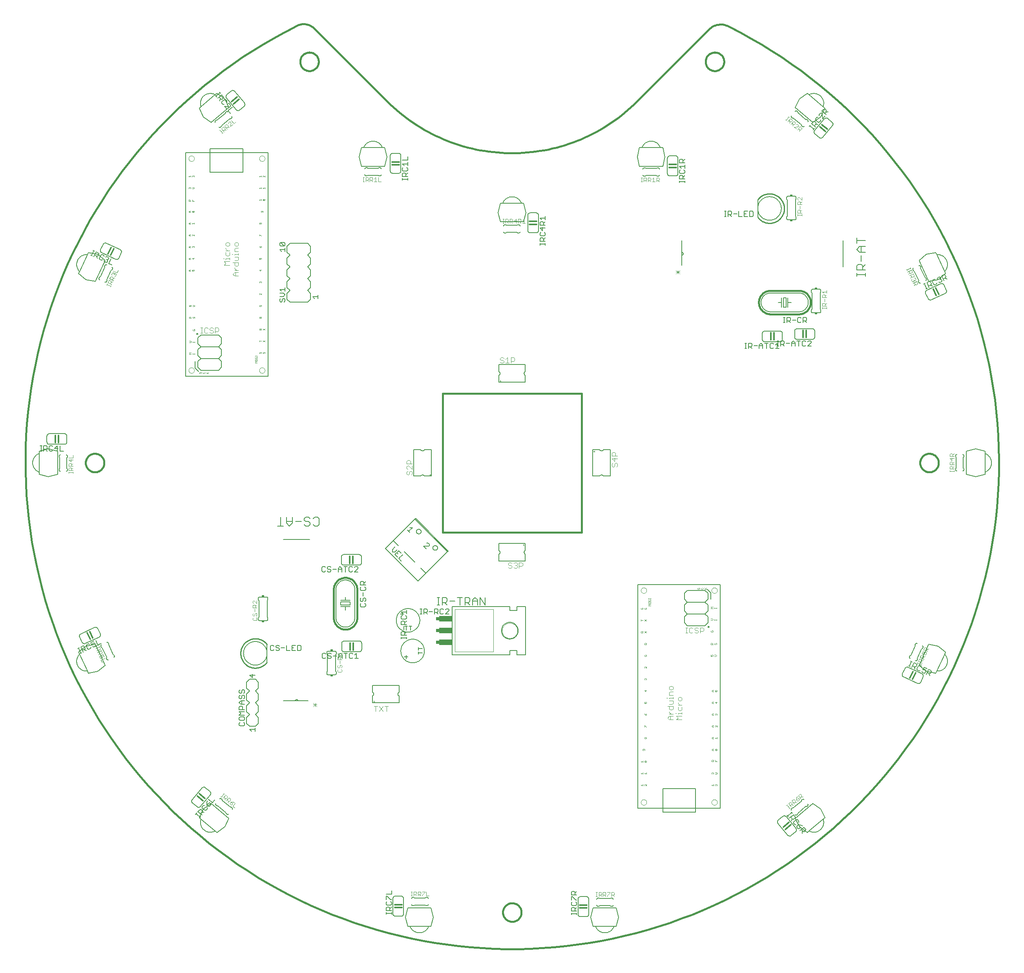
<source format=gto>
G75*
%MOIN*%
%OFA0B0*%
%FSLAX24Y24*%
%IPPOS*%
%LPD*%
%AMOC8*
5,1,8,0,0,1.08239X$1,22.5*
%
%ADD10C,0.0160*%
%ADD11C,0.0060*%
%ADD12C,0.0050*%
%ADD13C,0.0030*%
%ADD14C,0.0080*%
%ADD15C,0.0120*%
%ADD16C,0.0100*%
%ADD17C,0.0040*%
%ADD18R,0.0200X0.0150*%
%ADD19C,0.0020*%
%ADD20C,0.0070*%
%ADD21R,0.0250X0.0300*%
%ADD22R,0.1100X0.0500*%
%ADD23C,0.0000*%
%ADD24C,0.0010*%
D10*
X028451Y030452D02*
X028451Y032852D01*
X028453Y032914D01*
X028459Y032975D01*
X028468Y033036D01*
X028481Y033096D01*
X028498Y033155D01*
X028519Y033213D01*
X028543Y033270D01*
X028570Y033325D01*
X028601Y033378D01*
X028635Y033430D01*
X028672Y033479D01*
X028712Y033526D01*
X028755Y033570D01*
X028800Y033611D01*
X028848Y033650D01*
X028899Y033686D01*
X028951Y033718D01*
X029005Y033747D01*
X029061Y033773D01*
X029119Y033795D01*
X029177Y033814D01*
X029237Y033829D01*
X029298Y033840D01*
X029359Y033848D01*
X029420Y033852D01*
X029482Y033852D01*
X029543Y033848D01*
X029604Y033840D01*
X029665Y033829D01*
X029725Y033814D01*
X029783Y033795D01*
X029841Y033773D01*
X029897Y033747D01*
X029951Y033718D01*
X030003Y033686D01*
X030054Y033650D01*
X030102Y033611D01*
X030147Y033570D01*
X030190Y033526D01*
X030230Y033479D01*
X030267Y033430D01*
X030301Y033378D01*
X030332Y033325D01*
X030359Y033270D01*
X030383Y033213D01*
X030404Y033155D01*
X030421Y033096D01*
X030434Y033036D01*
X030443Y032975D01*
X030449Y032914D01*
X030451Y032852D01*
X030451Y030452D01*
X030449Y030390D01*
X030443Y030329D01*
X030434Y030268D01*
X030421Y030208D01*
X030404Y030149D01*
X030383Y030091D01*
X030359Y030034D01*
X030332Y029979D01*
X030301Y029926D01*
X030267Y029874D01*
X030230Y029825D01*
X030190Y029778D01*
X030147Y029734D01*
X030102Y029693D01*
X030054Y029654D01*
X030003Y029618D01*
X029951Y029586D01*
X029897Y029557D01*
X029841Y029531D01*
X029783Y029509D01*
X029725Y029490D01*
X029665Y029475D01*
X029604Y029464D01*
X029543Y029456D01*
X029482Y029452D01*
X029420Y029452D01*
X029359Y029456D01*
X029298Y029464D01*
X029237Y029475D01*
X029177Y029490D01*
X029119Y029509D01*
X029061Y029531D01*
X029005Y029557D01*
X028951Y029586D01*
X028899Y029618D01*
X028848Y029654D01*
X028800Y029693D01*
X028755Y029734D01*
X028712Y029778D01*
X028672Y029825D01*
X028635Y029874D01*
X028601Y029926D01*
X028570Y029979D01*
X028543Y030034D01*
X028519Y030091D01*
X028498Y030149D01*
X028481Y030208D01*
X028468Y030268D01*
X028459Y030329D01*
X028453Y030390D01*
X028451Y030452D01*
X037702Y037702D02*
X049513Y037702D01*
X049513Y049513D01*
X037702Y049513D01*
X037702Y037702D01*
X025103Y080615D02*
X024205Y080152D01*
X023318Y079667D01*
X022443Y079160D01*
X021581Y078632D01*
X020733Y078083D01*
X019898Y077513D01*
X019077Y076923D01*
X018271Y076314D01*
X017480Y075684D01*
X016704Y075036D01*
X015945Y074369D01*
X015202Y073683D01*
X014476Y072980D01*
X013768Y072259D01*
X013077Y071521D01*
X012405Y070766D01*
X011751Y069995D01*
X011116Y069208D01*
X010501Y068406D01*
X009906Y067589D01*
X009331Y066758D01*
X008776Y065913D01*
X008242Y065055D01*
X007729Y064184D01*
X007238Y063301D01*
X006768Y062406D01*
X006321Y061499D01*
X005895Y060582D01*
X005493Y059655D01*
X005113Y058719D01*
X004756Y057773D01*
X004422Y056819D01*
X004112Y055857D01*
X003825Y054888D01*
X003562Y053912D01*
X003323Y052929D01*
X003108Y051942D01*
X002918Y050949D01*
X002751Y049952D01*
X002609Y048951D01*
X002492Y047947D01*
X002399Y046941D01*
X002331Y045932D01*
X002288Y044922D01*
X002269Y043912D01*
X002275Y042901D01*
X002305Y041891D01*
X002361Y040881D01*
X002441Y039874D01*
X002545Y038868D01*
X002675Y037866D01*
X002828Y036867D01*
X003006Y035872D01*
X003208Y034881D01*
X003435Y033896D01*
X003685Y032917D01*
X003960Y031944D01*
X004258Y030978D01*
X004579Y030020D01*
X004924Y029070D01*
X005292Y028129D01*
X005683Y027196D01*
X006097Y026274D01*
X006533Y025362D01*
X006991Y024461D01*
X007471Y023572D01*
X007973Y022694D01*
X008496Y021829D01*
X009040Y020977D01*
X009604Y020139D01*
X010189Y019315D01*
X010794Y018505D01*
X011419Y017710D01*
X012063Y016931D01*
X012725Y016168D01*
X013406Y015421D01*
X014106Y014691D01*
X014822Y013978D01*
X015556Y013283D01*
X016307Y012606D01*
X017074Y011948D01*
X017857Y011309D01*
X018656Y010689D01*
X019469Y010089D01*
X020297Y009509D01*
X021139Y008949D01*
X021994Y008410D01*
X022862Y007892D01*
X023742Y007396D01*
X024634Y006921D01*
X025538Y006468D01*
X026453Y006037D01*
X027377Y005629D01*
X028312Y005244D01*
X029255Y004881D01*
X030207Y004542D01*
X031168Y004226D01*
X032135Y003934D01*
X033110Y003665D01*
X034090Y003420D01*
X035077Y003200D01*
X036068Y003003D01*
X037064Y002831D01*
X038064Y002683D01*
X039067Y002560D01*
X040073Y002461D01*
X041082Y002387D01*
X042091Y002338D01*
X043102Y002313D01*
X044112Y002313D01*
X045123Y002338D01*
X046132Y002387D01*
X047141Y002461D01*
X048147Y002560D01*
X049150Y002683D01*
X050150Y002831D01*
X051146Y003003D01*
X052137Y003200D01*
X053124Y003420D01*
X054104Y003665D01*
X055079Y003934D01*
X056046Y004226D01*
X057007Y004542D01*
X057959Y004881D01*
X058902Y005244D01*
X059837Y005629D01*
X060761Y006037D01*
X061676Y006468D01*
X062580Y006921D01*
X063472Y007396D01*
X064352Y007892D01*
X065220Y008410D01*
X066075Y008949D01*
X066917Y009509D01*
X067745Y010089D01*
X068558Y010689D01*
X069357Y011309D01*
X070140Y011948D01*
X070907Y012606D01*
X071658Y013283D01*
X072392Y013978D01*
X073108Y014691D01*
X073808Y015421D01*
X074489Y016168D01*
X075151Y016931D01*
X075795Y017710D01*
X076420Y018505D01*
X077025Y019315D01*
X077610Y020139D01*
X078174Y020977D01*
X078718Y021829D01*
X079241Y022694D01*
X079743Y023572D01*
X080223Y024461D01*
X080681Y025362D01*
X081117Y026274D01*
X081531Y027196D01*
X081922Y028129D01*
X082290Y029070D01*
X082635Y030020D01*
X082956Y030978D01*
X083254Y031944D01*
X083529Y032917D01*
X083779Y033896D01*
X084006Y034881D01*
X084208Y035872D01*
X084386Y036867D01*
X084539Y037866D01*
X084669Y038868D01*
X084773Y039874D01*
X084853Y040881D01*
X084909Y041891D01*
X084939Y042901D01*
X084945Y043912D01*
X084926Y044922D01*
X084883Y045932D01*
X084815Y046941D01*
X084722Y047947D01*
X084605Y048951D01*
X084463Y049952D01*
X084296Y050949D01*
X084106Y051942D01*
X083891Y052929D01*
X083652Y053912D01*
X083389Y054888D01*
X083102Y055857D01*
X082792Y056819D01*
X082458Y057773D01*
X082101Y058719D01*
X081721Y059655D01*
X081319Y060582D01*
X080893Y061499D01*
X080446Y062406D01*
X079976Y063301D01*
X079485Y064184D01*
X078972Y065055D01*
X078438Y065913D01*
X077883Y066758D01*
X077308Y067589D01*
X076713Y068406D01*
X076098Y069208D01*
X075463Y069995D01*
X074809Y070766D01*
X074137Y071521D01*
X073446Y072259D01*
X072738Y072980D01*
X072012Y073683D01*
X071269Y074369D01*
X070510Y075036D01*
X069734Y075684D01*
X068943Y076314D01*
X068137Y076923D01*
X067316Y077513D01*
X066481Y078083D01*
X065633Y078632D01*
X064771Y079160D01*
X063896Y079667D01*
X063009Y080152D01*
X062111Y080615D01*
X062049Y080655D01*
X061986Y080692D01*
X061921Y080725D01*
X061855Y080754D01*
X061786Y080780D01*
X061717Y080803D01*
X061646Y080822D01*
X061575Y080837D01*
X061503Y080848D01*
X061430Y080855D01*
X061357Y080859D01*
X061284Y080858D01*
X061212Y080854D01*
X061139Y080846D01*
X061067Y080834D01*
X060996Y080819D01*
X060925Y080799D01*
X060856Y080776D01*
X060788Y080750D01*
X060722Y080719D01*
X060657Y080686D01*
X060594Y080649D01*
X060533Y080608D01*
X060475Y080565D01*
X060419Y080518D01*
X054225Y074328D01*
X060037Y077694D02*
X060039Y077750D01*
X060045Y077805D01*
X060055Y077859D01*
X060068Y077913D01*
X060086Y077966D01*
X060107Y078017D01*
X060131Y078067D01*
X060159Y078115D01*
X060191Y078161D01*
X060225Y078205D01*
X060263Y078246D01*
X060303Y078284D01*
X060346Y078319D01*
X060391Y078351D01*
X060439Y078380D01*
X060488Y078406D01*
X060539Y078428D01*
X060591Y078446D01*
X060645Y078460D01*
X060700Y078471D01*
X060755Y078478D01*
X060810Y078481D01*
X060866Y078480D01*
X060921Y078475D01*
X060976Y078466D01*
X061030Y078454D01*
X061083Y078437D01*
X061135Y078417D01*
X061185Y078393D01*
X061233Y078366D01*
X061280Y078336D01*
X061324Y078302D01*
X061366Y078265D01*
X061404Y078225D01*
X061441Y078183D01*
X061474Y078138D01*
X061503Y078092D01*
X061530Y078043D01*
X061552Y077992D01*
X061572Y077940D01*
X061587Y077886D01*
X061599Y077832D01*
X061607Y077777D01*
X061611Y077722D01*
X061611Y077666D01*
X061607Y077611D01*
X061599Y077556D01*
X061587Y077502D01*
X061572Y077448D01*
X061552Y077396D01*
X061530Y077345D01*
X061503Y077296D01*
X061474Y077250D01*
X061441Y077205D01*
X061404Y077163D01*
X061366Y077123D01*
X061324Y077086D01*
X061280Y077052D01*
X061233Y077022D01*
X061185Y076995D01*
X061135Y076971D01*
X061083Y076951D01*
X061030Y076934D01*
X060976Y076922D01*
X060921Y076913D01*
X060866Y076908D01*
X060810Y076907D01*
X060755Y076910D01*
X060700Y076917D01*
X060645Y076928D01*
X060591Y076942D01*
X060539Y076960D01*
X060488Y076982D01*
X060439Y077008D01*
X060391Y077037D01*
X060346Y077069D01*
X060303Y077104D01*
X060263Y077142D01*
X060225Y077183D01*
X060191Y077227D01*
X060159Y077273D01*
X060131Y077321D01*
X060107Y077371D01*
X060086Y077422D01*
X060068Y077475D01*
X060055Y077529D01*
X060045Y077583D01*
X060039Y077638D01*
X060037Y077694D01*
X054225Y074328D02*
X053965Y074075D01*
X053700Y073827D01*
X053428Y073587D01*
X053151Y073353D01*
X052868Y073126D01*
X052579Y072905D01*
X052286Y072692D01*
X051987Y072486D01*
X051684Y072287D01*
X051375Y072096D01*
X051063Y071912D01*
X050745Y071735D01*
X050424Y071567D01*
X050099Y071406D01*
X049770Y071253D01*
X049437Y071108D01*
X049101Y070971D01*
X048762Y070842D01*
X048419Y070722D01*
X048074Y070610D01*
X047727Y070506D01*
X047376Y070411D01*
X047024Y070324D01*
X046670Y070246D01*
X046314Y070176D01*
X045956Y070115D01*
X045597Y070062D01*
X045237Y070019D01*
X044876Y069984D01*
X044514Y069957D01*
X044151Y069940D01*
X043788Y069931D01*
X043426Y069931D01*
X043063Y069940D01*
X042700Y069957D01*
X042338Y069984D01*
X041977Y070019D01*
X041617Y070062D01*
X041258Y070115D01*
X040900Y070176D01*
X040544Y070246D01*
X040190Y070324D01*
X039838Y070411D01*
X039487Y070506D01*
X039140Y070610D01*
X038795Y070722D01*
X038452Y070842D01*
X038113Y070971D01*
X037777Y071108D01*
X037444Y071253D01*
X037115Y071406D01*
X036790Y071567D01*
X036469Y071735D01*
X036151Y071912D01*
X035839Y072096D01*
X035530Y072287D01*
X035227Y072486D01*
X034928Y072692D01*
X034635Y072905D01*
X034346Y073126D01*
X034063Y073353D01*
X033786Y073587D01*
X033514Y073827D01*
X033249Y074075D01*
X032989Y074328D01*
X026836Y080476D01*
X026787Y080527D01*
X026736Y080576D01*
X026681Y080621D01*
X026624Y080663D01*
X026565Y080702D01*
X026504Y080738D01*
X026440Y080770D01*
X026376Y080799D01*
X026309Y080824D01*
X026241Y080845D01*
X026173Y080862D01*
X026103Y080876D01*
X026033Y080886D01*
X025962Y080891D01*
X025891Y080893D01*
X025820Y080891D01*
X025750Y080885D01*
X025679Y080874D01*
X025610Y080860D01*
X025541Y080842D01*
X025474Y080821D01*
X025408Y080795D01*
X025343Y080766D01*
X025280Y080733D01*
X025219Y080697D01*
X025160Y080658D01*
X025103Y080615D01*
X025604Y077694D02*
X025606Y077750D01*
X025612Y077805D01*
X025622Y077859D01*
X025635Y077913D01*
X025653Y077966D01*
X025674Y078017D01*
X025698Y078067D01*
X025726Y078115D01*
X025758Y078161D01*
X025792Y078205D01*
X025830Y078246D01*
X025870Y078284D01*
X025913Y078319D01*
X025958Y078351D01*
X026006Y078380D01*
X026055Y078406D01*
X026106Y078428D01*
X026158Y078446D01*
X026212Y078460D01*
X026267Y078471D01*
X026322Y078478D01*
X026377Y078481D01*
X026433Y078480D01*
X026488Y078475D01*
X026543Y078466D01*
X026597Y078454D01*
X026650Y078437D01*
X026702Y078417D01*
X026752Y078393D01*
X026800Y078366D01*
X026847Y078336D01*
X026891Y078302D01*
X026933Y078265D01*
X026971Y078225D01*
X027008Y078183D01*
X027041Y078138D01*
X027070Y078092D01*
X027097Y078043D01*
X027119Y077992D01*
X027139Y077940D01*
X027154Y077886D01*
X027166Y077832D01*
X027174Y077777D01*
X027178Y077722D01*
X027178Y077666D01*
X027174Y077611D01*
X027166Y077556D01*
X027154Y077502D01*
X027139Y077448D01*
X027119Y077396D01*
X027097Y077345D01*
X027070Y077296D01*
X027041Y077250D01*
X027008Y077205D01*
X026971Y077163D01*
X026933Y077123D01*
X026891Y077086D01*
X026847Y077052D01*
X026800Y077022D01*
X026752Y076995D01*
X026702Y076971D01*
X026650Y076951D01*
X026597Y076934D01*
X026543Y076922D01*
X026488Y076913D01*
X026433Y076908D01*
X026377Y076907D01*
X026322Y076910D01*
X026267Y076917D01*
X026212Y076928D01*
X026158Y076942D01*
X026106Y076960D01*
X026055Y076982D01*
X026006Y077008D01*
X025958Y077037D01*
X025913Y077069D01*
X025870Y077104D01*
X025830Y077142D01*
X025792Y077183D01*
X025758Y077227D01*
X025726Y077273D01*
X025698Y077321D01*
X025674Y077371D01*
X025653Y077422D01*
X025635Y077475D01*
X025622Y077529D01*
X025612Y077583D01*
X025606Y077638D01*
X025604Y077694D01*
X007387Y043607D02*
X007389Y043663D01*
X007395Y043718D01*
X007405Y043772D01*
X007418Y043826D01*
X007436Y043879D01*
X007457Y043930D01*
X007481Y043980D01*
X007509Y044028D01*
X007541Y044074D01*
X007575Y044118D01*
X007613Y044159D01*
X007653Y044197D01*
X007696Y044232D01*
X007741Y044264D01*
X007789Y044293D01*
X007838Y044319D01*
X007889Y044341D01*
X007941Y044359D01*
X007995Y044373D01*
X008050Y044384D01*
X008105Y044391D01*
X008160Y044394D01*
X008216Y044393D01*
X008271Y044388D01*
X008326Y044379D01*
X008380Y044367D01*
X008433Y044350D01*
X008485Y044330D01*
X008535Y044306D01*
X008583Y044279D01*
X008630Y044249D01*
X008674Y044215D01*
X008716Y044178D01*
X008754Y044138D01*
X008791Y044096D01*
X008824Y044051D01*
X008853Y044005D01*
X008880Y043956D01*
X008902Y043905D01*
X008922Y043853D01*
X008937Y043799D01*
X008949Y043745D01*
X008957Y043690D01*
X008961Y043635D01*
X008961Y043579D01*
X008957Y043524D01*
X008949Y043469D01*
X008937Y043415D01*
X008922Y043361D01*
X008902Y043309D01*
X008880Y043258D01*
X008853Y043209D01*
X008824Y043163D01*
X008791Y043118D01*
X008754Y043076D01*
X008716Y043036D01*
X008674Y042999D01*
X008630Y042965D01*
X008583Y042935D01*
X008535Y042908D01*
X008485Y042884D01*
X008433Y042864D01*
X008380Y042847D01*
X008326Y042835D01*
X008271Y042826D01*
X008216Y042821D01*
X008160Y042820D01*
X008105Y042823D01*
X008050Y042830D01*
X007995Y042841D01*
X007941Y042855D01*
X007889Y042873D01*
X007838Y042895D01*
X007789Y042921D01*
X007741Y042950D01*
X007696Y042982D01*
X007653Y043017D01*
X007613Y043055D01*
X007575Y043096D01*
X007541Y043140D01*
X007509Y043186D01*
X007481Y043234D01*
X007457Y043284D01*
X007436Y043335D01*
X007418Y043388D01*
X007405Y043442D01*
X007395Y043496D01*
X007389Y043551D01*
X007387Y043607D01*
X042820Y005418D02*
X042822Y005474D01*
X042828Y005529D01*
X042838Y005583D01*
X042851Y005637D01*
X042869Y005690D01*
X042890Y005741D01*
X042914Y005791D01*
X042942Y005839D01*
X042974Y005885D01*
X043008Y005929D01*
X043046Y005970D01*
X043086Y006008D01*
X043129Y006043D01*
X043174Y006075D01*
X043222Y006104D01*
X043271Y006130D01*
X043322Y006152D01*
X043374Y006170D01*
X043428Y006184D01*
X043483Y006195D01*
X043538Y006202D01*
X043593Y006205D01*
X043649Y006204D01*
X043704Y006199D01*
X043759Y006190D01*
X043813Y006178D01*
X043866Y006161D01*
X043918Y006141D01*
X043968Y006117D01*
X044016Y006090D01*
X044063Y006060D01*
X044107Y006026D01*
X044149Y005989D01*
X044187Y005949D01*
X044224Y005907D01*
X044257Y005862D01*
X044286Y005816D01*
X044313Y005767D01*
X044335Y005716D01*
X044355Y005664D01*
X044370Y005610D01*
X044382Y005556D01*
X044390Y005501D01*
X044394Y005446D01*
X044394Y005390D01*
X044390Y005335D01*
X044382Y005280D01*
X044370Y005226D01*
X044355Y005172D01*
X044335Y005120D01*
X044313Y005069D01*
X044286Y005020D01*
X044257Y004974D01*
X044224Y004929D01*
X044187Y004887D01*
X044149Y004847D01*
X044107Y004810D01*
X044063Y004776D01*
X044016Y004746D01*
X043968Y004719D01*
X043918Y004695D01*
X043866Y004675D01*
X043813Y004658D01*
X043759Y004646D01*
X043704Y004637D01*
X043649Y004632D01*
X043593Y004631D01*
X043538Y004634D01*
X043483Y004641D01*
X043428Y004652D01*
X043374Y004666D01*
X043322Y004684D01*
X043271Y004706D01*
X043222Y004732D01*
X043174Y004761D01*
X043129Y004793D01*
X043086Y004828D01*
X043046Y004866D01*
X043008Y004907D01*
X042974Y004951D01*
X042942Y004997D01*
X042914Y005045D01*
X042890Y005095D01*
X042869Y005146D01*
X042851Y005199D01*
X042838Y005253D01*
X042828Y005307D01*
X042822Y005362D01*
X042820Y005418D01*
X078253Y043607D02*
X078255Y043663D01*
X078261Y043718D01*
X078271Y043772D01*
X078284Y043826D01*
X078302Y043879D01*
X078323Y043930D01*
X078347Y043980D01*
X078375Y044028D01*
X078407Y044074D01*
X078441Y044118D01*
X078479Y044159D01*
X078519Y044197D01*
X078562Y044232D01*
X078607Y044264D01*
X078655Y044293D01*
X078704Y044319D01*
X078755Y044341D01*
X078807Y044359D01*
X078861Y044373D01*
X078916Y044384D01*
X078971Y044391D01*
X079026Y044394D01*
X079082Y044393D01*
X079137Y044388D01*
X079192Y044379D01*
X079246Y044367D01*
X079299Y044350D01*
X079351Y044330D01*
X079401Y044306D01*
X079449Y044279D01*
X079496Y044249D01*
X079540Y044215D01*
X079582Y044178D01*
X079620Y044138D01*
X079657Y044096D01*
X079690Y044051D01*
X079719Y044005D01*
X079746Y043956D01*
X079768Y043905D01*
X079788Y043853D01*
X079803Y043799D01*
X079815Y043745D01*
X079823Y043690D01*
X079827Y043635D01*
X079827Y043579D01*
X079823Y043524D01*
X079815Y043469D01*
X079803Y043415D01*
X079788Y043361D01*
X079768Y043309D01*
X079746Y043258D01*
X079719Y043209D01*
X079690Y043163D01*
X079657Y043118D01*
X079620Y043076D01*
X079582Y043036D01*
X079540Y042999D01*
X079496Y042965D01*
X079449Y042935D01*
X079401Y042908D01*
X079351Y042884D01*
X079299Y042864D01*
X079246Y042847D01*
X079192Y042835D01*
X079137Y042826D01*
X079082Y042821D01*
X079026Y042820D01*
X078971Y042823D01*
X078916Y042830D01*
X078861Y042841D01*
X078807Y042855D01*
X078755Y042873D01*
X078704Y042895D01*
X078655Y042921D01*
X078607Y042950D01*
X078562Y042982D01*
X078519Y043017D01*
X078479Y043055D01*
X078441Y043096D01*
X078407Y043140D01*
X078375Y043186D01*
X078347Y043234D01*
X078323Y043284D01*
X078302Y043335D01*
X078284Y043388D01*
X078271Y043442D01*
X078261Y043496D01*
X078255Y043551D01*
X078253Y043607D01*
X067961Y056243D02*
X065561Y056243D01*
X065499Y056245D01*
X065438Y056251D01*
X065377Y056260D01*
X065317Y056273D01*
X065258Y056290D01*
X065200Y056311D01*
X065143Y056335D01*
X065088Y056362D01*
X065035Y056393D01*
X064983Y056427D01*
X064934Y056464D01*
X064887Y056504D01*
X064843Y056547D01*
X064802Y056592D01*
X064763Y056640D01*
X064727Y056691D01*
X064695Y056743D01*
X064666Y056797D01*
X064640Y056853D01*
X064618Y056911D01*
X064599Y056969D01*
X064584Y057029D01*
X064573Y057090D01*
X064565Y057151D01*
X064561Y057212D01*
X064561Y057274D01*
X064565Y057335D01*
X064573Y057396D01*
X064584Y057457D01*
X064599Y057517D01*
X064618Y057575D01*
X064640Y057633D01*
X064666Y057689D01*
X064695Y057743D01*
X064727Y057795D01*
X064763Y057846D01*
X064802Y057894D01*
X064843Y057939D01*
X064887Y057982D01*
X064934Y058022D01*
X064983Y058059D01*
X065035Y058093D01*
X065088Y058124D01*
X065143Y058151D01*
X065200Y058175D01*
X065258Y058196D01*
X065317Y058213D01*
X065377Y058226D01*
X065438Y058235D01*
X065499Y058241D01*
X065561Y058243D01*
X067961Y058243D01*
X068023Y058241D01*
X068084Y058235D01*
X068145Y058226D01*
X068205Y058213D01*
X068264Y058196D01*
X068322Y058175D01*
X068379Y058151D01*
X068434Y058124D01*
X068487Y058093D01*
X068539Y058059D01*
X068588Y058022D01*
X068635Y057982D01*
X068679Y057939D01*
X068720Y057894D01*
X068759Y057846D01*
X068795Y057795D01*
X068827Y057743D01*
X068856Y057689D01*
X068882Y057633D01*
X068904Y057575D01*
X068923Y057517D01*
X068938Y057457D01*
X068949Y057396D01*
X068957Y057335D01*
X068961Y057274D01*
X068961Y057212D01*
X068957Y057151D01*
X068949Y057090D01*
X068938Y057029D01*
X068923Y056969D01*
X068904Y056911D01*
X068882Y056853D01*
X068856Y056797D01*
X068827Y056743D01*
X068795Y056691D01*
X068759Y056640D01*
X068720Y056592D01*
X068679Y056547D01*
X068635Y056504D01*
X068588Y056464D01*
X068539Y056427D01*
X068487Y056393D01*
X068434Y056362D01*
X068379Y056335D01*
X068322Y056311D01*
X068264Y056290D01*
X068205Y056273D01*
X068145Y056260D01*
X068084Y056251D01*
X068023Y056245D01*
X067961Y056243D01*
D11*
X016851Y014387D02*
X016468Y014708D01*
X016468Y014709D02*
X016450Y014727D01*
X016433Y014747D01*
X016420Y014770D01*
X016409Y014794D01*
X016402Y014819D01*
X016398Y014845D01*
X016397Y014871D01*
X016400Y014897D01*
X016406Y014922D01*
X016416Y014947D01*
X016428Y014969D01*
X016444Y014991D01*
X016443Y014990D02*
X017279Y015986D01*
X017297Y016004D01*
X017317Y016021D01*
X017340Y016034D01*
X017364Y016045D01*
X017389Y016052D01*
X017415Y016056D01*
X017441Y016057D01*
X017467Y016054D01*
X017492Y016048D01*
X017517Y016038D01*
X017539Y016026D01*
X017561Y016010D01*
X017561Y016011D02*
X017944Y015689D01*
X017962Y015671D01*
X017979Y015651D01*
X017992Y015628D01*
X018003Y015604D01*
X018010Y015579D01*
X018014Y015553D01*
X018015Y015527D01*
X018012Y015501D01*
X018006Y015476D01*
X017996Y015451D01*
X017984Y015429D01*
X017968Y015407D01*
X017969Y015407D02*
X017133Y014412D01*
X017133Y014411D02*
X017115Y014393D01*
X017095Y014376D01*
X017072Y014363D01*
X017048Y014352D01*
X017023Y014345D01*
X016997Y014341D01*
X016971Y014340D01*
X016945Y014343D01*
X016920Y014349D01*
X016895Y014359D01*
X016873Y014371D01*
X016851Y014387D01*
X018461Y014532D02*
X018537Y014468D01*
X018608Y014474D01*
X019297Y013896D01*
X019303Y013825D01*
X019380Y013761D01*
X019380Y013760D02*
X019394Y013750D01*
X019410Y013743D01*
X019427Y013739D01*
X019444Y013737D01*
X019461Y013739D01*
X019478Y013743D01*
X019494Y013750D01*
X019508Y013760D01*
X019521Y013773D01*
X019843Y014156D02*
X019853Y014170D01*
X019860Y014186D01*
X019864Y014203D01*
X019866Y014220D01*
X019864Y014237D01*
X019860Y014254D01*
X019853Y014270D01*
X019843Y014284D01*
X019830Y014297D01*
X019753Y014361D01*
X019683Y014355D01*
X018993Y014934D01*
X018987Y015004D01*
X018911Y015068D01*
X018910Y015069D02*
X018894Y015080D01*
X018876Y015087D01*
X018857Y015091D01*
X018837Y015092D01*
X018818Y015088D01*
X018800Y015081D01*
X018783Y015070D01*
X018769Y015056D01*
X018448Y014673D02*
X018437Y014657D01*
X018430Y014639D01*
X018426Y014620D01*
X018425Y014600D01*
X018429Y014581D01*
X018436Y014563D01*
X018447Y014546D01*
X018461Y014532D01*
X021309Y021229D02*
X021059Y021479D01*
X021059Y021979D01*
X021309Y022229D01*
X021059Y022479D01*
X021059Y022979D01*
X021309Y023229D01*
X021059Y023479D01*
X021059Y023979D01*
X021309Y024229D01*
X021059Y024479D01*
X021059Y024979D01*
X021309Y025229D01*
X021809Y025229D01*
X022059Y024979D01*
X022059Y024479D01*
X021809Y024229D01*
X022059Y023979D01*
X022059Y023479D01*
X021809Y023229D01*
X022059Y022979D01*
X022059Y022479D01*
X021809Y022229D01*
X022059Y021979D01*
X022059Y021479D01*
X021809Y021229D01*
X021309Y021229D01*
X024192Y023388D02*
X025192Y023388D01*
X025432Y023388D01*
X026292Y023388D01*
X025432Y023388D02*
X025430Y023409D01*
X025425Y023429D01*
X025416Y023448D01*
X025404Y023465D01*
X025389Y023480D01*
X025372Y023492D01*
X025353Y023501D01*
X025333Y023506D01*
X025312Y023508D01*
X025291Y023506D01*
X025271Y023501D01*
X025252Y023492D01*
X025235Y023480D01*
X025220Y023465D01*
X025208Y023448D01*
X025199Y023429D01*
X025194Y023409D01*
X025192Y023388D01*
X027868Y025710D02*
X027868Y025860D01*
X027918Y025910D01*
X027918Y027310D01*
X027868Y027360D01*
X027868Y027510D01*
X027870Y027527D01*
X027874Y027544D01*
X027881Y027560D01*
X027891Y027574D01*
X027904Y027587D01*
X027918Y027597D01*
X027934Y027604D01*
X027951Y027608D01*
X027968Y027610D01*
X028568Y027610D01*
X028585Y027608D01*
X028602Y027604D01*
X028618Y027597D01*
X028632Y027587D01*
X028645Y027574D01*
X028655Y027560D01*
X028662Y027544D01*
X028666Y027527D01*
X028668Y027510D01*
X028668Y027360D01*
X028618Y027310D01*
X028618Y025910D01*
X028668Y025860D01*
X028668Y025710D01*
X028666Y025693D01*
X028662Y025676D01*
X028655Y025660D01*
X028645Y025646D01*
X028632Y025633D01*
X028618Y025623D01*
X028602Y025616D01*
X028585Y025612D01*
X028568Y025610D01*
X027968Y025610D01*
X027951Y025612D01*
X027934Y025616D01*
X027918Y025623D01*
X027904Y025633D01*
X027891Y025646D01*
X027881Y025660D01*
X027874Y025676D01*
X027870Y025693D01*
X027868Y025710D01*
X029335Y027563D02*
X030635Y027563D01*
X030661Y027565D01*
X030687Y027570D01*
X030712Y027578D01*
X030735Y027590D01*
X030757Y027604D01*
X030776Y027622D01*
X030794Y027641D01*
X030808Y027663D01*
X030820Y027686D01*
X030828Y027711D01*
X030833Y027737D01*
X030835Y027763D01*
X030835Y028263D01*
X030833Y028289D01*
X030828Y028315D01*
X030820Y028340D01*
X030808Y028363D01*
X030794Y028385D01*
X030776Y028404D01*
X030757Y028422D01*
X030735Y028436D01*
X030712Y028448D01*
X030687Y028456D01*
X030661Y028461D01*
X030635Y028463D01*
X029335Y028463D01*
X029309Y028461D01*
X029283Y028456D01*
X029258Y028448D01*
X029235Y028436D01*
X029213Y028422D01*
X029194Y028404D01*
X029176Y028385D01*
X029162Y028363D01*
X029150Y028340D01*
X029142Y028315D01*
X029137Y028289D01*
X029135Y028263D01*
X029135Y027763D01*
X029137Y027737D01*
X029142Y027711D01*
X029150Y027686D01*
X029162Y027663D01*
X029176Y027641D01*
X029194Y027622D01*
X029213Y027604D01*
X029235Y027590D01*
X029258Y027578D01*
X029283Y027570D01*
X029309Y027565D01*
X029335Y027563D01*
X028651Y030452D02*
X028653Y030396D01*
X028659Y030341D01*
X028668Y030286D01*
X028682Y030231D01*
X028699Y030178D01*
X028720Y030127D01*
X028745Y030076D01*
X028773Y030028D01*
X028804Y029982D01*
X028838Y029938D01*
X028876Y029896D01*
X028916Y029857D01*
X028958Y029822D01*
X029004Y029789D01*
X029051Y029759D01*
X029100Y029733D01*
X029151Y029710D01*
X029204Y029691D01*
X029257Y029676D01*
X029312Y029664D01*
X029367Y029656D01*
X029423Y029652D01*
X029479Y029652D01*
X029535Y029656D01*
X029590Y029664D01*
X029645Y029676D01*
X029698Y029691D01*
X029751Y029710D01*
X029802Y029733D01*
X029851Y029759D01*
X029898Y029789D01*
X029944Y029822D01*
X029986Y029857D01*
X030026Y029896D01*
X030064Y029938D01*
X030098Y029982D01*
X030129Y030028D01*
X030157Y030076D01*
X030182Y030127D01*
X030203Y030178D01*
X030220Y030231D01*
X030234Y030286D01*
X030243Y030341D01*
X030249Y030396D01*
X030251Y030452D01*
X030251Y032852D01*
X030249Y032908D01*
X030243Y032963D01*
X030234Y033018D01*
X030220Y033073D01*
X030203Y033126D01*
X030182Y033177D01*
X030157Y033228D01*
X030129Y033276D01*
X030098Y033322D01*
X030064Y033366D01*
X030026Y033408D01*
X029986Y033447D01*
X029944Y033482D01*
X029898Y033515D01*
X029851Y033545D01*
X029802Y033571D01*
X029751Y033594D01*
X029698Y033613D01*
X029645Y033628D01*
X029590Y033640D01*
X029535Y033648D01*
X029479Y033652D01*
X029423Y033652D01*
X029367Y033648D01*
X029312Y033640D01*
X029257Y033628D01*
X029204Y033613D01*
X029151Y033594D01*
X029100Y033571D01*
X029051Y033545D01*
X029004Y033515D01*
X028958Y033482D01*
X028916Y033447D01*
X028876Y033408D01*
X028838Y033366D01*
X028804Y033322D01*
X028773Y033276D01*
X028745Y033228D01*
X028720Y033177D01*
X028699Y033126D01*
X028682Y033073D01*
X028668Y033018D01*
X028659Y032963D01*
X028653Y032908D01*
X028651Y032852D01*
X028651Y030452D01*
X029051Y031382D02*
X029451Y031382D01*
X029451Y031102D01*
X029451Y031382D02*
X029851Y031382D01*
X029851Y031532D02*
X029851Y031782D01*
X029051Y031782D01*
X029051Y031532D01*
X029851Y031532D01*
X029851Y031922D02*
X029451Y031922D01*
X029051Y031922D01*
X029451Y031922D02*
X029451Y032202D01*
X029311Y034917D02*
X030611Y034917D01*
X030637Y034919D01*
X030663Y034924D01*
X030688Y034932D01*
X030711Y034944D01*
X030733Y034958D01*
X030752Y034976D01*
X030770Y034995D01*
X030784Y035017D01*
X030796Y035040D01*
X030804Y035065D01*
X030809Y035091D01*
X030811Y035117D01*
X030811Y035617D01*
X030809Y035643D01*
X030804Y035669D01*
X030796Y035694D01*
X030784Y035717D01*
X030770Y035739D01*
X030752Y035758D01*
X030733Y035776D01*
X030711Y035790D01*
X030688Y035802D01*
X030663Y035810D01*
X030637Y035815D01*
X030611Y035817D01*
X029311Y035817D01*
X029285Y035815D01*
X029259Y035810D01*
X029234Y035802D01*
X029211Y035790D01*
X029189Y035776D01*
X029170Y035758D01*
X029152Y035739D01*
X029138Y035717D01*
X029126Y035694D01*
X029118Y035669D01*
X029113Y035643D01*
X029111Y035617D01*
X029111Y035117D01*
X029113Y035091D01*
X029118Y035065D01*
X029126Y035040D01*
X029138Y035017D01*
X029152Y034995D01*
X029170Y034976D01*
X029189Y034958D01*
X029211Y034944D01*
X029234Y034932D01*
X029259Y034924D01*
X029285Y034919D01*
X029311Y034917D01*
X026432Y037088D02*
X024192Y037088D01*
X022761Y032211D02*
X022161Y032211D01*
X022144Y032209D01*
X022127Y032205D01*
X022111Y032198D01*
X022097Y032188D01*
X022084Y032175D01*
X022074Y032161D01*
X022067Y032145D01*
X022063Y032128D01*
X022061Y032111D01*
X022061Y031961D01*
X022111Y031911D01*
X022111Y030511D01*
X022061Y030461D01*
X022061Y030311D01*
X022063Y030294D01*
X022067Y030277D01*
X022074Y030261D01*
X022084Y030247D01*
X022097Y030234D01*
X022111Y030224D01*
X022127Y030217D01*
X022144Y030213D01*
X022161Y030211D01*
X022761Y030211D01*
X022778Y030213D01*
X022795Y030217D01*
X022811Y030224D01*
X022825Y030234D01*
X022838Y030247D01*
X022848Y030261D01*
X022855Y030277D01*
X022859Y030294D01*
X022861Y030311D01*
X022861Y030461D01*
X022811Y030511D01*
X022811Y031911D01*
X022861Y031961D01*
X022861Y032111D01*
X022859Y032128D01*
X022855Y032145D01*
X022848Y032161D01*
X022838Y032175D01*
X022825Y032188D01*
X022811Y032198D01*
X022795Y032205D01*
X022778Y032209D01*
X022761Y032211D01*
X020801Y027425D02*
X020803Y027488D01*
X020809Y027550D01*
X020819Y027612D01*
X020832Y027674D01*
X020850Y027734D01*
X020871Y027793D01*
X020896Y027851D01*
X020925Y027907D01*
X020957Y027961D01*
X020992Y028013D01*
X021030Y028062D01*
X021072Y028110D01*
X021116Y028154D01*
X021164Y028196D01*
X021213Y028234D01*
X021265Y028269D01*
X021319Y028301D01*
X021375Y028330D01*
X021433Y028355D01*
X021492Y028376D01*
X021552Y028394D01*
X021614Y028407D01*
X021676Y028417D01*
X021738Y028423D01*
X021801Y028425D01*
X021864Y028423D01*
X021926Y028417D01*
X021988Y028407D01*
X022050Y028394D01*
X022110Y028376D01*
X022169Y028355D01*
X022227Y028330D01*
X022283Y028301D01*
X022337Y028269D01*
X022389Y028234D01*
X022438Y028196D01*
X022486Y028154D01*
X022530Y028110D01*
X022572Y028062D01*
X022610Y028013D01*
X022645Y027961D01*
X022677Y027907D01*
X022706Y027851D01*
X022731Y027793D01*
X022752Y027734D01*
X022770Y027674D01*
X022783Y027612D01*
X022793Y027550D01*
X022799Y027488D01*
X022801Y027425D01*
X022799Y027362D01*
X022793Y027300D01*
X022783Y027238D01*
X022770Y027176D01*
X022752Y027116D01*
X022731Y027057D01*
X022706Y026999D01*
X022677Y026943D01*
X022645Y026889D01*
X022610Y026837D01*
X022572Y026788D01*
X022530Y026740D01*
X022486Y026696D01*
X022438Y026654D01*
X022389Y026616D01*
X022337Y026581D01*
X022283Y026549D01*
X022227Y026520D01*
X022169Y026495D01*
X022110Y026474D01*
X022050Y026456D01*
X021988Y026443D01*
X021926Y026433D01*
X021864Y026427D01*
X021801Y026425D01*
X021738Y026427D01*
X021676Y026433D01*
X021614Y026443D01*
X021552Y026456D01*
X021492Y026474D01*
X021433Y026495D01*
X021375Y026520D01*
X021319Y026549D01*
X021265Y026581D01*
X021213Y026616D01*
X021164Y026654D01*
X021116Y026696D01*
X021072Y026740D01*
X021030Y026788D01*
X020992Y026837D01*
X020957Y026889D01*
X020925Y026943D01*
X020896Y026999D01*
X020871Y027057D01*
X020850Y027116D01*
X020832Y027176D01*
X020819Y027238D01*
X020809Y027300D01*
X020803Y027362D01*
X020801Y027425D01*
X009826Y027224D02*
X009784Y027314D01*
X009718Y027339D01*
X009337Y028154D01*
X009362Y028221D01*
X009319Y028311D01*
X009320Y028311D02*
X009311Y028326D01*
X009300Y028340D01*
X009286Y028351D01*
X009271Y028360D01*
X009255Y028366D01*
X009238Y028369D01*
X009220Y028369D01*
X009203Y028366D01*
X009187Y028360D01*
X008734Y028149D02*
X008719Y028140D01*
X008705Y028129D01*
X008694Y028115D01*
X008685Y028100D01*
X008679Y028084D01*
X008676Y028067D01*
X008676Y028049D01*
X008679Y028032D01*
X008685Y028016D01*
X008727Y027925D01*
X008794Y027901D01*
X009174Y027085D01*
X009150Y027019D01*
X009192Y026928D01*
X009201Y026913D01*
X009212Y026899D01*
X009226Y026888D01*
X009241Y026879D01*
X009257Y026873D01*
X009274Y026870D01*
X009292Y026870D01*
X009309Y026873D01*
X009325Y026879D01*
X009778Y027091D02*
X009795Y027101D01*
X009810Y027114D01*
X009821Y027130D01*
X009830Y027148D01*
X009835Y027167D01*
X009836Y027186D01*
X009833Y027206D01*
X009827Y027224D01*
X008538Y028813D02*
X007360Y028264D01*
X007335Y028254D01*
X007310Y028248D01*
X007284Y028245D01*
X007258Y028246D01*
X007232Y028250D01*
X007207Y028257D01*
X007183Y028268D01*
X007160Y028281D01*
X007140Y028298D01*
X007122Y028316D01*
X007106Y028338D01*
X007094Y028360D01*
X006883Y028813D01*
X006873Y028838D01*
X006867Y028863D01*
X006864Y028889D01*
X006865Y028915D01*
X006869Y028941D01*
X006876Y028966D01*
X006887Y028990D01*
X006900Y029013D01*
X006917Y029033D01*
X006935Y029051D01*
X006957Y029067D01*
X006979Y029079D01*
X008158Y029629D01*
X008157Y029628D02*
X008182Y029638D01*
X008207Y029644D01*
X008233Y029647D01*
X008259Y029646D01*
X008285Y029642D01*
X008310Y029635D01*
X008334Y029624D01*
X008357Y029611D01*
X008377Y029594D01*
X008395Y029576D01*
X008411Y029554D01*
X008423Y029532D01*
X008635Y029079D01*
X008634Y029079D02*
X008644Y029054D01*
X008650Y029029D01*
X008653Y029003D01*
X008652Y028977D01*
X008648Y028951D01*
X008641Y028926D01*
X008630Y028902D01*
X008617Y028879D01*
X008600Y028859D01*
X008582Y028841D01*
X008560Y028825D01*
X008538Y028813D01*
X005837Y042989D02*
X005837Y043089D01*
X005787Y043139D01*
X005787Y044039D01*
X005837Y044089D01*
X005837Y044189D01*
X005835Y044206D01*
X005831Y044223D01*
X005824Y044239D01*
X005814Y044253D01*
X005801Y044266D01*
X005787Y044276D01*
X005771Y044283D01*
X005754Y044287D01*
X005737Y044289D01*
X005237Y044289D02*
X005220Y044287D01*
X005203Y044283D01*
X005187Y044276D01*
X005173Y044266D01*
X005160Y044253D01*
X005150Y044239D01*
X005143Y044223D01*
X005139Y044206D01*
X005137Y044189D01*
X005137Y044089D01*
X005187Y044039D01*
X005187Y043139D01*
X005137Y043089D01*
X005137Y042989D01*
X005139Y042972D01*
X005143Y042955D01*
X005150Y042939D01*
X005160Y042925D01*
X005173Y042912D01*
X005187Y042902D01*
X005203Y042895D01*
X005220Y042891D01*
X005237Y042889D01*
X005737Y042889D02*
X005754Y042891D01*
X005771Y042895D01*
X005787Y042902D01*
X005801Y042912D01*
X005814Y042925D01*
X005824Y042939D01*
X005831Y042955D01*
X005835Y042972D01*
X005837Y042989D01*
X005600Y045183D02*
X004300Y045183D01*
X004274Y045185D01*
X004248Y045190D01*
X004223Y045198D01*
X004200Y045210D01*
X004178Y045224D01*
X004159Y045242D01*
X004141Y045261D01*
X004127Y045283D01*
X004115Y045306D01*
X004107Y045331D01*
X004102Y045357D01*
X004100Y045383D01*
X004100Y045883D01*
X004102Y045909D01*
X004107Y045935D01*
X004115Y045960D01*
X004127Y045983D01*
X004141Y046005D01*
X004159Y046024D01*
X004178Y046042D01*
X004200Y046056D01*
X004223Y046068D01*
X004248Y046076D01*
X004274Y046081D01*
X004300Y046083D01*
X005600Y046083D01*
X005626Y046081D01*
X005652Y046076D01*
X005677Y046068D01*
X005700Y046056D01*
X005722Y046042D01*
X005741Y046024D01*
X005759Y046005D01*
X005773Y045983D01*
X005785Y045960D01*
X005793Y045935D01*
X005798Y045909D01*
X005800Y045883D01*
X005800Y045383D01*
X005798Y045357D01*
X005793Y045331D01*
X005785Y045306D01*
X005773Y045283D01*
X005759Y045261D01*
X005741Y045242D01*
X005722Y045224D01*
X005700Y045210D01*
X005677Y045198D01*
X005652Y045190D01*
X005626Y045185D01*
X005600Y045183D01*
X016926Y051715D02*
X017176Y051465D01*
X018676Y051465D01*
X018926Y051715D01*
X018926Y052215D01*
X018676Y052465D01*
X017176Y052465D01*
X016926Y052715D01*
X016926Y053215D01*
X017176Y053465D01*
X018676Y053465D01*
X018926Y053715D01*
X018926Y054215D01*
X018676Y054465D01*
X017176Y054465D01*
X016926Y054215D01*
X016926Y053715D01*
X017176Y053465D01*
X017176Y052465D02*
X016926Y052215D01*
X016926Y051715D01*
X018676Y052465D02*
X018926Y052715D01*
X018926Y053215D01*
X018676Y053465D01*
X024497Y057499D02*
X024747Y057249D01*
X026247Y057249D01*
X026497Y057499D01*
X026497Y057999D01*
X026247Y058249D01*
X026497Y058499D01*
X026497Y058999D01*
X026247Y059249D01*
X026497Y059499D01*
X026497Y059999D01*
X026247Y060249D01*
X026497Y060499D01*
X026497Y060999D01*
X026247Y061249D01*
X026497Y061499D01*
X026497Y061999D01*
X026247Y062249D01*
X024747Y062249D01*
X024497Y061999D01*
X024497Y061499D01*
X024747Y061249D01*
X024497Y060999D01*
X024497Y060499D01*
X024747Y060249D01*
X024497Y059999D01*
X024497Y059499D01*
X024747Y059249D01*
X024497Y058999D01*
X024497Y058499D01*
X024747Y058249D01*
X024497Y057999D01*
X024497Y057499D01*
X031201Y067982D02*
X031301Y067982D01*
X031351Y068032D01*
X032251Y068032D01*
X032301Y067982D01*
X032401Y067982D01*
X032418Y067984D01*
X032435Y067988D01*
X032451Y067995D01*
X032465Y068005D01*
X032478Y068018D01*
X032488Y068032D01*
X032495Y068048D01*
X032499Y068065D01*
X032501Y068082D01*
X032501Y068582D02*
X032499Y068599D01*
X032495Y068616D01*
X032488Y068632D01*
X032478Y068646D01*
X032465Y068659D01*
X032451Y068669D01*
X032435Y068676D01*
X032418Y068680D01*
X032401Y068682D01*
X032301Y068682D01*
X032251Y068632D01*
X031351Y068632D01*
X031301Y068682D01*
X031201Y068682D01*
X031184Y068680D01*
X031167Y068676D01*
X031151Y068669D01*
X031137Y068659D01*
X031124Y068646D01*
X031114Y068632D01*
X031107Y068616D01*
X031103Y068599D01*
X031101Y068582D01*
X031101Y068082D02*
X031103Y068065D01*
X031107Y068048D01*
X031114Y068032D01*
X031124Y068018D01*
X031137Y068005D01*
X031151Y067995D01*
X031167Y067988D01*
X031184Y067984D01*
X031201Y067982D01*
X033263Y068408D02*
X033263Y069708D01*
X033265Y069734D01*
X033270Y069760D01*
X033278Y069785D01*
X033290Y069808D01*
X033304Y069830D01*
X033322Y069849D01*
X033341Y069867D01*
X033363Y069881D01*
X033386Y069893D01*
X033411Y069901D01*
X033437Y069906D01*
X033463Y069908D01*
X033963Y069908D01*
X033989Y069906D01*
X034015Y069901D01*
X034040Y069893D01*
X034063Y069881D01*
X034085Y069867D01*
X034104Y069849D01*
X034122Y069830D01*
X034136Y069808D01*
X034148Y069785D01*
X034156Y069760D01*
X034161Y069734D01*
X034163Y069708D01*
X034163Y068408D01*
X034161Y068382D01*
X034156Y068356D01*
X034148Y068331D01*
X034136Y068308D01*
X034122Y068286D01*
X034104Y068267D01*
X034085Y068249D01*
X034063Y068235D01*
X034040Y068223D01*
X034015Y068215D01*
X033989Y068210D01*
X033963Y068208D01*
X033463Y068208D01*
X033437Y068210D01*
X033411Y068215D01*
X033386Y068223D01*
X033363Y068235D01*
X033341Y068249D01*
X033322Y068267D01*
X033304Y068286D01*
X033290Y068308D01*
X033278Y068331D01*
X033270Y068356D01*
X033265Y068382D01*
X033263Y068408D01*
X042983Y063844D02*
X043083Y063844D01*
X043133Y063794D01*
X044033Y063794D01*
X044083Y063844D01*
X044183Y063844D01*
X044200Y063842D01*
X044217Y063838D01*
X044233Y063831D01*
X044247Y063821D01*
X044260Y063808D01*
X044270Y063794D01*
X044277Y063778D01*
X044281Y063761D01*
X044283Y063744D01*
X044283Y063244D02*
X044281Y063227D01*
X044277Y063210D01*
X044270Y063194D01*
X044260Y063180D01*
X044247Y063167D01*
X044233Y063157D01*
X044217Y063150D01*
X044200Y063146D01*
X044183Y063144D01*
X044083Y063144D01*
X044033Y063194D01*
X043133Y063194D01*
X043083Y063144D01*
X042983Y063144D01*
X042966Y063146D01*
X042949Y063150D01*
X042933Y063157D01*
X042919Y063167D01*
X042906Y063180D01*
X042896Y063194D01*
X042889Y063210D01*
X042885Y063227D01*
X042883Y063244D01*
X042883Y063744D02*
X042885Y063761D01*
X042889Y063778D01*
X042896Y063794D01*
X042906Y063808D01*
X042919Y063821D01*
X042933Y063831D01*
X042949Y063838D01*
X042966Y063842D01*
X042983Y063844D01*
X044944Y063348D02*
X044944Y064648D01*
X044946Y064674D01*
X044951Y064700D01*
X044959Y064725D01*
X044971Y064748D01*
X044985Y064770D01*
X045003Y064789D01*
X045022Y064807D01*
X045044Y064821D01*
X045067Y064833D01*
X045092Y064841D01*
X045118Y064846D01*
X045144Y064848D01*
X045644Y064848D01*
X045670Y064846D01*
X045696Y064841D01*
X045721Y064833D01*
X045744Y064821D01*
X045766Y064807D01*
X045785Y064789D01*
X045803Y064770D01*
X045817Y064748D01*
X045829Y064725D01*
X045837Y064700D01*
X045842Y064674D01*
X045844Y064648D01*
X045844Y063348D01*
X045842Y063322D01*
X045837Y063296D01*
X045829Y063271D01*
X045817Y063248D01*
X045803Y063226D01*
X045785Y063207D01*
X045766Y063189D01*
X045744Y063175D01*
X045721Y063163D01*
X045696Y063155D01*
X045670Y063150D01*
X045644Y063148D01*
X045144Y063148D01*
X045118Y063150D01*
X045092Y063155D01*
X045067Y063163D01*
X045044Y063175D01*
X045022Y063189D01*
X045003Y063207D01*
X044985Y063226D01*
X044971Y063248D01*
X044959Y063271D01*
X044951Y063296D01*
X044946Y063322D01*
X044944Y063348D01*
X054819Y067968D02*
X054919Y067968D01*
X054969Y068018D01*
X055869Y068018D01*
X055919Y067968D01*
X056019Y067968D01*
X056036Y067970D01*
X056053Y067974D01*
X056069Y067981D01*
X056083Y067991D01*
X056096Y068004D01*
X056106Y068018D01*
X056113Y068034D01*
X056117Y068051D01*
X056119Y068068D01*
X056119Y068568D02*
X056117Y068585D01*
X056113Y068602D01*
X056106Y068618D01*
X056096Y068632D01*
X056083Y068645D01*
X056069Y068655D01*
X056053Y068662D01*
X056036Y068666D01*
X056019Y068668D01*
X055919Y068668D01*
X055869Y068618D01*
X054969Y068618D01*
X054919Y068668D01*
X054819Y068668D01*
X054802Y068666D01*
X054785Y068662D01*
X054769Y068655D01*
X054755Y068645D01*
X054742Y068632D01*
X054732Y068618D01*
X054725Y068602D01*
X054721Y068585D01*
X054719Y068568D01*
X054719Y068068D02*
X054721Y068051D01*
X054725Y068034D01*
X054732Y068018D01*
X054742Y068004D01*
X054755Y067991D01*
X054769Y067981D01*
X054785Y067974D01*
X054802Y067970D01*
X054819Y067968D01*
X056801Y068188D02*
X056801Y069488D01*
X056803Y069514D01*
X056808Y069540D01*
X056816Y069565D01*
X056828Y069588D01*
X056842Y069610D01*
X056860Y069629D01*
X056879Y069647D01*
X056901Y069661D01*
X056924Y069673D01*
X056949Y069681D01*
X056975Y069686D01*
X057001Y069688D01*
X057501Y069688D01*
X057527Y069686D01*
X057553Y069681D01*
X057578Y069673D01*
X057601Y069661D01*
X057623Y069647D01*
X057642Y069629D01*
X057660Y069610D01*
X057674Y069588D01*
X057686Y069565D01*
X057694Y069540D01*
X057699Y069514D01*
X057701Y069488D01*
X057701Y068188D01*
X057699Y068162D01*
X057694Y068136D01*
X057686Y068111D01*
X057674Y068088D01*
X057660Y068066D01*
X057642Y068047D01*
X057623Y068029D01*
X057601Y068015D01*
X057578Y068003D01*
X057553Y067995D01*
X057527Y067990D01*
X057501Y067988D01*
X057001Y067988D01*
X056975Y067990D01*
X056949Y067995D01*
X056924Y068003D01*
X056901Y068015D01*
X056879Y068029D01*
X056860Y068047D01*
X056842Y068066D01*
X056828Y068088D01*
X056816Y068111D01*
X056808Y068136D01*
X056803Y068162D01*
X056801Y068188D01*
X058024Y062500D02*
X058024Y061500D01*
X058024Y061260D01*
X058024Y060400D01*
X058024Y061260D02*
X058045Y061262D01*
X058065Y061267D01*
X058084Y061276D01*
X058101Y061288D01*
X058116Y061303D01*
X058128Y061320D01*
X058137Y061339D01*
X058142Y061359D01*
X058144Y061380D01*
X058142Y061401D01*
X058137Y061421D01*
X058128Y061440D01*
X058116Y061457D01*
X058101Y061472D01*
X058084Y061484D01*
X058065Y061493D01*
X058045Y061498D01*
X058024Y061500D01*
X064865Y054598D02*
X064865Y054098D01*
X064867Y054072D01*
X064872Y054046D01*
X064880Y054021D01*
X064892Y053998D01*
X064906Y053976D01*
X064924Y053957D01*
X064943Y053939D01*
X064965Y053925D01*
X064988Y053913D01*
X065013Y053905D01*
X065039Y053900D01*
X065065Y053898D01*
X066365Y053898D01*
X066391Y053900D01*
X066417Y053905D01*
X066442Y053913D01*
X066465Y053925D01*
X066487Y053939D01*
X066506Y053957D01*
X066524Y053976D01*
X066538Y053998D01*
X066550Y054021D01*
X066558Y054046D01*
X066563Y054072D01*
X066565Y054098D01*
X066565Y054598D01*
X066563Y054624D01*
X066558Y054650D01*
X066550Y054675D01*
X066538Y054698D01*
X066524Y054720D01*
X066506Y054739D01*
X066487Y054757D01*
X066465Y054771D01*
X066442Y054783D01*
X066417Y054791D01*
X066391Y054796D01*
X066365Y054798D01*
X065065Y054798D01*
X065039Y054796D01*
X065013Y054791D01*
X064988Y054783D01*
X064965Y054771D01*
X064943Y054757D01*
X064924Y054739D01*
X064906Y054720D01*
X064892Y054698D01*
X064880Y054675D01*
X064872Y054650D01*
X064867Y054624D01*
X064865Y054598D01*
X065561Y056443D02*
X067961Y056443D01*
X068017Y056445D01*
X068072Y056451D01*
X068127Y056460D01*
X068182Y056474D01*
X068235Y056491D01*
X068286Y056512D01*
X068337Y056537D01*
X068385Y056565D01*
X068431Y056596D01*
X068475Y056630D01*
X068517Y056668D01*
X068556Y056708D01*
X068591Y056750D01*
X068624Y056796D01*
X068654Y056843D01*
X068680Y056892D01*
X068703Y056943D01*
X068722Y056996D01*
X068737Y057049D01*
X068749Y057104D01*
X068757Y057159D01*
X068761Y057215D01*
X068761Y057271D01*
X068757Y057327D01*
X068749Y057382D01*
X068737Y057437D01*
X068722Y057490D01*
X068703Y057543D01*
X068680Y057594D01*
X068654Y057643D01*
X068624Y057690D01*
X068591Y057736D01*
X068556Y057778D01*
X068517Y057818D01*
X068475Y057856D01*
X068431Y057890D01*
X068385Y057921D01*
X068337Y057949D01*
X068286Y057974D01*
X068235Y057995D01*
X068182Y058012D01*
X068127Y058026D01*
X068072Y058035D01*
X068017Y058041D01*
X067961Y058043D01*
X065561Y058043D01*
X065505Y058041D01*
X065450Y058035D01*
X065395Y058026D01*
X065340Y058012D01*
X065287Y057995D01*
X065236Y057974D01*
X065185Y057949D01*
X065137Y057921D01*
X065091Y057890D01*
X065047Y057856D01*
X065005Y057818D01*
X064966Y057778D01*
X064931Y057736D01*
X064898Y057690D01*
X064868Y057643D01*
X064842Y057594D01*
X064819Y057543D01*
X064800Y057490D01*
X064785Y057437D01*
X064773Y057382D01*
X064765Y057327D01*
X064761Y057271D01*
X064761Y057215D01*
X064765Y057159D01*
X064773Y057104D01*
X064785Y057049D01*
X064800Y056996D01*
X064819Y056943D01*
X064842Y056892D01*
X064868Y056843D01*
X064898Y056796D01*
X064931Y056750D01*
X064966Y056708D01*
X065005Y056668D01*
X065047Y056630D01*
X065091Y056596D01*
X065137Y056565D01*
X065185Y056537D01*
X065236Y056512D01*
X065287Y056491D01*
X065340Y056474D01*
X065395Y056460D01*
X065450Y056451D01*
X065505Y056445D01*
X065561Y056443D01*
X066491Y056843D02*
X066491Y057243D01*
X066491Y057643D01*
X066641Y057643D02*
X066641Y056843D01*
X066891Y056843D01*
X066891Y057643D01*
X066641Y057643D01*
X067031Y057643D02*
X067031Y057243D01*
X067311Y057243D01*
X067031Y057243D02*
X067031Y056843D01*
X066491Y057243D02*
X066211Y057243D01*
X067805Y055003D02*
X069105Y055003D01*
X069131Y055001D01*
X069157Y054996D01*
X069182Y054988D01*
X069205Y054976D01*
X069227Y054962D01*
X069246Y054944D01*
X069264Y054925D01*
X069278Y054903D01*
X069290Y054880D01*
X069298Y054855D01*
X069303Y054829D01*
X069305Y054803D01*
X069305Y054303D01*
X069303Y054277D01*
X069298Y054251D01*
X069290Y054226D01*
X069278Y054203D01*
X069264Y054181D01*
X069246Y054162D01*
X069227Y054144D01*
X069205Y054130D01*
X069182Y054118D01*
X069157Y054110D01*
X069131Y054105D01*
X069105Y054103D01*
X067805Y054103D01*
X067779Y054105D01*
X067753Y054110D01*
X067728Y054118D01*
X067705Y054130D01*
X067683Y054144D01*
X067664Y054162D01*
X067646Y054181D01*
X067632Y054203D01*
X067620Y054226D01*
X067612Y054251D01*
X067607Y054277D01*
X067605Y054303D01*
X067605Y054803D01*
X067607Y054829D01*
X067612Y054855D01*
X067620Y054880D01*
X067632Y054903D01*
X067646Y054925D01*
X067664Y054944D01*
X067683Y054962D01*
X067705Y054976D01*
X067728Y054988D01*
X067753Y054996D01*
X067779Y055001D01*
X067805Y055003D01*
X069131Y056357D02*
X069731Y056357D01*
X069748Y056359D01*
X069765Y056363D01*
X069781Y056370D01*
X069795Y056380D01*
X069808Y056393D01*
X069818Y056407D01*
X069825Y056423D01*
X069829Y056440D01*
X069831Y056457D01*
X069831Y056607D01*
X069781Y056657D01*
X069781Y058057D01*
X069831Y058107D01*
X069831Y058257D01*
X069829Y058274D01*
X069825Y058291D01*
X069818Y058307D01*
X069808Y058321D01*
X069795Y058334D01*
X069781Y058344D01*
X069765Y058351D01*
X069748Y058355D01*
X069731Y058357D01*
X069131Y058357D01*
X069114Y058355D01*
X069097Y058351D01*
X069081Y058344D01*
X069067Y058334D01*
X069054Y058321D01*
X069044Y058307D01*
X069037Y058291D01*
X069033Y058274D01*
X069031Y058257D01*
X069031Y058107D01*
X069081Y058057D01*
X069081Y056657D01*
X069031Y056607D01*
X069031Y056457D01*
X069033Y056440D01*
X069037Y056423D01*
X069044Y056407D01*
X069054Y056393D01*
X069067Y056380D01*
X069081Y056370D01*
X069097Y056363D01*
X069114Y056359D01*
X069131Y056357D01*
X071724Y060260D02*
X071724Y062500D01*
X067734Y064364D02*
X067734Y064514D01*
X067684Y064564D01*
X067684Y065964D01*
X067734Y066014D01*
X067734Y066164D01*
X067732Y066181D01*
X067728Y066198D01*
X067721Y066214D01*
X067711Y066228D01*
X067698Y066241D01*
X067684Y066251D01*
X067668Y066258D01*
X067651Y066262D01*
X067634Y066264D01*
X067034Y066264D01*
X067017Y066262D01*
X067000Y066258D01*
X066984Y066251D01*
X066970Y066241D01*
X066957Y066228D01*
X066947Y066214D01*
X066940Y066198D01*
X066936Y066181D01*
X066934Y066164D01*
X066934Y066014D01*
X066984Y065964D01*
X066984Y064564D01*
X066934Y064514D01*
X066934Y064364D01*
X066936Y064347D01*
X066940Y064330D01*
X066947Y064314D01*
X066957Y064300D01*
X066970Y064287D01*
X066984Y064277D01*
X067000Y064270D01*
X067017Y064266D01*
X067034Y064264D01*
X067634Y064264D01*
X067651Y064266D01*
X067668Y064270D01*
X067684Y064277D01*
X067698Y064287D01*
X067711Y064300D01*
X067721Y064314D01*
X067728Y064330D01*
X067732Y064347D01*
X067734Y064364D01*
X064471Y065220D02*
X064473Y065283D01*
X064479Y065345D01*
X064489Y065407D01*
X064502Y065469D01*
X064520Y065529D01*
X064541Y065588D01*
X064566Y065646D01*
X064595Y065702D01*
X064627Y065756D01*
X064662Y065808D01*
X064700Y065857D01*
X064742Y065905D01*
X064786Y065949D01*
X064834Y065991D01*
X064883Y066029D01*
X064935Y066064D01*
X064989Y066096D01*
X065045Y066125D01*
X065103Y066150D01*
X065162Y066171D01*
X065222Y066189D01*
X065284Y066202D01*
X065346Y066212D01*
X065408Y066218D01*
X065471Y066220D01*
X065534Y066218D01*
X065596Y066212D01*
X065658Y066202D01*
X065720Y066189D01*
X065780Y066171D01*
X065839Y066150D01*
X065897Y066125D01*
X065953Y066096D01*
X066007Y066064D01*
X066059Y066029D01*
X066108Y065991D01*
X066156Y065949D01*
X066200Y065905D01*
X066242Y065857D01*
X066280Y065808D01*
X066315Y065756D01*
X066347Y065702D01*
X066376Y065646D01*
X066401Y065588D01*
X066422Y065529D01*
X066440Y065469D01*
X066453Y065407D01*
X066463Y065345D01*
X066469Y065283D01*
X066471Y065220D01*
X066469Y065157D01*
X066463Y065095D01*
X066453Y065033D01*
X066440Y064971D01*
X066422Y064911D01*
X066401Y064852D01*
X066376Y064794D01*
X066347Y064738D01*
X066315Y064684D01*
X066280Y064632D01*
X066242Y064583D01*
X066200Y064535D01*
X066156Y064491D01*
X066108Y064449D01*
X066059Y064411D01*
X066007Y064376D01*
X065953Y064344D01*
X065897Y064315D01*
X065839Y064290D01*
X065780Y064269D01*
X065720Y064251D01*
X065658Y064238D01*
X065596Y064228D01*
X065534Y064222D01*
X065471Y064220D01*
X065408Y064222D01*
X065346Y064228D01*
X065284Y064238D01*
X065222Y064251D01*
X065162Y064269D01*
X065103Y064290D01*
X065045Y064315D01*
X064989Y064344D01*
X064935Y064376D01*
X064883Y064411D01*
X064834Y064449D01*
X064786Y064491D01*
X064742Y064535D01*
X064700Y064583D01*
X064662Y064632D01*
X064627Y064684D01*
X064595Y064738D01*
X064566Y064794D01*
X064541Y064852D01*
X064520Y064911D01*
X064502Y064971D01*
X064489Y065033D01*
X064479Y065095D01*
X064473Y065157D01*
X064471Y065220D01*
X069705Y071242D02*
X069322Y071564D01*
X069321Y071564D02*
X069303Y071582D01*
X069286Y071602D01*
X069273Y071625D01*
X069262Y071649D01*
X069255Y071674D01*
X069251Y071700D01*
X069250Y071726D01*
X069253Y071752D01*
X069259Y071777D01*
X069269Y071802D01*
X069281Y071824D01*
X069297Y071846D01*
X069297Y071845D02*
X070133Y072841D01*
X070133Y072842D02*
X070151Y072860D01*
X070171Y072877D01*
X070194Y072890D01*
X070218Y072901D01*
X070243Y072908D01*
X070269Y072912D01*
X070295Y072913D01*
X070321Y072910D01*
X070346Y072904D01*
X070371Y072894D01*
X070393Y072882D01*
X070415Y072866D01*
X070798Y072544D01*
X070816Y072526D01*
X070833Y072506D01*
X070846Y072483D01*
X070857Y072459D01*
X070864Y072434D01*
X070868Y072408D01*
X070869Y072382D01*
X070866Y072356D01*
X070860Y072331D01*
X070850Y072306D01*
X070838Y072284D01*
X070822Y072262D01*
X070822Y072263D02*
X069987Y071267D01*
X069986Y071266D02*
X069968Y071248D01*
X069948Y071231D01*
X069925Y071218D01*
X069901Y071207D01*
X069876Y071200D01*
X069850Y071196D01*
X069824Y071195D01*
X069798Y071198D01*
X069773Y071204D01*
X069748Y071214D01*
X069726Y071226D01*
X069704Y071242D01*
X068402Y072198D02*
X068389Y072185D01*
X068375Y072175D01*
X068359Y072168D01*
X068342Y072164D01*
X068325Y072162D01*
X068308Y072164D01*
X068291Y072168D01*
X068275Y072175D01*
X068261Y072185D01*
X068184Y072249D01*
X068178Y072320D01*
X067489Y072898D01*
X067418Y072892D01*
X067342Y072957D01*
X067342Y072956D02*
X067328Y072970D01*
X067317Y072987D01*
X067310Y073005D01*
X067306Y073024D01*
X067307Y073044D01*
X067311Y073063D01*
X067318Y073081D01*
X067329Y073097D01*
X067650Y073480D02*
X067664Y073494D01*
X067681Y073505D01*
X067699Y073512D01*
X067718Y073516D01*
X067738Y073515D01*
X067757Y073511D01*
X067775Y073504D01*
X067791Y073493D01*
X067868Y073428D01*
X067874Y073358D01*
X068564Y072780D01*
X068634Y072786D01*
X068711Y072721D01*
X068710Y072722D02*
X068723Y072709D01*
X068733Y072695D01*
X068740Y072679D01*
X068744Y072662D01*
X068746Y072645D01*
X068744Y072628D01*
X068740Y072611D01*
X068733Y072595D01*
X068723Y072581D01*
X077647Y060025D02*
X077689Y059934D01*
X077755Y059910D01*
X078136Y059094D01*
X078112Y059028D01*
X078154Y058937D01*
X078153Y058937D02*
X078162Y058922D01*
X078173Y058908D01*
X078187Y058897D01*
X078202Y058888D01*
X078218Y058882D01*
X078235Y058879D01*
X078253Y058879D01*
X078270Y058882D01*
X078286Y058888D01*
X078740Y059100D02*
X078757Y059110D01*
X078772Y059123D01*
X078783Y059139D01*
X078792Y059157D01*
X078797Y059176D01*
X078798Y059195D01*
X078795Y059215D01*
X078789Y059233D01*
X078788Y059233D02*
X078746Y059323D01*
X078680Y059348D01*
X078299Y060163D01*
X078323Y060230D01*
X078281Y060320D01*
X078272Y060335D01*
X078261Y060349D01*
X078247Y060360D01*
X078232Y060369D01*
X078216Y060375D01*
X078199Y060378D01*
X078181Y060378D01*
X078164Y060375D01*
X078148Y060369D01*
X077695Y060158D02*
X077680Y060149D01*
X077666Y060138D01*
X077655Y060124D01*
X077646Y060109D01*
X077640Y060093D01*
X077637Y060076D01*
X077637Y060058D01*
X077640Y060041D01*
X077646Y060025D01*
X078831Y058279D02*
X080009Y058828D01*
X080008Y058828D02*
X080033Y058838D01*
X080058Y058844D01*
X080084Y058847D01*
X080110Y058846D01*
X080136Y058842D01*
X080161Y058835D01*
X080185Y058824D01*
X080208Y058811D01*
X080228Y058794D01*
X080246Y058776D01*
X080262Y058754D01*
X080274Y058732D01*
X080275Y058731D02*
X080486Y058278D01*
X080486Y058279D02*
X080496Y058254D01*
X080502Y058229D01*
X080505Y058203D01*
X080504Y058177D01*
X080500Y058151D01*
X080493Y058126D01*
X080482Y058102D01*
X080469Y058079D01*
X080452Y058059D01*
X080434Y058041D01*
X080412Y058025D01*
X080390Y058013D01*
X080389Y058012D02*
X079211Y057463D01*
X079186Y057453D01*
X079161Y057447D01*
X079135Y057444D01*
X079109Y057445D01*
X079083Y057449D01*
X079058Y057456D01*
X079034Y057467D01*
X079011Y057480D01*
X078991Y057497D01*
X078973Y057515D01*
X078957Y057537D01*
X078945Y057559D01*
X078945Y057560D02*
X078734Y058013D01*
X078734Y058012D02*
X078724Y058037D01*
X078718Y058062D01*
X078715Y058088D01*
X078716Y058114D01*
X078720Y058140D01*
X078727Y058165D01*
X078738Y058189D01*
X078751Y058212D01*
X078768Y058232D01*
X078786Y058250D01*
X078808Y058266D01*
X078830Y058278D01*
X081272Y044223D02*
X081272Y044123D01*
X081322Y044073D01*
X081322Y043173D01*
X081272Y043123D01*
X081272Y043023D01*
X081274Y043006D01*
X081278Y042989D01*
X081285Y042973D01*
X081295Y042959D01*
X081308Y042946D01*
X081322Y042936D01*
X081338Y042929D01*
X081355Y042925D01*
X081372Y042923D01*
X081872Y042923D02*
X081889Y042925D01*
X081906Y042929D01*
X081922Y042936D01*
X081936Y042946D01*
X081949Y042959D01*
X081959Y042973D01*
X081966Y042989D01*
X081970Y043006D01*
X081972Y043023D01*
X081972Y043123D01*
X081922Y043173D01*
X081922Y044073D01*
X081972Y044123D01*
X081972Y044223D01*
X081970Y044240D01*
X081966Y044257D01*
X081959Y044273D01*
X081949Y044287D01*
X081936Y044300D01*
X081922Y044310D01*
X081906Y044317D01*
X081889Y044321D01*
X081872Y044323D01*
X081372Y044323D02*
X081355Y044321D01*
X081338Y044317D01*
X081322Y044310D01*
X081308Y044300D01*
X081295Y044287D01*
X081285Y044273D01*
X081278Y044257D01*
X081274Y044240D01*
X081272Y044223D01*
X077871Y028225D02*
X077829Y028134D01*
X077853Y028068D01*
X077473Y027252D01*
X077407Y027228D01*
X077364Y027137D01*
X077358Y027119D01*
X077355Y027099D01*
X077356Y027080D01*
X077361Y027061D01*
X077370Y027043D01*
X077381Y027027D01*
X077396Y027014D01*
X077413Y027004D01*
X077866Y026792D02*
X077882Y026786D01*
X077899Y026783D01*
X077917Y026783D01*
X077934Y026786D01*
X077950Y026792D01*
X077965Y026801D01*
X077979Y026812D01*
X077990Y026826D01*
X077999Y026841D01*
X078041Y026932D01*
X078017Y026998D01*
X078397Y027814D01*
X078464Y027838D01*
X078506Y027929D01*
X078512Y027947D01*
X078515Y027967D01*
X078514Y027986D01*
X078509Y028005D01*
X078500Y028023D01*
X078489Y028039D01*
X078474Y028052D01*
X078457Y028062D01*
X078004Y028273D02*
X077988Y028279D01*
X077971Y028282D01*
X077953Y028282D01*
X077936Y028279D01*
X077920Y028273D01*
X077905Y028264D01*
X077891Y028253D01*
X077880Y028239D01*
X077871Y028224D01*
X077238Y026234D02*
X078416Y025685D01*
X078417Y025684D02*
X078439Y025672D01*
X078461Y025656D01*
X078479Y025638D01*
X078496Y025618D01*
X078509Y025595D01*
X078520Y025571D01*
X078527Y025546D01*
X078531Y025520D01*
X078532Y025494D01*
X078529Y025468D01*
X078523Y025443D01*
X078513Y025418D01*
X078513Y025419D02*
X078302Y024966D01*
X078301Y024965D02*
X078289Y024943D01*
X078273Y024921D01*
X078255Y024903D01*
X078235Y024886D01*
X078212Y024873D01*
X078188Y024862D01*
X078163Y024855D01*
X078137Y024851D01*
X078111Y024850D01*
X078085Y024853D01*
X078060Y024859D01*
X078035Y024869D01*
X078036Y024869D02*
X076858Y025418D01*
X076857Y025419D02*
X076835Y025431D01*
X076813Y025447D01*
X076795Y025465D01*
X076778Y025485D01*
X076765Y025508D01*
X076754Y025532D01*
X076747Y025557D01*
X076743Y025583D01*
X076742Y025609D01*
X076745Y025635D01*
X076751Y025660D01*
X076761Y025685D01*
X076761Y025684D02*
X076972Y026137D01*
X076972Y026138D02*
X076984Y026160D01*
X077000Y026182D01*
X077018Y026200D01*
X077038Y026217D01*
X077061Y026230D01*
X077085Y026241D01*
X077110Y026248D01*
X077136Y026252D01*
X077162Y026253D01*
X077188Y026250D01*
X077213Y026244D01*
X077238Y026234D01*
X068257Y015011D02*
X068180Y014947D01*
X068174Y014877D01*
X067485Y014298D01*
X067414Y014304D01*
X067338Y014240D01*
X067325Y014227D01*
X067315Y014213D01*
X067308Y014197D01*
X067304Y014180D01*
X067302Y014163D01*
X067304Y014146D01*
X067308Y014129D01*
X067315Y014113D01*
X067325Y014099D01*
X067646Y013716D02*
X067659Y013703D01*
X067673Y013693D01*
X067689Y013686D01*
X067706Y013682D01*
X067723Y013680D01*
X067740Y013682D01*
X067757Y013686D01*
X067773Y013693D01*
X067787Y013703D01*
X067788Y013704D02*
X067864Y013768D01*
X067870Y013839D01*
X068560Y014417D01*
X068630Y014411D01*
X068707Y014475D01*
X068720Y014488D01*
X068730Y014502D01*
X068737Y014518D01*
X068741Y014535D01*
X068743Y014552D01*
X068741Y014569D01*
X068737Y014586D01*
X068730Y014602D01*
X068720Y014616D01*
X068398Y014999D02*
X068385Y015012D01*
X068371Y015022D01*
X068355Y015029D01*
X068338Y015033D01*
X068321Y015035D01*
X068304Y015033D01*
X068287Y015029D01*
X068271Y015022D01*
X068257Y015012D01*
X066881Y013550D02*
X067717Y012554D01*
X067717Y012555D02*
X067733Y012533D01*
X067745Y012511D01*
X067755Y012486D01*
X067761Y012461D01*
X067764Y012435D01*
X067763Y012409D01*
X067759Y012383D01*
X067752Y012358D01*
X067741Y012334D01*
X067728Y012311D01*
X067711Y012291D01*
X067693Y012273D01*
X067692Y012273D02*
X067309Y011951D01*
X067310Y011951D02*
X067288Y011935D01*
X067266Y011923D01*
X067241Y011913D01*
X067216Y011907D01*
X067190Y011904D01*
X067164Y011905D01*
X067138Y011909D01*
X067113Y011916D01*
X067089Y011927D01*
X067066Y011940D01*
X067046Y011957D01*
X067028Y011975D01*
X067028Y011976D02*
X066192Y012972D01*
X066192Y012971D02*
X066176Y012993D01*
X066164Y013015D01*
X066154Y013040D01*
X066148Y013065D01*
X066145Y013091D01*
X066146Y013117D01*
X066150Y013143D01*
X066157Y013168D01*
X066168Y013192D01*
X066181Y013215D01*
X066198Y013235D01*
X066216Y013253D01*
X066217Y013254D02*
X066600Y013575D01*
X066599Y013575D02*
X066621Y013591D01*
X066643Y013603D01*
X066668Y013613D01*
X066693Y013619D01*
X066719Y013622D01*
X066745Y013621D01*
X066771Y013617D01*
X066796Y013610D01*
X066820Y013599D01*
X066843Y013586D01*
X066863Y013569D01*
X066881Y013551D01*
X052101Y006636D02*
X052001Y006636D01*
X051951Y006586D01*
X051051Y006586D01*
X051001Y006636D01*
X050901Y006636D01*
X050884Y006634D01*
X050867Y006630D01*
X050851Y006623D01*
X050837Y006613D01*
X050824Y006600D01*
X050814Y006586D01*
X050807Y006570D01*
X050803Y006553D01*
X050801Y006536D01*
X050801Y006036D02*
X050803Y006019D01*
X050807Y006002D01*
X050814Y005986D01*
X050824Y005972D01*
X050837Y005959D01*
X050851Y005949D01*
X050867Y005942D01*
X050884Y005938D01*
X050901Y005936D01*
X051001Y005936D01*
X051051Y005986D01*
X051951Y005986D01*
X052001Y005936D01*
X052101Y005936D01*
X052118Y005938D01*
X052135Y005942D01*
X052151Y005949D01*
X052165Y005959D01*
X052178Y005972D01*
X052188Y005986D01*
X052195Y006002D01*
X052199Y006019D01*
X052201Y006036D01*
X052201Y006536D02*
X052199Y006553D01*
X052195Y006570D01*
X052188Y006586D01*
X052178Y006600D01*
X052165Y006613D01*
X052151Y006623D01*
X052135Y006630D01*
X052118Y006634D01*
X052101Y006636D01*
X050116Y006551D02*
X050116Y005251D01*
X050114Y005225D01*
X050109Y005199D01*
X050101Y005174D01*
X050089Y005151D01*
X050075Y005129D01*
X050057Y005110D01*
X050038Y005092D01*
X050016Y005078D01*
X049993Y005066D01*
X049968Y005058D01*
X049942Y005053D01*
X049916Y005051D01*
X049416Y005051D01*
X049390Y005053D01*
X049364Y005058D01*
X049339Y005066D01*
X049316Y005078D01*
X049294Y005092D01*
X049275Y005110D01*
X049257Y005129D01*
X049243Y005151D01*
X049231Y005174D01*
X049223Y005199D01*
X049218Y005225D01*
X049216Y005251D01*
X049216Y006551D01*
X049218Y006577D01*
X049223Y006603D01*
X049231Y006628D01*
X049243Y006651D01*
X049257Y006673D01*
X049275Y006692D01*
X049294Y006710D01*
X049316Y006724D01*
X049339Y006736D01*
X049364Y006744D01*
X049390Y006749D01*
X049416Y006751D01*
X049916Y006751D01*
X049942Y006749D01*
X049968Y006744D01*
X049993Y006736D01*
X050016Y006724D01*
X050038Y006710D01*
X050057Y006692D01*
X050075Y006673D01*
X050089Y006651D01*
X050101Y006628D01*
X050109Y006603D01*
X050114Y006577D01*
X050116Y006551D01*
X036482Y006596D02*
X036480Y006613D01*
X036476Y006630D01*
X036469Y006646D01*
X036459Y006660D01*
X036446Y006673D01*
X036432Y006683D01*
X036416Y006690D01*
X036399Y006694D01*
X036382Y006696D01*
X036282Y006696D01*
X036232Y006646D01*
X035332Y006646D01*
X035282Y006696D01*
X035182Y006696D01*
X035165Y006694D01*
X035148Y006690D01*
X035132Y006683D01*
X035118Y006673D01*
X035105Y006660D01*
X035095Y006646D01*
X035088Y006630D01*
X035084Y006613D01*
X035082Y006596D01*
X035082Y006096D02*
X035084Y006079D01*
X035088Y006062D01*
X035095Y006046D01*
X035105Y006032D01*
X035118Y006019D01*
X035132Y006009D01*
X035148Y006002D01*
X035165Y005998D01*
X035182Y005996D01*
X035282Y005996D01*
X035332Y006046D01*
X036232Y006046D01*
X036282Y005996D01*
X036382Y005996D01*
X036399Y005998D01*
X036416Y006002D01*
X036432Y006009D01*
X036446Y006019D01*
X036459Y006032D01*
X036469Y006046D01*
X036476Y006062D01*
X036480Y006079D01*
X036482Y006096D01*
X034393Y006596D02*
X034393Y005296D01*
X034391Y005270D01*
X034386Y005244D01*
X034378Y005219D01*
X034366Y005196D01*
X034352Y005174D01*
X034334Y005155D01*
X034315Y005137D01*
X034293Y005123D01*
X034270Y005111D01*
X034245Y005103D01*
X034219Y005098D01*
X034193Y005096D01*
X033693Y005096D01*
X033667Y005098D01*
X033641Y005103D01*
X033616Y005111D01*
X033593Y005123D01*
X033571Y005137D01*
X033552Y005155D01*
X033534Y005174D01*
X033520Y005196D01*
X033508Y005219D01*
X033500Y005244D01*
X033495Y005270D01*
X033493Y005296D01*
X033493Y006596D01*
X033495Y006622D01*
X033500Y006648D01*
X033508Y006673D01*
X033520Y006696D01*
X033534Y006718D01*
X033552Y006737D01*
X033571Y006755D01*
X033593Y006769D01*
X033616Y006781D01*
X033641Y006789D01*
X033667Y006794D01*
X033693Y006796D01*
X034193Y006796D01*
X034219Y006794D01*
X034245Y006789D01*
X034270Y006781D01*
X034293Y006769D01*
X034315Y006755D01*
X034334Y006737D01*
X034352Y006718D01*
X034366Y006696D01*
X034378Y006673D01*
X034386Y006648D01*
X034391Y006622D01*
X034393Y006596D01*
X034612Y026973D02*
X034612Y027273D01*
X034762Y027123D02*
X034462Y027123D01*
X034162Y027623D02*
X034164Y027686D01*
X034170Y027748D01*
X034180Y027810D01*
X034193Y027872D01*
X034211Y027932D01*
X034232Y027991D01*
X034257Y028049D01*
X034286Y028105D01*
X034318Y028159D01*
X034353Y028211D01*
X034391Y028260D01*
X034433Y028308D01*
X034477Y028352D01*
X034525Y028394D01*
X034574Y028432D01*
X034626Y028467D01*
X034680Y028499D01*
X034736Y028528D01*
X034794Y028553D01*
X034853Y028574D01*
X034913Y028592D01*
X034975Y028605D01*
X035037Y028615D01*
X035099Y028621D01*
X035162Y028623D01*
X035225Y028621D01*
X035287Y028615D01*
X035349Y028605D01*
X035411Y028592D01*
X035471Y028574D01*
X035530Y028553D01*
X035588Y028528D01*
X035644Y028499D01*
X035698Y028467D01*
X035750Y028432D01*
X035799Y028394D01*
X035847Y028352D01*
X035891Y028308D01*
X035933Y028260D01*
X035971Y028211D01*
X036006Y028159D01*
X036038Y028105D01*
X036067Y028049D01*
X036092Y027991D01*
X036113Y027932D01*
X036131Y027872D01*
X036144Y027810D01*
X036154Y027748D01*
X036160Y027686D01*
X036162Y027623D01*
X036160Y027560D01*
X036154Y027498D01*
X036144Y027436D01*
X036131Y027374D01*
X036113Y027314D01*
X036092Y027255D01*
X036067Y027197D01*
X036038Y027141D01*
X036006Y027087D01*
X035971Y027035D01*
X035933Y026986D01*
X035891Y026938D01*
X035847Y026894D01*
X035799Y026852D01*
X035750Y026814D01*
X035698Y026779D01*
X035644Y026747D01*
X035588Y026718D01*
X035530Y026693D01*
X035471Y026672D01*
X035411Y026654D01*
X035349Y026641D01*
X035287Y026631D01*
X035225Y026625D01*
X035162Y026623D01*
X035099Y026625D01*
X035037Y026631D01*
X034975Y026641D01*
X034913Y026654D01*
X034853Y026672D01*
X034794Y026693D01*
X034736Y026718D01*
X034680Y026747D01*
X034626Y026779D01*
X034574Y026814D01*
X034525Y026852D01*
X034477Y026894D01*
X034433Y026938D01*
X034391Y026986D01*
X034353Y027035D01*
X034318Y027087D01*
X034286Y027141D01*
X034257Y027197D01*
X034232Y027255D01*
X034211Y027314D01*
X034193Y027374D01*
X034180Y027436D01*
X034170Y027498D01*
X034164Y027560D01*
X034162Y027623D01*
X033771Y030225D02*
X033773Y030288D01*
X033779Y030350D01*
X033789Y030412D01*
X033802Y030474D01*
X033820Y030534D01*
X033841Y030593D01*
X033866Y030651D01*
X033895Y030707D01*
X033927Y030761D01*
X033962Y030813D01*
X034000Y030862D01*
X034042Y030910D01*
X034086Y030954D01*
X034134Y030996D01*
X034183Y031034D01*
X034235Y031069D01*
X034289Y031101D01*
X034345Y031130D01*
X034403Y031155D01*
X034462Y031176D01*
X034522Y031194D01*
X034584Y031207D01*
X034646Y031217D01*
X034708Y031223D01*
X034771Y031225D01*
X034834Y031223D01*
X034896Y031217D01*
X034958Y031207D01*
X035020Y031194D01*
X035080Y031176D01*
X035139Y031155D01*
X035197Y031130D01*
X035253Y031101D01*
X035307Y031069D01*
X035359Y031034D01*
X035408Y030996D01*
X035456Y030954D01*
X035500Y030910D01*
X035542Y030862D01*
X035580Y030813D01*
X035615Y030761D01*
X035647Y030707D01*
X035676Y030651D01*
X035701Y030593D01*
X035722Y030534D01*
X035740Y030474D01*
X035753Y030412D01*
X035763Y030350D01*
X035769Y030288D01*
X035771Y030225D01*
X035769Y030162D01*
X035763Y030100D01*
X035753Y030038D01*
X035740Y029976D01*
X035722Y029916D01*
X035701Y029857D01*
X035676Y029799D01*
X035647Y029743D01*
X035615Y029689D01*
X035580Y029637D01*
X035542Y029588D01*
X035500Y029540D01*
X035456Y029496D01*
X035408Y029454D01*
X035359Y029416D01*
X035307Y029381D01*
X035253Y029349D01*
X035197Y029320D01*
X035139Y029295D01*
X035080Y029274D01*
X035020Y029256D01*
X034958Y029243D01*
X034896Y029233D01*
X034834Y029227D01*
X034771Y029225D01*
X034708Y029227D01*
X034646Y029233D01*
X034584Y029243D01*
X034522Y029256D01*
X034462Y029274D01*
X034403Y029295D01*
X034345Y029320D01*
X034289Y029349D01*
X034235Y029381D01*
X034183Y029416D01*
X034134Y029454D01*
X034086Y029496D01*
X034042Y029540D01*
X034000Y029588D01*
X033962Y029637D01*
X033927Y029689D01*
X033895Y029743D01*
X033866Y029799D01*
X033841Y029857D01*
X033820Y029916D01*
X033802Y029976D01*
X033789Y030038D01*
X033779Y030100D01*
X033773Y030162D01*
X033771Y030225D01*
X034271Y030625D02*
X034271Y030925D01*
X034421Y030775D02*
X034121Y030775D01*
X035631Y033553D02*
X036296Y034217D01*
X038134Y036056D01*
X035356Y038835D01*
X035412Y038891D01*
X038191Y036112D01*
X038134Y036056D01*
X036874Y036381D02*
X036876Y036409D01*
X036882Y036436D01*
X036891Y036462D01*
X036904Y036487D01*
X036921Y036510D01*
X036940Y036530D01*
X036962Y036547D01*
X036986Y036561D01*
X037012Y036571D01*
X037039Y036578D01*
X037067Y036581D01*
X037095Y036580D01*
X037122Y036575D01*
X037149Y036566D01*
X037174Y036554D01*
X037197Y036539D01*
X037218Y036520D01*
X037236Y036499D01*
X037251Y036475D01*
X037262Y036449D01*
X037270Y036423D01*
X037274Y036395D01*
X037274Y036367D01*
X037270Y036339D01*
X037262Y036313D01*
X037251Y036287D01*
X037236Y036263D01*
X037218Y036242D01*
X037197Y036223D01*
X037174Y036208D01*
X037149Y036196D01*
X037122Y036187D01*
X037095Y036182D01*
X037067Y036181D01*
X037039Y036184D01*
X037012Y036191D01*
X036986Y036201D01*
X036962Y036215D01*
X036940Y036232D01*
X036921Y036252D01*
X036904Y036275D01*
X036891Y036300D01*
X036882Y036326D01*
X036876Y036353D01*
X036874Y036381D01*
X035481Y037774D02*
X035483Y037802D01*
X035489Y037829D01*
X035498Y037855D01*
X035511Y037880D01*
X035528Y037903D01*
X035547Y037923D01*
X035569Y037940D01*
X035593Y037954D01*
X035619Y037964D01*
X035646Y037971D01*
X035674Y037974D01*
X035702Y037973D01*
X035729Y037968D01*
X035756Y037959D01*
X035781Y037947D01*
X035804Y037932D01*
X035825Y037913D01*
X035843Y037892D01*
X035858Y037868D01*
X035869Y037842D01*
X035877Y037816D01*
X035881Y037788D01*
X035881Y037760D01*
X035877Y037732D01*
X035869Y037706D01*
X035858Y037680D01*
X035843Y037656D01*
X035825Y037635D01*
X035804Y037616D01*
X035781Y037601D01*
X035756Y037589D01*
X035729Y037580D01*
X035702Y037575D01*
X035674Y037574D01*
X035646Y037577D01*
X035619Y037584D01*
X035593Y037594D01*
X035569Y037608D01*
X035547Y037625D01*
X035528Y037645D01*
X035511Y037668D01*
X035498Y037693D01*
X035489Y037719D01*
X035483Y037746D01*
X035481Y037774D01*
X035356Y038835D02*
X033517Y036996D01*
X033963Y036551D01*
X033517Y036996D02*
X032852Y036331D01*
X035631Y033553D01*
X036296Y034217D02*
X035851Y034663D01*
X035356Y035158D02*
X034458Y036056D01*
X038513Y031401D02*
X043413Y031401D01*
X043413Y031051D01*
X044013Y031051D01*
X044013Y031401D01*
X044763Y031401D01*
X044763Y027301D01*
X044013Y027301D01*
X044013Y027651D01*
X043413Y027651D01*
X043413Y027301D01*
X038513Y027301D01*
X038513Y031401D01*
X042703Y029351D02*
X042705Y029404D01*
X042711Y029457D01*
X042721Y029509D01*
X042735Y029560D01*
X042752Y029610D01*
X042773Y029659D01*
X042798Y029706D01*
X042826Y029751D01*
X042858Y029794D01*
X042893Y029834D01*
X042930Y029871D01*
X042970Y029906D01*
X043013Y029938D01*
X043058Y029966D01*
X043105Y029991D01*
X043154Y030012D01*
X043204Y030029D01*
X043255Y030043D01*
X043307Y030053D01*
X043360Y030059D01*
X043413Y030061D01*
X043466Y030059D01*
X043519Y030053D01*
X043571Y030043D01*
X043622Y030029D01*
X043672Y030012D01*
X043721Y029991D01*
X043768Y029966D01*
X043813Y029938D01*
X043856Y029906D01*
X043896Y029871D01*
X043933Y029834D01*
X043968Y029794D01*
X044000Y029751D01*
X044028Y029706D01*
X044053Y029659D01*
X044074Y029610D01*
X044091Y029560D01*
X044105Y029509D01*
X044115Y029457D01*
X044121Y029404D01*
X044123Y029351D01*
X044121Y029298D01*
X044115Y029245D01*
X044105Y029193D01*
X044091Y029142D01*
X044074Y029092D01*
X044053Y029043D01*
X044028Y028996D01*
X044000Y028951D01*
X043968Y028908D01*
X043933Y028868D01*
X043896Y028831D01*
X043856Y028796D01*
X043813Y028764D01*
X043768Y028736D01*
X043721Y028711D01*
X043672Y028690D01*
X043622Y028673D01*
X043571Y028659D01*
X043519Y028649D01*
X043466Y028643D01*
X043413Y028641D01*
X043360Y028643D01*
X043307Y028649D01*
X043255Y028659D01*
X043204Y028673D01*
X043154Y028690D01*
X043105Y028711D01*
X043058Y028736D01*
X043013Y028764D01*
X042970Y028796D01*
X042930Y028831D01*
X042893Y028868D01*
X042858Y028908D01*
X042826Y028951D01*
X042798Y028996D01*
X042773Y029043D01*
X042752Y029092D01*
X042735Y029142D01*
X042721Y029193D01*
X042711Y029245D01*
X042705Y029298D01*
X042703Y029351D01*
X058240Y030019D02*
X058240Y030519D01*
X058490Y030769D01*
X059990Y030769D01*
X060240Y030519D01*
X060240Y030019D01*
X059990Y029769D01*
X058490Y029769D01*
X058240Y030019D01*
X058490Y030769D02*
X058240Y031019D01*
X058240Y031519D01*
X058490Y031769D01*
X059990Y031769D01*
X060240Y031519D01*
X060240Y031019D01*
X059990Y030769D01*
X059990Y031769D02*
X060240Y032019D01*
X060240Y032519D01*
X059990Y032769D01*
X058490Y032769D01*
X058240Y032519D01*
X058240Y032019D01*
X058490Y031769D01*
X019630Y072840D02*
X018940Y072262D01*
X018934Y072191D01*
X018857Y072127D01*
X018843Y072117D01*
X018827Y072110D01*
X018810Y072106D01*
X018793Y072104D01*
X018776Y072106D01*
X018759Y072110D01*
X018743Y072117D01*
X018729Y072127D01*
X018716Y072140D01*
X018395Y072523D02*
X018385Y072537D01*
X018378Y072553D01*
X018374Y072570D01*
X018372Y072587D01*
X018374Y072604D01*
X018378Y072621D01*
X018385Y072637D01*
X018395Y072651D01*
X018408Y072664D01*
X018407Y072663D02*
X018484Y072728D01*
X018555Y072721D01*
X019244Y073300D01*
X019250Y073370D01*
X019327Y073435D01*
X019341Y073445D01*
X019357Y073452D01*
X019374Y073456D01*
X019391Y073458D01*
X019408Y073456D01*
X019425Y073452D01*
X019441Y073445D01*
X019455Y073435D01*
X019468Y073422D01*
X019789Y073039D02*
X019799Y073025D01*
X019806Y073009D01*
X019810Y072992D01*
X019812Y072975D01*
X019810Y072958D01*
X019806Y072941D01*
X019799Y072925D01*
X019789Y072911D01*
X019776Y072898D01*
X019777Y072898D02*
X019700Y072834D01*
X019630Y072840D01*
X020184Y073605D02*
X019348Y074601D01*
X019349Y074600D02*
X019333Y074622D01*
X019321Y074644D01*
X019311Y074669D01*
X019305Y074694D01*
X019302Y074720D01*
X019303Y074746D01*
X019307Y074772D01*
X019314Y074797D01*
X019325Y074821D01*
X019338Y074844D01*
X019355Y074864D01*
X019373Y074882D01*
X019373Y074883D02*
X019756Y075204D01*
X019778Y075220D01*
X019800Y075232D01*
X019825Y075242D01*
X019850Y075248D01*
X019876Y075251D01*
X019902Y075250D01*
X019928Y075246D01*
X019953Y075239D01*
X019977Y075228D01*
X020000Y075215D01*
X020020Y075198D01*
X020038Y075180D01*
X020038Y075179D02*
X020874Y074184D01*
X020873Y074184D02*
X020889Y074162D01*
X020901Y074140D01*
X020911Y074115D01*
X020917Y074090D01*
X020920Y074064D01*
X020919Y074038D01*
X020915Y074012D01*
X020908Y073987D01*
X020897Y073963D01*
X020884Y073940D01*
X020867Y073920D01*
X020849Y073902D01*
X020466Y073580D01*
X020466Y073581D02*
X020444Y073565D01*
X020422Y073553D01*
X020397Y073543D01*
X020372Y073537D01*
X020346Y073534D01*
X020320Y073535D01*
X020294Y073539D01*
X020269Y073546D01*
X020245Y073557D01*
X020222Y073570D01*
X020202Y073587D01*
X020184Y073605D01*
X010321Y061720D02*
X009143Y062270D01*
X009143Y062269D02*
X009118Y062279D01*
X009093Y062285D01*
X009067Y062288D01*
X009041Y062287D01*
X009015Y062283D01*
X008990Y062276D01*
X008966Y062265D01*
X008943Y062252D01*
X008923Y062235D01*
X008905Y062217D01*
X008889Y062195D01*
X008877Y062173D01*
X008666Y061720D01*
X008656Y061695D01*
X008650Y061670D01*
X008647Y061644D01*
X008648Y061618D01*
X008652Y061592D01*
X008659Y061567D01*
X008670Y061543D01*
X008683Y061520D01*
X008700Y061500D01*
X008718Y061482D01*
X008740Y061466D01*
X008762Y061454D01*
X009941Y060904D01*
X009940Y060905D02*
X009965Y060895D01*
X009990Y060889D01*
X010016Y060886D01*
X010042Y060887D01*
X010068Y060891D01*
X010093Y060898D01*
X010117Y060909D01*
X010140Y060922D01*
X010160Y060939D01*
X010178Y060957D01*
X010194Y060979D01*
X010206Y061001D01*
X010418Y061454D01*
X010428Y061479D01*
X010434Y061504D01*
X010437Y061530D01*
X010436Y061556D01*
X010432Y061582D01*
X010425Y061607D01*
X010414Y061631D01*
X010401Y061654D01*
X010384Y061674D01*
X010366Y061692D01*
X010344Y061708D01*
X010322Y061720D01*
X009625Y060228D02*
X009642Y060218D01*
X009657Y060205D01*
X009668Y060189D01*
X009677Y060171D01*
X009682Y060152D01*
X009683Y060133D01*
X009680Y060113D01*
X009674Y060095D01*
X009631Y060004D01*
X009565Y059980D01*
X009185Y059164D01*
X009209Y059098D01*
X009167Y059007D01*
X009158Y058992D01*
X009147Y058978D01*
X009133Y058967D01*
X009118Y058958D01*
X009102Y058952D01*
X009085Y058949D01*
X009067Y058949D01*
X009050Y058952D01*
X009034Y058958D01*
X008581Y059170D02*
X008564Y059180D01*
X008549Y059193D01*
X008538Y059209D01*
X008529Y059227D01*
X008524Y059246D01*
X008523Y059265D01*
X008526Y059285D01*
X008532Y059303D01*
X008574Y059394D01*
X008641Y059418D01*
X009021Y060233D01*
X008997Y060300D01*
X009039Y060391D01*
X009039Y060390D02*
X009048Y060405D01*
X009059Y060419D01*
X009073Y060430D01*
X009088Y060439D01*
X009104Y060445D01*
X009121Y060448D01*
X009139Y060448D01*
X009156Y060445D01*
X009172Y060439D01*
D12*
X009348Y060546D02*
X009621Y060419D01*
X009348Y060546D02*
X009539Y060954D01*
X009362Y060954D02*
X009330Y060886D01*
X009230Y060850D01*
X009267Y060750D01*
X009235Y060682D01*
X009135Y060646D01*
X008999Y060709D01*
X008963Y060809D01*
X009046Y060809D02*
X008214Y059025D01*
X007418Y059179D01*
X006787Y059690D01*
X006870Y059869D01*
X007536Y061296D01*
X007619Y061475D01*
X008416Y061320D01*
X009046Y060809D01*
X009162Y060881D02*
X009230Y060850D01*
X009362Y060954D02*
X009326Y061054D01*
X009189Y061117D01*
X009090Y061081D01*
X008945Y061149D02*
X008908Y061248D01*
X008772Y061312D01*
X008672Y061276D01*
X008546Y061003D01*
X008582Y060904D01*
X008718Y060840D01*
X008818Y060876D01*
X008369Y061003D02*
X008296Y061203D01*
X008364Y061171D02*
X008160Y061266D01*
X008097Y061130D02*
X008287Y061538D01*
X008491Y061443D01*
X008527Y061343D01*
X008464Y061207D01*
X008364Y061171D01*
X007955Y061196D02*
X007818Y061260D01*
X007886Y061228D02*
X008077Y061636D01*
X008009Y061668D02*
X008145Y061604D01*
X007536Y061296D02*
X007480Y061299D01*
X007423Y061298D01*
X007367Y061292D01*
X007311Y061284D01*
X007256Y061271D01*
X007201Y061255D01*
X007148Y061235D01*
X007097Y061211D01*
X007047Y061184D01*
X006999Y061154D01*
X006953Y061121D01*
X006910Y061084D01*
X006869Y061045D01*
X006831Y061003D01*
X006796Y060959D01*
X006763Y060913D01*
X006734Y060864D01*
X006709Y060813D01*
X006687Y060761D01*
X006668Y060708D01*
X006653Y060653D01*
X006642Y060598D01*
X006634Y060542D01*
X006630Y060485D01*
X006631Y060429D01*
X006634Y060372D01*
X006642Y060316D01*
X006654Y060261D01*
X006669Y060206D01*
X006687Y060153D01*
X006710Y060101D01*
X006736Y060050D01*
X006765Y060002D01*
X006797Y059955D01*
X006832Y059911D01*
X006871Y059869D01*
X015876Y050965D02*
X015876Y069965D01*
X022876Y069965D01*
X022876Y050965D01*
X015876Y050965D01*
X016676Y051665D02*
X016676Y052215D01*
X016676Y051665D02*
X016976Y051365D01*
X016826Y054565D02*
X016828Y054578D01*
X016833Y054591D01*
X016842Y054602D01*
X016853Y054609D01*
X016866Y054614D01*
X016879Y054615D01*
X016893Y054612D01*
X016905Y054606D01*
X016915Y054597D01*
X016922Y054585D01*
X016926Y054572D01*
X016926Y054558D01*
X016922Y054545D01*
X016915Y054533D01*
X016905Y054524D01*
X016893Y054518D01*
X016879Y054515D01*
X016866Y054516D01*
X016853Y054521D01*
X016842Y054528D01*
X016833Y054539D01*
X016828Y054552D01*
X016826Y054565D01*
X023871Y057349D02*
X023947Y057274D01*
X024022Y057274D01*
X024097Y057349D01*
X024097Y057499D01*
X024172Y057574D01*
X024247Y057574D01*
X024322Y057499D01*
X024322Y057349D01*
X024247Y057274D01*
X023871Y057349D02*
X023871Y057499D01*
X023947Y057574D01*
X023871Y057734D02*
X024172Y057734D01*
X024322Y057884D01*
X024172Y058034D01*
X023871Y058034D01*
X024022Y058195D02*
X023871Y058345D01*
X024322Y058345D01*
X024322Y058195D02*
X024322Y058495D01*
X026671Y057724D02*
X027122Y057724D01*
X027122Y057574D02*
X027122Y057874D01*
X026822Y057574D02*
X026671Y057724D01*
X024322Y061574D02*
X024322Y061874D01*
X024322Y061724D02*
X023871Y061724D01*
X024022Y061574D01*
X023947Y062034D02*
X023871Y062109D01*
X023871Y062259D01*
X023947Y062334D01*
X024247Y062034D01*
X024322Y062109D01*
X024322Y062259D01*
X024247Y062334D01*
X023947Y062334D01*
X023947Y062034D02*
X024247Y062034D01*
X020746Y068295D02*
X017966Y068295D01*
X017966Y070295D01*
X020746Y070295D01*
X020746Y068295D01*
X018050Y072537D02*
X017393Y073014D01*
X017037Y073743D01*
X017188Y073870D01*
X018395Y074882D01*
X018545Y075009D01*
X019202Y074532D01*
X019558Y073802D01*
X018050Y072537D01*
X019049Y074064D02*
X019155Y074054D01*
X019049Y074064D02*
X018952Y074179D01*
X018962Y074284D01*
X019192Y074477D01*
X019297Y074468D01*
X019394Y074353D01*
X019385Y074247D01*
X019487Y074125D02*
X019593Y074115D01*
X019690Y074000D01*
X019680Y073895D01*
X019623Y073846D01*
X019200Y073883D01*
X019393Y073653D01*
X019496Y073531D02*
X019689Y073301D01*
X019496Y073531D02*
X019841Y073820D01*
X019089Y074600D02*
X018974Y074503D01*
X018868Y074513D01*
X018723Y074685D01*
X018608Y074589D02*
X018953Y074878D01*
X019098Y074706D01*
X019089Y074600D01*
X018820Y074570D02*
X018801Y074359D01*
X018507Y074709D02*
X018411Y074824D01*
X018459Y074766D02*
X018804Y075056D01*
X018756Y075113D02*
X018852Y074998D01*
X018394Y074882D02*
X018344Y074909D01*
X018292Y074931D01*
X018239Y074950D01*
X018185Y074966D01*
X018129Y074978D01*
X018073Y074986D01*
X018017Y074990D01*
X017960Y074991D01*
X017904Y074987D01*
X017847Y074980D01*
X017792Y074969D01*
X017737Y074955D01*
X017684Y074937D01*
X017631Y074915D01*
X017581Y074890D01*
X017532Y074861D01*
X017485Y074829D01*
X017440Y074794D01*
X017398Y074756D01*
X017359Y074716D01*
X017322Y074673D01*
X017288Y074627D01*
X017258Y074579D01*
X017231Y074530D01*
X017207Y074479D01*
X017186Y074426D01*
X017170Y074372D01*
X017157Y074317D01*
X017147Y074261D01*
X017142Y074204D01*
X017140Y074148D01*
X017142Y074091D01*
X017148Y074035D01*
X017158Y073979D01*
X017171Y073924D01*
X017188Y073870D01*
X030812Y070389D02*
X030615Y069602D01*
X030812Y068814D01*
X032781Y068814D01*
X032978Y069602D01*
X032781Y070389D01*
X032584Y070389D01*
X031009Y070389D01*
X030812Y070389D01*
X031010Y070389D02*
X031031Y070442D01*
X031056Y070492D01*
X031085Y070541D01*
X031117Y070588D01*
X031151Y070633D01*
X031189Y070675D01*
X031230Y070715D01*
X031273Y070751D01*
X031318Y070785D01*
X031366Y070816D01*
X031415Y070843D01*
X031466Y070867D01*
X031519Y070888D01*
X031573Y070905D01*
X031628Y070918D01*
X031684Y070927D01*
X031740Y070933D01*
X031797Y070935D01*
X031854Y070933D01*
X031910Y070927D01*
X031966Y070918D01*
X032021Y070905D01*
X032075Y070888D01*
X032128Y070867D01*
X032179Y070843D01*
X032228Y070816D01*
X032276Y070785D01*
X032321Y070751D01*
X032364Y070715D01*
X032405Y070675D01*
X032443Y070633D01*
X032477Y070588D01*
X032509Y070541D01*
X032538Y070492D01*
X032563Y070442D01*
X032584Y070389D01*
X034287Y069323D02*
X034738Y069323D01*
X034738Y069623D01*
X034738Y069162D02*
X034738Y068862D01*
X034738Y069012D02*
X034287Y069012D01*
X034438Y068862D01*
X034363Y068702D02*
X034287Y068627D01*
X034287Y068477D01*
X034363Y068402D01*
X034663Y068402D01*
X034738Y068477D01*
X034738Y068627D01*
X034663Y068702D01*
X034738Y068242D02*
X034588Y068091D01*
X034588Y068167D02*
X034588Y067941D01*
X034738Y067941D02*
X034287Y067941D01*
X034287Y068167D01*
X034363Y068242D01*
X034513Y068242D01*
X034588Y068167D01*
X034738Y067785D02*
X034738Y067634D01*
X034738Y067709D02*
X034287Y067709D01*
X034287Y067634D02*
X034287Y067785D01*
X042623Y065665D02*
X042426Y064877D01*
X042623Y064090D01*
X044592Y064090D01*
X044789Y064877D01*
X044592Y065665D01*
X044395Y065665D01*
X042820Y065665D01*
X042623Y065665D01*
X042821Y065665D02*
X042842Y065718D01*
X042867Y065768D01*
X042896Y065817D01*
X042928Y065864D01*
X042962Y065909D01*
X043000Y065951D01*
X043041Y065991D01*
X043084Y066027D01*
X043129Y066061D01*
X043177Y066092D01*
X043226Y066119D01*
X043277Y066143D01*
X043330Y066164D01*
X043384Y066181D01*
X043439Y066194D01*
X043495Y066203D01*
X043551Y066209D01*
X043608Y066211D01*
X043665Y066209D01*
X043721Y066203D01*
X043777Y066194D01*
X043832Y066181D01*
X043886Y066164D01*
X043939Y066143D01*
X043990Y066119D01*
X044039Y066092D01*
X044087Y066061D01*
X044132Y066027D01*
X044175Y065991D01*
X044216Y065951D01*
X044254Y065909D01*
X044288Y065864D01*
X044320Y065817D01*
X044349Y065768D01*
X044374Y065718D01*
X044395Y065665D01*
X045969Y064412D02*
X046419Y064412D01*
X046419Y064262D02*
X046419Y064562D01*
X046119Y064262D02*
X045969Y064412D01*
X046044Y064102D02*
X046194Y064102D01*
X046269Y064027D01*
X046269Y063802D01*
X046269Y063952D02*
X046419Y064102D01*
X046419Y063802D02*
X045969Y063802D01*
X045969Y064027D01*
X046044Y064102D01*
X046194Y063642D02*
X046194Y063341D01*
X045969Y063567D01*
X046419Y063567D01*
X046344Y063181D02*
X046419Y063106D01*
X046419Y062956D01*
X046344Y062881D01*
X046044Y062881D01*
X045969Y062956D01*
X045969Y063106D01*
X046044Y063181D01*
X046044Y062721D02*
X046194Y062721D01*
X046269Y062646D01*
X046269Y062421D01*
X046269Y062571D02*
X046419Y062721D01*
X046419Y062421D02*
X045969Y062421D01*
X045969Y062646D01*
X046044Y062721D01*
X045969Y062264D02*
X045969Y062114D01*
X045969Y062189D02*
X046419Y062189D01*
X046419Y062114D02*
X046419Y062264D01*
X054434Y068814D02*
X054237Y069602D01*
X054434Y070389D01*
X054631Y070389D01*
X056206Y070389D01*
X056403Y070389D01*
X056600Y069602D01*
X056403Y068814D01*
X054434Y068814D01*
X054632Y070389D02*
X054653Y070442D01*
X054678Y070492D01*
X054707Y070541D01*
X054739Y070588D01*
X054773Y070633D01*
X054811Y070675D01*
X054852Y070715D01*
X054895Y070751D01*
X054940Y070785D01*
X054988Y070816D01*
X055037Y070843D01*
X055088Y070867D01*
X055141Y070888D01*
X055195Y070905D01*
X055250Y070918D01*
X055306Y070927D01*
X055362Y070933D01*
X055419Y070935D01*
X055476Y070933D01*
X055532Y070927D01*
X055588Y070918D01*
X055643Y070905D01*
X055697Y070888D01*
X055750Y070867D01*
X055801Y070843D01*
X055850Y070816D01*
X055898Y070785D01*
X055943Y070751D01*
X055986Y070715D01*
X056027Y070675D01*
X056065Y070633D01*
X056099Y070588D01*
X056131Y070541D01*
X056160Y070492D01*
X056185Y070442D01*
X056206Y070389D01*
X057826Y069328D02*
X057826Y069103D01*
X058276Y069103D01*
X058126Y069103D02*
X058126Y069328D01*
X058051Y069403D01*
X057901Y069403D01*
X057826Y069328D01*
X058126Y069253D02*
X058276Y069403D01*
X058276Y068943D02*
X058276Y068642D01*
X058276Y068792D02*
X057826Y068792D01*
X057976Y068642D01*
X057901Y068482D02*
X057826Y068407D01*
X057826Y068257D01*
X057901Y068182D01*
X058201Y068182D01*
X058276Y068257D01*
X058276Y068407D01*
X058201Y068482D01*
X058276Y068022D02*
X058126Y067872D01*
X058126Y067947D02*
X058126Y067721D01*
X058276Y067721D02*
X057826Y067721D01*
X057826Y067947D01*
X057901Y068022D01*
X058051Y068022D01*
X058126Y067947D01*
X058276Y067565D02*
X058276Y067415D01*
X058276Y067490D02*
X057826Y067490D01*
X057826Y067415D02*
X057826Y067565D01*
X061637Y064985D02*
X061787Y064985D01*
X061712Y064985D02*
X061712Y064535D01*
X061637Y064535D02*
X061787Y064535D01*
X061944Y064535D02*
X061944Y064985D01*
X062169Y064985D01*
X062244Y064910D01*
X062244Y064760D01*
X062169Y064685D01*
X061944Y064685D01*
X062094Y064685D02*
X062244Y064535D01*
X062404Y064760D02*
X062705Y064760D01*
X062865Y064985D02*
X062865Y064535D01*
X063165Y064535D01*
X063325Y064535D02*
X063625Y064535D01*
X063786Y064535D02*
X063786Y064985D01*
X064011Y064985D01*
X064086Y064910D01*
X064086Y064610D01*
X064011Y064535D01*
X063786Y064535D01*
X063475Y064760D02*
X063325Y064760D01*
X063325Y064985D02*
X063325Y064535D01*
X063325Y064985D02*
X063625Y064985D01*
X069185Y071907D02*
X069282Y072022D01*
X069234Y071964D02*
X068889Y072254D01*
X068937Y072311D02*
X068840Y072196D01*
X069038Y072431D02*
X069182Y072604D01*
X069288Y072613D01*
X069403Y072516D01*
X069412Y072411D01*
X069268Y072238D01*
X069383Y072142D02*
X069038Y072431D01*
X069165Y072536D02*
X067657Y073802D01*
X068013Y074531D01*
X068669Y075008D01*
X068820Y074882D01*
X070027Y073869D01*
X070177Y073743D01*
X069822Y073013D01*
X069165Y072536D01*
X069364Y072353D02*
X069576Y072372D01*
X069621Y072543D02*
X069727Y072552D01*
X069823Y072667D01*
X069814Y072773D01*
X069975Y072847D02*
X069938Y073270D01*
X069880Y073318D01*
X069774Y073309D01*
X069678Y073194D01*
X069687Y073088D01*
X069584Y072966D02*
X069478Y072956D01*
X069382Y072841D01*
X069391Y072736D01*
X069621Y072543D01*
X069975Y072847D02*
X070168Y073077D01*
X070271Y073200D02*
X069925Y073489D01*
X070070Y073662D01*
X070176Y073671D01*
X070291Y073574D01*
X070300Y073469D01*
X070156Y073296D01*
X070252Y073411D02*
X070464Y073430D01*
X070027Y073869D02*
X070044Y073923D01*
X070057Y073978D01*
X070067Y074034D01*
X070073Y074090D01*
X070075Y074147D01*
X070073Y074203D01*
X070068Y074260D01*
X070058Y074316D01*
X070045Y074371D01*
X070029Y074425D01*
X070008Y074478D01*
X069984Y074529D01*
X069957Y074578D01*
X069927Y074626D01*
X069893Y074672D01*
X069856Y074715D01*
X069817Y074755D01*
X069775Y074793D01*
X069730Y074828D01*
X069683Y074860D01*
X069634Y074889D01*
X069584Y074914D01*
X069531Y074936D01*
X069478Y074954D01*
X069423Y074968D01*
X069368Y074979D01*
X069311Y074986D01*
X069255Y074990D01*
X069198Y074989D01*
X069142Y074985D01*
X069086Y074977D01*
X069030Y074965D01*
X068976Y074949D01*
X068923Y074930D01*
X068871Y074908D01*
X068821Y074881D01*
X078799Y061319D02*
X078168Y060808D01*
X079000Y059024D01*
X079797Y059178D01*
X080427Y059690D01*
X080344Y059868D01*
X079679Y061295D01*
X079596Y061474D01*
X078799Y061319D01*
X079679Y061295D02*
X079735Y061298D01*
X079792Y061297D01*
X079848Y061291D01*
X079904Y061283D01*
X079959Y061270D01*
X080014Y061254D01*
X080067Y061234D01*
X080118Y061210D01*
X080168Y061183D01*
X080216Y061153D01*
X080262Y061120D01*
X080305Y061083D01*
X080346Y061044D01*
X080384Y061002D01*
X080419Y060958D01*
X080452Y060912D01*
X080481Y060863D01*
X080506Y060812D01*
X080528Y060760D01*
X080547Y060707D01*
X080562Y060652D01*
X080573Y060597D01*
X080581Y060541D01*
X080585Y060484D01*
X080584Y060428D01*
X080581Y060371D01*
X080573Y060315D01*
X080561Y060260D01*
X080546Y060205D01*
X080528Y060152D01*
X080505Y060100D01*
X080479Y060049D01*
X080450Y060001D01*
X080418Y059954D01*
X080383Y059910D01*
X080344Y059868D01*
X080299Y059598D02*
X080398Y059562D01*
X080462Y059426D01*
X080426Y059326D01*
X080222Y059231D01*
X080358Y059294D02*
X080557Y059222D01*
X080285Y059095D02*
X080095Y059503D01*
X080299Y059598D01*
X079981Y059367D02*
X080013Y059299D01*
X079977Y059200D01*
X080076Y059163D01*
X080108Y059095D01*
X080072Y058995D01*
X079936Y058932D01*
X079836Y058968D01*
X079691Y058901D02*
X079655Y058801D01*
X079518Y058737D01*
X079419Y058774D01*
X079292Y059046D01*
X079328Y059146D01*
X079464Y059209D01*
X079564Y059173D01*
X079709Y059240D02*
X079745Y059340D01*
X079881Y059404D01*
X079981Y059367D01*
X079977Y059200D02*
X079909Y059168D01*
X079210Y058842D02*
X079174Y058742D01*
X078970Y058647D01*
X079033Y058511D02*
X078843Y058919D01*
X079047Y059015D01*
X079147Y058978D01*
X079210Y058842D01*
X079106Y058711D02*
X079305Y058638D01*
X078891Y058445D02*
X078755Y058381D01*
X078823Y058413D02*
X078633Y058821D01*
X078565Y058790D02*
X078701Y058853D01*
X069020Y053903D02*
X068945Y053978D01*
X068795Y053978D01*
X068720Y053903D01*
X068560Y053903D02*
X068485Y053978D01*
X068334Y053978D01*
X068259Y053903D01*
X068259Y053603D01*
X068334Y053528D01*
X068485Y053528D01*
X068560Y053603D01*
X068720Y053528D02*
X069020Y053828D01*
X069020Y053903D01*
X069020Y053528D02*
X068720Y053528D01*
X068099Y053978D02*
X067799Y053978D01*
X067949Y053978D02*
X067949Y053528D01*
X067639Y053528D02*
X067639Y053828D01*
X067489Y053978D01*
X067339Y053828D01*
X067339Y053528D01*
X067339Y053753D02*
X067639Y053753D01*
X067178Y053753D02*
X066878Y053753D01*
X066718Y053753D02*
X066643Y053678D01*
X066418Y053678D01*
X066568Y053678D02*
X066718Y053528D01*
X066718Y053753D02*
X066718Y053903D01*
X066643Y053978D01*
X066418Y053978D01*
X066418Y053528D01*
X066261Y053528D02*
X066111Y053528D01*
X066186Y053528D02*
X066186Y053978D01*
X066111Y053978D02*
X066261Y053978D01*
X066130Y053773D02*
X066130Y053323D01*
X065980Y053323D02*
X066280Y053323D01*
X065980Y053623D02*
X066130Y053773D01*
X065820Y053698D02*
X065745Y053773D01*
X065595Y053773D01*
X065520Y053698D01*
X065520Y053398D01*
X065595Y053323D01*
X065745Y053323D01*
X065820Y053398D01*
X065359Y053773D02*
X065059Y053773D01*
X065209Y053773D02*
X065209Y053323D01*
X064899Y053323D02*
X064899Y053623D01*
X064749Y053773D01*
X064599Y053623D01*
X064599Y053323D01*
X064599Y053548D02*
X064899Y053548D01*
X064439Y053548D02*
X064138Y053548D01*
X063978Y053548D02*
X063903Y053473D01*
X063678Y053473D01*
X063678Y053323D02*
X063678Y053773D01*
X063903Y053773D01*
X063978Y053698D01*
X063978Y053548D01*
X063828Y053473D02*
X063978Y053323D01*
X063521Y053323D02*
X063371Y053323D01*
X063446Y053323D02*
X063446Y053773D01*
X063371Y053773D02*
X063521Y053773D01*
X066637Y055518D02*
X066787Y055518D01*
X066712Y055518D02*
X066712Y055968D01*
X066637Y055968D02*
X066787Y055968D01*
X066944Y055968D02*
X067169Y055968D01*
X067244Y055893D01*
X067244Y055743D01*
X067169Y055668D01*
X066944Y055668D01*
X066944Y055518D02*
X066944Y055968D01*
X067094Y055668D02*
X067244Y055518D01*
X067404Y055743D02*
X067705Y055743D01*
X067865Y055593D02*
X067940Y055518D01*
X068090Y055518D01*
X068165Y055593D01*
X068325Y055518D02*
X068325Y055968D01*
X068550Y055968D01*
X068626Y055893D01*
X068626Y055743D01*
X068550Y055668D01*
X068325Y055668D01*
X068475Y055668D02*
X068626Y055518D01*
X068165Y055893D02*
X068090Y055968D01*
X067940Y055968D01*
X067865Y055893D01*
X067865Y055593D01*
X082200Y044591D02*
X082200Y042622D01*
X082988Y042426D01*
X083775Y042622D01*
X083775Y042819D01*
X083775Y044394D01*
X083775Y044591D01*
X082988Y044788D01*
X082200Y044591D01*
X083775Y044394D02*
X083828Y044373D01*
X083878Y044348D01*
X083927Y044319D01*
X083974Y044287D01*
X084019Y044253D01*
X084061Y044215D01*
X084101Y044174D01*
X084137Y044131D01*
X084171Y044086D01*
X084202Y044038D01*
X084229Y043989D01*
X084253Y043938D01*
X084274Y043885D01*
X084291Y043831D01*
X084304Y043776D01*
X084313Y043720D01*
X084319Y043664D01*
X084321Y043607D01*
X084319Y043550D01*
X084313Y043494D01*
X084304Y043438D01*
X084291Y043383D01*
X084274Y043329D01*
X084253Y043276D01*
X084229Y043225D01*
X084202Y043176D01*
X084171Y043128D01*
X084137Y043083D01*
X084101Y043040D01*
X084061Y042999D01*
X084019Y042961D01*
X083974Y042927D01*
X083927Y042895D01*
X083878Y042866D01*
X083828Y042841D01*
X083775Y042820D01*
X079797Y028035D02*
X079000Y028189D01*
X078168Y026405D01*
X078798Y025894D01*
X079595Y025740D01*
X079678Y025918D01*
X080344Y027345D01*
X080427Y027524D01*
X079797Y028035D01*
X080343Y027345D02*
X080382Y027303D01*
X080417Y027259D01*
X080449Y027212D01*
X080478Y027164D01*
X080504Y027113D01*
X080527Y027061D01*
X080545Y027008D01*
X080560Y026953D01*
X080572Y026898D01*
X080580Y026842D01*
X080583Y026785D01*
X080584Y026729D01*
X080580Y026672D01*
X080572Y026616D01*
X080561Y026561D01*
X080546Y026506D01*
X080527Y026453D01*
X080505Y026401D01*
X080480Y026350D01*
X080451Y026301D01*
X080418Y026255D01*
X080383Y026211D01*
X080345Y026169D01*
X080304Y026130D01*
X080261Y026093D01*
X080215Y026060D01*
X080167Y026030D01*
X080117Y026003D01*
X080066Y025979D01*
X080013Y025959D01*
X079958Y025943D01*
X079903Y025930D01*
X079847Y025922D01*
X079791Y025916D01*
X079734Y025915D01*
X079678Y025918D01*
X079229Y025858D02*
X079165Y025722D01*
X079066Y025685D01*
X078861Y025781D01*
X078798Y025645D02*
X078988Y026053D01*
X079192Y025958D01*
X079229Y025858D01*
X078998Y025717D02*
X079070Y025518D01*
X078685Y025780D02*
X078585Y025744D01*
X078449Y025807D01*
X078412Y025907D01*
X078476Y026043D02*
X078644Y026048D01*
X078712Y026016D01*
X078748Y025916D01*
X078685Y025780D01*
X078476Y026043D02*
X078571Y026247D01*
X078843Y026120D01*
X078394Y026247D02*
X078358Y026347D01*
X078222Y026410D01*
X078122Y026374D01*
X077995Y026102D01*
X078032Y026002D01*
X078168Y025939D01*
X078267Y025975D01*
X077818Y026101D02*
X077746Y026301D01*
X077814Y026269D02*
X077610Y026364D01*
X077546Y026228D02*
X077737Y026636D01*
X077941Y026541D01*
X077977Y026442D01*
X077914Y026306D01*
X077814Y026269D01*
X077404Y026295D02*
X077268Y026358D01*
X077336Y026326D02*
X077526Y026734D01*
X077594Y026703D02*
X077458Y026766D01*
X069164Y014677D02*
X069821Y014200D01*
X070177Y013471D01*
X070026Y013344D01*
X068820Y012332D01*
X068669Y012205D01*
X068012Y012682D01*
X067656Y013412D01*
X069164Y014677D01*
X070026Y013344D02*
X070043Y013290D01*
X070056Y013235D01*
X070066Y013179D01*
X070072Y013123D01*
X070074Y013066D01*
X070072Y013010D01*
X070067Y012953D01*
X070057Y012897D01*
X070044Y012842D01*
X070028Y012788D01*
X070007Y012735D01*
X069983Y012684D01*
X069956Y012635D01*
X069926Y012587D01*
X069892Y012541D01*
X069855Y012498D01*
X069816Y012458D01*
X069774Y012420D01*
X069729Y012385D01*
X069682Y012353D01*
X069633Y012324D01*
X069583Y012299D01*
X069530Y012277D01*
X069477Y012259D01*
X069422Y012245D01*
X069367Y012234D01*
X069310Y012227D01*
X069254Y012223D01*
X069197Y012224D01*
X069141Y012228D01*
X069085Y012236D01*
X069029Y012248D01*
X068975Y012264D01*
X068922Y012283D01*
X068870Y012305D01*
X068820Y012332D01*
X068527Y012368D02*
X068412Y012271D01*
X068306Y012281D01*
X068161Y012453D01*
X068046Y012357D02*
X068391Y012646D01*
X068536Y012474D01*
X068527Y012368D01*
X068258Y012338D02*
X068239Y012127D01*
X068001Y012527D02*
X068058Y012576D01*
X068067Y012681D01*
X067923Y012854D01*
X067808Y012758D01*
X067798Y012652D01*
X067895Y012537D01*
X068001Y012527D01*
X068134Y012836D02*
X067923Y012854D01*
X068134Y012836D02*
X068288Y012769D01*
X067935Y013073D02*
X067944Y013179D01*
X067848Y013294D01*
X067742Y013303D01*
X067512Y013110D01*
X067503Y013004D01*
X067599Y012889D01*
X067705Y012880D01*
X067351Y013185D02*
X067370Y013396D01*
X067418Y013339D02*
X067273Y013511D01*
X067158Y013415D02*
X067503Y013704D01*
X067648Y013532D01*
X067639Y013426D01*
X067524Y013329D01*
X067418Y013339D01*
X067058Y013535D02*
X066961Y013650D01*
X067009Y013592D02*
X067354Y013882D01*
X067306Y013939D02*
X067403Y013824D01*
X061290Y014269D02*
X061290Y033269D01*
X054290Y033269D01*
X054290Y014269D01*
X061290Y014269D01*
X059200Y013939D02*
X056420Y013939D01*
X056420Y015939D01*
X059200Y015939D01*
X059200Y013939D01*
X052465Y005801D02*
X050496Y005801D01*
X050300Y005014D01*
X050496Y004227D01*
X050693Y004227D01*
X052268Y004227D01*
X052465Y004227D01*
X052662Y005014D01*
X052465Y005801D01*
X052268Y004227D02*
X052247Y004174D01*
X052222Y004124D01*
X052193Y004075D01*
X052161Y004028D01*
X052127Y003983D01*
X052089Y003941D01*
X052048Y003901D01*
X052005Y003865D01*
X051960Y003831D01*
X051912Y003800D01*
X051863Y003773D01*
X051812Y003749D01*
X051759Y003728D01*
X051705Y003711D01*
X051650Y003698D01*
X051594Y003689D01*
X051538Y003683D01*
X051481Y003681D01*
X051424Y003683D01*
X051368Y003689D01*
X051312Y003698D01*
X051257Y003711D01*
X051203Y003728D01*
X051150Y003749D01*
X051099Y003773D01*
X051050Y003800D01*
X051002Y003831D01*
X050957Y003865D01*
X050914Y003901D01*
X050873Y003941D01*
X050835Y003983D01*
X050801Y004028D01*
X050769Y004075D01*
X050740Y004124D01*
X050715Y004174D01*
X050694Y004227D01*
X049091Y005226D02*
X049091Y005376D01*
X049091Y005301D02*
X048641Y005301D01*
X048641Y005226D02*
X048641Y005376D01*
X048641Y005533D02*
X048641Y005758D01*
X048716Y005833D01*
X048866Y005833D01*
X048941Y005758D01*
X048941Y005533D01*
X049091Y005533D02*
X048641Y005533D01*
X048941Y005683D02*
X049091Y005833D01*
X049016Y005993D02*
X049091Y006068D01*
X049091Y006219D01*
X049016Y006294D01*
X049016Y006454D02*
X049091Y006454D01*
X049016Y006454D02*
X048716Y006754D01*
X048641Y006754D01*
X048641Y006454D01*
X048716Y006294D02*
X048641Y006219D01*
X048641Y006068D01*
X048716Y005993D01*
X049016Y005993D01*
X048941Y006914D02*
X048941Y007139D01*
X048866Y007214D01*
X048716Y007214D01*
X048641Y007139D01*
X048641Y006914D01*
X049091Y006914D01*
X048941Y007064D02*
X049091Y007214D01*
X036914Y005014D02*
X036717Y004227D01*
X036520Y004227D01*
X034945Y004227D01*
X034748Y004227D01*
X034551Y005014D01*
X034748Y005801D01*
X036717Y005801D01*
X036914Y005014D01*
X036520Y004227D02*
X036499Y004174D01*
X036474Y004124D01*
X036445Y004075D01*
X036413Y004028D01*
X036379Y003983D01*
X036341Y003941D01*
X036300Y003901D01*
X036257Y003865D01*
X036212Y003831D01*
X036164Y003800D01*
X036115Y003773D01*
X036064Y003749D01*
X036011Y003728D01*
X035957Y003711D01*
X035902Y003698D01*
X035846Y003689D01*
X035790Y003683D01*
X035733Y003681D01*
X035676Y003683D01*
X035620Y003689D01*
X035564Y003698D01*
X035509Y003711D01*
X035455Y003728D01*
X035402Y003749D01*
X035351Y003773D01*
X035302Y003800D01*
X035254Y003831D01*
X035209Y003865D01*
X035166Y003901D01*
X035125Y003941D01*
X035087Y003983D01*
X035053Y004028D01*
X035021Y004075D01*
X034992Y004124D01*
X034967Y004174D01*
X034946Y004227D01*
X033368Y005271D02*
X033368Y005421D01*
X033368Y005346D02*
X032917Y005346D01*
X032917Y005271D02*
X032917Y005421D01*
X032917Y005578D02*
X032917Y005803D01*
X032992Y005879D01*
X033143Y005879D01*
X033218Y005803D01*
X033218Y005578D01*
X033368Y005578D02*
X032917Y005578D01*
X033218Y005728D02*
X033368Y005879D01*
X033293Y006039D02*
X033368Y006114D01*
X033368Y006264D01*
X033293Y006339D01*
X033293Y006499D02*
X033368Y006499D01*
X033293Y006499D02*
X032992Y006799D01*
X032917Y006799D01*
X032917Y006499D01*
X032992Y006339D02*
X032917Y006264D01*
X032917Y006114D01*
X032992Y006039D01*
X033293Y006039D01*
X033368Y006959D02*
X032917Y006959D01*
X033368Y006959D02*
X033368Y007260D01*
X019557Y013412D02*
X019202Y012683D01*
X018545Y012206D01*
X018394Y012333D01*
X017188Y013345D01*
X017037Y013471D01*
X017392Y014201D01*
X018049Y014678D01*
X019557Y013412D01*
X018161Y014743D02*
X018354Y014973D01*
X018161Y014743D02*
X017816Y015032D01*
X017713Y014909D02*
X017674Y014746D01*
X017693Y014535D01*
X017838Y014707D01*
X017943Y014716D01*
X018001Y014668D01*
X018010Y014562D01*
X017914Y014447D01*
X017808Y014438D01*
X017693Y014535D01*
X017475Y014508D02*
X017369Y014499D01*
X017273Y014384D01*
X017282Y014278D01*
X017512Y014085D01*
X017618Y014095D01*
X017714Y014210D01*
X017705Y014315D01*
X017466Y013915D02*
X017255Y013896D01*
X017303Y013954D02*
X017158Y013781D01*
X017273Y013685D02*
X016928Y013974D01*
X017073Y014147D01*
X017179Y014156D01*
X017294Y014059D01*
X017303Y013954D01*
X017173Y013564D02*
X017076Y013449D01*
X017124Y013507D02*
X016779Y013796D01*
X016731Y013739D02*
X016828Y013854D01*
X017188Y013345D02*
X017171Y013291D01*
X017158Y013236D01*
X017148Y013180D01*
X017142Y013124D01*
X017140Y013067D01*
X017142Y013011D01*
X017147Y012954D01*
X017157Y012898D01*
X017170Y012843D01*
X017186Y012789D01*
X017207Y012736D01*
X017231Y012685D01*
X017258Y012636D01*
X017288Y012588D01*
X017322Y012542D01*
X017359Y012499D01*
X017398Y012459D01*
X017440Y012421D01*
X017485Y012386D01*
X017532Y012354D01*
X017581Y012325D01*
X017631Y012300D01*
X017684Y012278D01*
X017737Y012260D01*
X017792Y012246D01*
X017847Y012235D01*
X017904Y012228D01*
X017960Y012224D01*
X018017Y012225D01*
X018073Y012229D01*
X018129Y012237D01*
X018185Y012249D01*
X018239Y012265D01*
X018292Y012284D01*
X018344Y012306D01*
X018394Y012333D01*
X021484Y020804D02*
X021334Y020954D01*
X021784Y020954D01*
X021784Y020804D02*
X021784Y021105D01*
X020884Y021329D02*
X020884Y021479D01*
X020809Y021555D01*
X020809Y021715D02*
X020884Y021790D01*
X020884Y021940D01*
X020809Y022015D01*
X020509Y022015D01*
X020434Y021940D01*
X020434Y021790D01*
X020509Y021715D01*
X020809Y021715D01*
X020509Y021555D02*
X020434Y021479D01*
X020434Y021329D01*
X020509Y021254D01*
X020809Y021254D01*
X020884Y021329D01*
X020884Y022175D02*
X020434Y022175D01*
X020584Y022325D01*
X020434Y022475D01*
X020884Y022475D01*
X020884Y022635D02*
X020434Y022635D01*
X020434Y022861D01*
X020509Y022936D01*
X020659Y022936D01*
X020734Y022861D01*
X020734Y022635D01*
X020659Y023096D02*
X020659Y023396D01*
X020584Y023396D02*
X020884Y023396D01*
X020809Y023556D02*
X020884Y023631D01*
X020884Y023781D01*
X020809Y023856D01*
X020734Y023856D01*
X020659Y023781D01*
X020659Y023631D01*
X020584Y023556D01*
X020509Y023556D01*
X020434Y023631D01*
X020434Y023781D01*
X020509Y023856D01*
X020509Y024017D02*
X020584Y024017D01*
X020659Y024092D01*
X020659Y024242D01*
X020734Y024317D01*
X020809Y024317D01*
X020884Y024242D01*
X020884Y024092D01*
X020809Y024017D01*
X020509Y024017D02*
X020434Y024092D01*
X020434Y024242D01*
X020509Y024317D01*
X020584Y023396D02*
X020434Y023246D01*
X020584Y023096D01*
X020884Y023096D01*
X021559Y025354D02*
X021559Y025655D01*
X021784Y025579D02*
X021334Y025579D01*
X021559Y025354D01*
X023151Y027660D02*
X023301Y027660D01*
X023376Y027735D01*
X023536Y027735D02*
X023611Y027660D01*
X023761Y027660D01*
X023836Y027735D01*
X023836Y027810D01*
X023761Y027885D01*
X023611Y027885D01*
X023536Y027960D01*
X023536Y028035D01*
X023611Y028110D01*
X023761Y028110D01*
X023836Y028035D01*
X023996Y027885D02*
X024297Y027885D01*
X024457Y027660D02*
X024757Y027660D01*
X024917Y027660D02*
X025218Y027660D01*
X025378Y027660D02*
X025603Y027660D01*
X025678Y027735D01*
X025678Y028035D01*
X025603Y028110D01*
X025378Y028110D01*
X025378Y027660D01*
X025067Y027885D02*
X024917Y027885D01*
X024917Y028110D02*
X024917Y027660D01*
X024917Y028110D02*
X025218Y028110D01*
X024457Y028110D02*
X024457Y027660D01*
X023376Y028035D02*
X023301Y028110D01*
X023151Y028110D01*
X023076Y028035D01*
X023076Y027735D01*
X023151Y027660D01*
X027487Y027363D02*
X027487Y027063D01*
X027562Y026988D01*
X027712Y026988D01*
X027787Y027063D01*
X027947Y027063D02*
X028022Y026988D01*
X028172Y026988D01*
X028247Y027063D01*
X028247Y027138D01*
X028172Y027213D01*
X028022Y027213D01*
X027947Y027288D01*
X027947Y027363D01*
X028022Y027438D01*
X028172Y027438D01*
X028247Y027363D01*
X028408Y027213D02*
X028708Y027213D01*
X028868Y027213D02*
X029168Y027213D01*
X029168Y027288D02*
X029168Y026988D01*
X028868Y026988D02*
X028868Y027288D01*
X029018Y027438D01*
X029168Y027288D01*
X029328Y027438D02*
X029629Y027438D01*
X029478Y027438D02*
X029478Y026988D01*
X029789Y027063D02*
X029864Y026988D01*
X030014Y026988D01*
X030089Y027063D01*
X030249Y026988D02*
X030549Y026988D01*
X030399Y026988D02*
X030399Y027438D01*
X030249Y027288D01*
X030089Y027363D02*
X030014Y027438D01*
X029864Y027438D01*
X029789Y027363D01*
X029789Y027063D01*
X027787Y027363D02*
X027712Y027438D01*
X027562Y027438D01*
X027487Y027363D01*
X030801Y031375D02*
X031101Y031375D01*
X031176Y031450D01*
X031176Y031600D01*
X031101Y031675D01*
X031101Y031835D02*
X031176Y031910D01*
X031176Y032060D01*
X031101Y032135D01*
X031026Y032135D01*
X030951Y032060D01*
X030951Y031910D01*
X030876Y031835D01*
X030801Y031835D01*
X030726Y031910D01*
X030726Y032060D01*
X030801Y032135D01*
X030951Y032295D02*
X030951Y032596D01*
X030801Y032756D02*
X031101Y032756D01*
X031176Y032831D01*
X031176Y032981D01*
X031101Y033056D01*
X031026Y033216D02*
X031026Y033441D01*
X030951Y033516D01*
X030801Y033516D01*
X030726Y033441D01*
X030726Y033216D01*
X031176Y033216D01*
X031026Y033366D02*
X031176Y033516D01*
X030801Y033056D02*
X030726Y032981D01*
X030726Y032831D01*
X030801Y032756D01*
X030801Y031675D02*
X030726Y031600D01*
X030726Y031450D01*
X030801Y031375D01*
X030526Y034342D02*
X030226Y034342D01*
X030526Y034642D01*
X030526Y034717D01*
X030451Y034792D01*
X030301Y034792D01*
X030226Y034717D01*
X030066Y034717D02*
X029990Y034792D01*
X029840Y034792D01*
X029765Y034717D01*
X029765Y034417D01*
X029840Y034342D01*
X029990Y034342D01*
X030066Y034417D01*
X029605Y034792D02*
X029305Y034792D01*
X029455Y034792D02*
X029455Y034342D01*
X029145Y034342D02*
X029145Y034642D01*
X028995Y034792D01*
X028844Y034642D01*
X028844Y034342D01*
X028844Y034567D02*
X029145Y034567D01*
X028684Y034567D02*
X028384Y034567D01*
X028224Y034492D02*
X028224Y034417D01*
X028149Y034342D01*
X027999Y034342D01*
X027924Y034417D01*
X027764Y034417D02*
X027688Y034342D01*
X027538Y034342D01*
X027463Y034417D01*
X027463Y034717D01*
X027538Y034792D01*
X027688Y034792D01*
X027764Y034717D01*
X027924Y034717D02*
X027924Y034642D01*
X027999Y034567D01*
X028149Y034567D01*
X028224Y034492D01*
X028224Y034717D02*
X028149Y034792D01*
X027999Y034792D01*
X027924Y034717D01*
X033439Y036034D02*
X033652Y036034D01*
X033864Y036247D01*
X033977Y036133D02*
X033659Y035815D01*
X033871Y035603D01*
X033984Y035489D02*
X034197Y035277D01*
X033984Y035489D02*
X034303Y035808D01*
X034189Y035921D02*
X033977Y036133D01*
X033818Y035974D02*
X033924Y035868D01*
X033439Y036034D02*
X033439Y036247D01*
X033652Y036459D01*
X034924Y037689D02*
X034712Y037901D01*
X034818Y037795D02*
X035137Y038114D01*
X034924Y038114D01*
X036356Y036788D02*
X036462Y036788D01*
X036569Y036682D01*
X036569Y036575D01*
X036515Y036522D01*
X036091Y036522D01*
X036303Y036310D01*
X036328Y031200D02*
X036403Y031125D01*
X036403Y030975D01*
X036328Y030900D01*
X036103Y030900D01*
X036253Y030900D02*
X036403Y030750D01*
X036563Y030975D02*
X036864Y030975D01*
X037024Y030900D02*
X037249Y030900D01*
X037324Y030975D01*
X037324Y031125D01*
X037249Y031200D01*
X037024Y031200D01*
X037024Y030750D01*
X037174Y030900D02*
X037324Y030750D01*
X037484Y030825D02*
X037559Y030750D01*
X037709Y030750D01*
X037784Y030825D01*
X037945Y030750D02*
X038245Y031050D01*
X038245Y031125D01*
X038170Y031200D01*
X038020Y031200D01*
X037945Y031125D01*
X037784Y031125D02*
X037709Y031200D01*
X037559Y031200D01*
X037484Y031125D01*
X037484Y030825D01*
X037945Y030750D02*
X038245Y030750D01*
X036328Y031200D02*
X036103Y031200D01*
X036103Y030750D01*
X035946Y030750D02*
X035796Y030750D01*
X035871Y030750D02*
X035871Y031200D01*
X035796Y031200D02*
X035946Y031200D01*
X034637Y031097D02*
X034637Y030797D01*
X034637Y030947D02*
X034187Y030947D01*
X034337Y030797D01*
X034262Y030637D02*
X034187Y030562D01*
X034187Y030412D01*
X034262Y030337D01*
X034562Y030337D01*
X034637Y030412D01*
X034637Y030562D01*
X034562Y030637D01*
X034637Y030176D02*
X034487Y030026D01*
X034487Y030101D02*
X034487Y029876D01*
X034496Y029740D02*
X034723Y029740D01*
X034610Y029740D02*
X034610Y029400D01*
X034637Y029256D02*
X034487Y029106D01*
X034487Y029181D02*
X034487Y028955D01*
X034637Y028955D02*
X034187Y028955D01*
X034187Y029181D01*
X034262Y029256D01*
X034412Y029256D01*
X034487Y029181D01*
X034412Y029416D02*
X034412Y029716D01*
X034637Y029876D02*
X034187Y029876D01*
X034187Y030101D01*
X034262Y030176D01*
X034412Y030176D01*
X034487Y030101D01*
X034855Y029740D02*
X035082Y029740D01*
X034969Y029740D02*
X034969Y029400D01*
X034637Y028799D02*
X034637Y028648D01*
X034637Y028724D02*
X034187Y028724D01*
X034187Y028799D02*
X034187Y028648D01*
X035647Y027934D02*
X035647Y027708D01*
X035647Y027821D02*
X035987Y027821D01*
X035987Y027462D02*
X035647Y027462D01*
X035647Y027575D02*
X035647Y027348D01*
X060240Y029669D02*
X060242Y029682D01*
X060247Y029695D01*
X060256Y029706D01*
X060267Y029713D01*
X060280Y029718D01*
X060293Y029719D01*
X060307Y029716D01*
X060319Y029710D01*
X060329Y029701D01*
X060336Y029689D01*
X060340Y029676D01*
X060340Y029662D01*
X060336Y029649D01*
X060329Y029637D01*
X060319Y029628D01*
X060307Y029622D01*
X060293Y029619D01*
X060280Y029620D01*
X060267Y029625D01*
X060256Y029632D01*
X060247Y029643D01*
X060242Y029656D01*
X060240Y029669D01*
X060490Y032019D02*
X060490Y032569D01*
X060190Y032869D01*
X009046Y026406D02*
X008415Y025895D01*
X007619Y025740D01*
X007535Y025919D01*
X006870Y027346D01*
X006787Y027525D01*
X007417Y028036D01*
X008214Y028190D01*
X009046Y026406D01*
X007535Y025919D02*
X007479Y025916D01*
X007422Y025917D01*
X007366Y025923D01*
X007310Y025931D01*
X007255Y025944D01*
X007200Y025960D01*
X007147Y025980D01*
X007096Y026004D01*
X007046Y026031D01*
X006998Y026061D01*
X006952Y026094D01*
X006909Y026131D01*
X006868Y026170D01*
X006830Y026212D01*
X006795Y026256D01*
X006762Y026302D01*
X006733Y026351D01*
X006708Y026402D01*
X006686Y026454D01*
X006667Y026507D01*
X006652Y026562D01*
X006641Y026617D01*
X006633Y026673D01*
X006629Y026730D01*
X006630Y026786D01*
X006633Y026843D01*
X006641Y026899D01*
X006653Y026954D01*
X006668Y027009D01*
X006686Y027062D01*
X006709Y027114D01*
X006735Y027165D01*
X006764Y027213D01*
X006796Y027260D01*
X006831Y027304D01*
X006870Y027346D01*
X006902Y027416D02*
X007038Y027479D01*
X006970Y027447D02*
X006779Y027855D01*
X006711Y027824D02*
X006847Y027887D01*
X006989Y027953D02*
X007194Y028049D01*
X007293Y028012D01*
X007357Y027876D01*
X007320Y027777D01*
X007116Y027681D01*
X007180Y027545D02*
X006989Y027953D01*
X007252Y027745D02*
X007452Y027672D01*
X007565Y027808D02*
X007665Y027772D01*
X007801Y027835D01*
X007837Y027935D01*
X007983Y028002D02*
X008082Y027966D01*
X008218Y028030D01*
X008255Y028129D01*
X008191Y028265D01*
X008092Y028302D01*
X008024Y028270D01*
X007919Y028139D01*
X007824Y028343D01*
X008096Y028470D01*
X008241Y028537D02*
X008432Y028129D01*
X008704Y028256D01*
X007711Y028207D02*
X007611Y028243D01*
X007475Y028180D01*
X007438Y028080D01*
X007565Y027808D01*
X004227Y042426D02*
X003439Y042623D01*
X003439Y042820D01*
X003439Y044395D01*
X003439Y044592D01*
X004227Y044789D01*
X005014Y044592D01*
X005014Y042623D01*
X004227Y042426D01*
X003439Y042821D02*
X003386Y042842D01*
X003336Y042867D01*
X003287Y042896D01*
X003240Y042928D01*
X003195Y042962D01*
X003153Y043000D01*
X003113Y043041D01*
X003077Y043084D01*
X003043Y043129D01*
X003012Y043177D01*
X002985Y043226D01*
X002961Y043277D01*
X002940Y043330D01*
X002923Y043384D01*
X002910Y043439D01*
X002901Y043495D01*
X002895Y043551D01*
X002893Y043608D01*
X002895Y043665D01*
X002901Y043721D01*
X002910Y043777D01*
X002923Y043832D01*
X002940Y043886D01*
X002961Y043939D01*
X002985Y043990D01*
X003012Y044039D01*
X003043Y044087D01*
X003077Y044132D01*
X003113Y044175D01*
X003153Y044216D01*
X003195Y044254D01*
X003240Y044288D01*
X003287Y044320D01*
X003336Y044349D01*
X003386Y044374D01*
X003439Y044395D01*
X003527Y044608D02*
X003677Y044608D01*
X003602Y044608D02*
X003602Y045058D01*
X003527Y045058D02*
X003677Y045058D01*
X003834Y045058D02*
X004059Y045058D01*
X004134Y044983D01*
X004134Y044833D01*
X004059Y044758D01*
X003834Y044758D01*
X003984Y044758D02*
X004134Y044608D01*
X004294Y044683D02*
X004369Y044608D01*
X004519Y044608D01*
X004595Y044683D01*
X004755Y044833D02*
X005055Y044833D01*
X004980Y044608D02*
X004980Y045058D01*
X004755Y044833D01*
X004595Y044983D02*
X004519Y045058D01*
X004369Y045058D01*
X004294Y044983D01*
X004294Y044683D01*
X003834Y044608D02*
X003834Y045058D01*
X005215Y045058D02*
X005215Y044608D01*
X005515Y044608D01*
D13*
X026714Y023205D02*
X027027Y022891D01*
X026871Y022891D02*
X026871Y023205D01*
X027027Y023205D02*
X026714Y022891D01*
X026714Y023048D02*
X027027Y023048D01*
X057527Y059665D02*
X057841Y059978D01*
X057841Y059821D02*
X057527Y059821D01*
X057527Y059978D02*
X057841Y059665D01*
X057684Y059665D02*
X057684Y059978D01*
D14*
X064471Y064470D02*
X064471Y065970D01*
X072884Y062742D02*
X072884Y062248D01*
X072884Y062495D02*
X073624Y062495D01*
X073624Y061987D02*
X073131Y061987D01*
X072884Y061740D01*
X073131Y061493D01*
X073624Y061493D01*
X073254Y061493D02*
X073254Y061987D01*
X073254Y061232D02*
X073254Y060738D01*
X073254Y060477D02*
X073378Y060353D01*
X073378Y059983D01*
X073624Y059983D02*
X072884Y059983D01*
X072884Y060353D01*
X073007Y060477D01*
X073254Y060477D01*
X073378Y060230D02*
X073624Y060477D01*
X073624Y059726D02*
X073624Y059480D01*
X073624Y059603D02*
X072884Y059603D01*
X072884Y059480D02*
X072884Y059726D01*
X051954Y044729D02*
X051954Y042485D01*
X051363Y042485D01*
X051351Y042506D01*
X051336Y042525D01*
X051319Y042543D01*
X051299Y042557D01*
X051277Y042569D01*
X051254Y042577D01*
X051230Y042582D01*
X051206Y042584D01*
X051182Y042582D01*
X051158Y042577D01*
X051135Y042569D01*
X051113Y042557D01*
X051093Y042543D01*
X051076Y042525D01*
X051061Y042506D01*
X051049Y042485D01*
X051048Y042485D02*
X050457Y042485D01*
X050457Y044729D01*
X051048Y044729D01*
X051049Y044729D02*
X051061Y044708D01*
X051076Y044689D01*
X051093Y044671D01*
X051113Y044657D01*
X051135Y044645D01*
X051158Y044637D01*
X051182Y044632D01*
X051206Y044630D01*
X051230Y044632D01*
X051254Y044637D01*
X051277Y044645D01*
X051299Y044657D01*
X051319Y044671D01*
X051336Y044689D01*
X051351Y044708D01*
X051363Y044729D01*
X051954Y044729D01*
X044729Y050457D02*
X044729Y051048D01*
X044729Y051049D02*
X044708Y051061D01*
X044689Y051076D01*
X044671Y051093D01*
X044657Y051113D01*
X044645Y051135D01*
X044637Y051158D01*
X044632Y051182D01*
X044630Y051206D01*
X044632Y051230D01*
X044637Y051254D01*
X044645Y051277D01*
X044657Y051299D01*
X044671Y051319D01*
X044689Y051336D01*
X044708Y051351D01*
X044729Y051363D01*
X044729Y051954D01*
X042485Y051954D01*
X042485Y051363D01*
X042506Y051351D01*
X042525Y051336D01*
X042543Y051319D01*
X042557Y051299D01*
X042569Y051277D01*
X042577Y051254D01*
X042582Y051230D01*
X042584Y051206D01*
X042582Y051182D01*
X042577Y051158D01*
X042569Y051135D01*
X042557Y051113D01*
X042543Y051093D01*
X042525Y051076D01*
X042506Y051061D01*
X042485Y051049D01*
X042485Y051048D02*
X042485Y050457D01*
X044729Y050457D01*
X036757Y044729D02*
X036757Y042485D01*
X036166Y042485D01*
X036154Y042506D01*
X036139Y042525D01*
X036122Y042543D01*
X036102Y042557D01*
X036080Y042569D01*
X036057Y042577D01*
X036033Y042582D01*
X036009Y042584D01*
X035985Y042582D01*
X035961Y042577D01*
X035938Y042569D01*
X035916Y042557D01*
X035896Y042543D01*
X035879Y042525D01*
X035864Y042506D01*
X035852Y042485D01*
X035851Y042485D02*
X035261Y042485D01*
X035261Y044729D01*
X035851Y044729D01*
X035852Y044729D02*
X035864Y044708D01*
X035879Y044689D01*
X035896Y044671D01*
X035916Y044657D01*
X035938Y044645D01*
X035961Y044637D01*
X035985Y044632D01*
X036009Y044630D01*
X036033Y044632D01*
X036057Y044637D01*
X036080Y044645D01*
X036102Y044657D01*
X036122Y044671D01*
X036139Y044689D01*
X036154Y044708D01*
X036166Y044729D01*
X036757Y044729D01*
X042485Y036757D02*
X042485Y036166D01*
X042506Y036154D01*
X042525Y036139D01*
X042543Y036122D01*
X042557Y036102D01*
X042569Y036080D01*
X042577Y036057D01*
X042582Y036033D01*
X042584Y036009D01*
X042582Y035985D01*
X042577Y035961D01*
X042569Y035938D01*
X042557Y035916D01*
X042543Y035896D01*
X042525Y035879D01*
X042506Y035864D01*
X042485Y035852D01*
X042485Y035851D02*
X042485Y035261D01*
X044729Y035261D01*
X044729Y035851D01*
X044729Y035852D02*
X044708Y035864D01*
X044689Y035879D01*
X044671Y035896D01*
X044657Y035916D01*
X044645Y035938D01*
X044637Y035961D01*
X044632Y035985D01*
X044630Y036009D01*
X044632Y036033D01*
X044637Y036057D01*
X044645Y036080D01*
X044657Y036102D01*
X044671Y036122D01*
X044689Y036139D01*
X044708Y036154D01*
X044729Y036166D01*
X044729Y036757D01*
X042485Y036757D01*
X034004Y024714D02*
X031760Y024714D01*
X031760Y024123D01*
X031761Y024123D02*
X031782Y024111D01*
X031801Y024096D01*
X031819Y024079D01*
X031833Y024059D01*
X031845Y024037D01*
X031853Y024014D01*
X031858Y023990D01*
X031860Y023966D01*
X031858Y023942D01*
X031853Y023918D01*
X031845Y023895D01*
X031833Y023873D01*
X031819Y023853D01*
X031801Y023836D01*
X031782Y023821D01*
X031761Y023809D01*
X031760Y023808D02*
X031760Y023218D01*
X034004Y023218D01*
X034004Y023808D01*
X034004Y023809D02*
X033983Y023821D01*
X033964Y023836D01*
X033946Y023853D01*
X033932Y023873D01*
X033920Y023895D01*
X033912Y023918D01*
X033907Y023942D01*
X033905Y023966D01*
X033907Y023990D01*
X033912Y024014D01*
X033920Y024037D01*
X033932Y024059D01*
X033946Y024079D01*
X033964Y024096D01*
X033983Y024111D01*
X034004Y024123D01*
X034004Y024714D01*
X022801Y026675D02*
X022801Y028175D01*
X023698Y038247D02*
X024192Y038247D01*
X023945Y038247D02*
X023945Y038988D01*
X024453Y038988D02*
X024453Y038494D01*
X024700Y038247D01*
X024947Y038494D01*
X024947Y038988D01*
X024947Y038618D02*
X024453Y038618D01*
X025208Y038618D02*
X025702Y038618D01*
X025964Y038741D02*
X025964Y038865D01*
X026087Y038988D01*
X026334Y038988D01*
X026457Y038865D01*
X026719Y038865D02*
X026842Y038988D01*
X027089Y038988D01*
X027212Y038865D01*
X027212Y038371D01*
X027089Y038247D01*
X026842Y038247D01*
X026719Y038371D01*
X026457Y038371D02*
X026457Y038494D01*
X026334Y038618D01*
X026087Y038618D01*
X025964Y038741D01*
X025964Y038371D02*
X026087Y038247D01*
X026334Y038247D01*
X026457Y038371D01*
D15*
X029831Y035667D02*
X029831Y035067D01*
X030081Y035067D02*
X030081Y035667D01*
X030105Y028313D02*
X030105Y027713D01*
X029855Y027713D02*
X029855Y028313D01*
X017513Y015098D02*
X017053Y015484D01*
X016893Y015292D02*
X017352Y014906D01*
X007994Y028725D02*
X007741Y029269D01*
X007514Y029163D02*
X007768Y028619D01*
X005070Y045333D02*
X005070Y045933D01*
X004820Y045933D02*
X004820Y045333D01*
X009524Y061264D02*
X009777Y061808D01*
X009551Y061914D02*
X009297Y061370D01*
X019958Y074107D02*
X020418Y074493D01*
X020257Y074685D02*
X019798Y074299D01*
X033413Y069178D02*
X034013Y069178D01*
X034013Y068928D02*
X033413Y068928D01*
X045094Y064118D02*
X045694Y064118D01*
X045694Y063868D02*
X045094Y063868D01*
X056951Y068708D02*
X057551Y068708D01*
X057551Y068958D02*
X056951Y068958D01*
X069753Y072155D02*
X070212Y071769D01*
X070373Y071961D02*
X069914Y072346D01*
X079374Y058367D02*
X079628Y057823D01*
X079854Y057929D02*
X079601Y058472D01*
X068575Y054853D02*
X068575Y054253D01*
X068325Y054253D02*
X068325Y054853D01*
X065835Y054648D02*
X065835Y054048D01*
X065585Y054048D02*
X065585Y054648D01*
X077655Y025874D02*
X077401Y025330D01*
X077628Y025225D02*
X077881Y025769D01*
X067107Y013048D02*
X066648Y012662D01*
X066808Y012471D02*
X067268Y012856D01*
X049966Y006031D02*
X049366Y006031D01*
X049366Y005781D02*
X049966Y005781D01*
X034243Y005826D02*
X033643Y005826D01*
X033643Y006076D02*
X034243Y006076D01*
D16*
X022801Y026675D02*
X022758Y026621D01*
X022712Y026569D01*
X022663Y026520D01*
X022611Y026473D01*
X022557Y026430D01*
X022501Y026389D01*
X022442Y026352D01*
X022382Y026318D01*
X022319Y026288D01*
X022256Y026261D01*
X022190Y026237D01*
X022124Y026217D01*
X022056Y026201D01*
X021988Y026189D01*
X021919Y026181D01*
X021850Y026176D01*
X021780Y026175D01*
X021711Y026178D01*
X021642Y026185D01*
X021574Y026196D01*
X021506Y026210D01*
X021439Y026229D01*
X021373Y026251D01*
X021308Y026276D01*
X021245Y026305D01*
X021184Y026338D01*
X021125Y026374D01*
X021068Y026413D01*
X021012Y026455D01*
X020960Y026500D01*
X020910Y026548D01*
X020863Y026599D01*
X020818Y026653D01*
X020777Y026708D01*
X020739Y026766D01*
X020704Y026826D01*
X020672Y026888D01*
X020644Y026951D01*
X020620Y027016D01*
X020599Y027082D01*
X020582Y027150D01*
X020568Y027218D01*
X020559Y027287D01*
X020553Y027356D01*
X020551Y027425D01*
X020553Y027494D01*
X020559Y027563D01*
X020568Y027632D01*
X020582Y027700D01*
X020599Y027768D01*
X020620Y027834D01*
X020644Y027899D01*
X020672Y027962D01*
X020704Y028024D01*
X020739Y028084D01*
X020777Y028142D01*
X020818Y028197D01*
X020863Y028251D01*
X020910Y028302D01*
X020960Y028350D01*
X021012Y028395D01*
X021068Y028437D01*
X021125Y028476D01*
X021184Y028512D01*
X021245Y028545D01*
X021308Y028574D01*
X021373Y028599D01*
X021439Y028621D01*
X021506Y028640D01*
X021574Y028654D01*
X021642Y028665D01*
X021711Y028672D01*
X021780Y028675D01*
X021850Y028674D01*
X021919Y028669D01*
X021988Y028661D01*
X022056Y028649D01*
X022124Y028633D01*
X022190Y028613D01*
X022256Y028589D01*
X022319Y028562D01*
X022382Y028532D01*
X022442Y028498D01*
X022501Y028461D01*
X022557Y028420D01*
X022611Y028377D01*
X022663Y028330D01*
X022712Y028281D01*
X022758Y028229D01*
X022801Y028175D01*
X064471Y064470D02*
X064514Y064416D01*
X064560Y064364D01*
X064609Y064315D01*
X064661Y064268D01*
X064715Y064225D01*
X064771Y064184D01*
X064830Y064147D01*
X064890Y064113D01*
X064953Y064083D01*
X065016Y064056D01*
X065082Y064032D01*
X065148Y064012D01*
X065216Y063996D01*
X065284Y063984D01*
X065353Y063976D01*
X065422Y063971D01*
X065492Y063970D01*
X065561Y063973D01*
X065630Y063980D01*
X065698Y063991D01*
X065766Y064005D01*
X065833Y064024D01*
X065899Y064046D01*
X065964Y064071D01*
X066027Y064100D01*
X066088Y064133D01*
X066147Y064169D01*
X066204Y064208D01*
X066260Y064250D01*
X066312Y064295D01*
X066362Y064343D01*
X066409Y064394D01*
X066454Y064448D01*
X066495Y064503D01*
X066533Y064561D01*
X066568Y064621D01*
X066600Y064683D01*
X066628Y064746D01*
X066652Y064811D01*
X066673Y064877D01*
X066690Y064945D01*
X066704Y065013D01*
X066713Y065082D01*
X066719Y065151D01*
X066721Y065220D01*
X066719Y065289D01*
X066713Y065358D01*
X066704Y065427D01*
X066690Y065495D01*
X066673Y065563D01*
X066652Y065629D01*
X066628Y065694D01*
X066600Y065757D01*
X066568Y065819D01*
X066533Y065879D01*
X066495Y065937D01*
X066454Y065992D01*
X066409Y066046D01*
X066362Y066097D01*
X066312Y066145D01*
X066260Y066190D01*
X066204Y066232D01*
X066147Y066271D01*
X066088Y066307D01*
X066027Y066340D01*
X065964Y066369D01*
X065899Y066394D01*
X065833Y066416D01*
X065766Y066435D01*
X065698Y066449D01*
X065630Y066460D01*
X065561Y066467D01*
X065492Y066470D01*
X065422Y066469D01*
X065353Y066464D01*
X065284Y066456D01*
X065216Y066444D01*
X065148Y066428D01*
X065082Y066408D01*
X065016Y066384D01*
X064953Y066357D01*
X064890Y066327D01*
X064830Y066293D01*
X064771Y066256D01*
X064715Y066215D01*
X064661Y066172D01*
X064609Y066125D01*
X064560Y066076D01*
X064514Y066024D01*
X064471Y065970D01*
D17*
X067863Y065983D02*
X067922Y065925D01*
X067863Y065983D02*
X067863Y066100D01*
X067922Y066158D01*
X067980Y066158D01*
X068214Y065925D01*
X068214Y066158D01*
X068214Y065799D02*
X068097Y065682D01*
X068097Y065741D02*
X068097Y065566D01*
X068214Y065566D02*
X067863Y065566D01*
X067863Y065741D01*
X067922Y065799D01*
X068039Y065799D01*
X068097Y065741D01*
X068039Y065440D02*
X068039Y065207D01*
X068039Y065081D02*
X068097Y065023D01*
X068097Y064847D01*
X068214Y064847D02*
X067863Y064847D01*
X067863Y065023D01*
X067922Y065081D01*
X068039Y065081D01*
X068097Y064964D02*
X068214Y065081D01*
X068214Y064725D02*
X068214Y064608D01*
X068214Y064666D02*
X067863Y064666D01*
X067863Y064608D02*
X067863Y064725D01*
X069961Y058135D02*
X070311Y058135D01*
X070311Y058251D02*
X070311Y058018D01*
X070311Y057892D02*
X070194Y057776D01*
X070194Y057834D02*
X070194Y057659D01*
X070311Y057659D02*
X069961Y057659D01*
X069961Y057834D01*
X070019Y057892D01*
X070136Y057892D01*
X070194Y057834D01*
X070078Y058018D02*
X069961Y058135D01*
X070136Y057533D02*
X070136Y057300D01*
X070136Y057174D02*
X070194Y057116D01*
X070194Y056941D01*
X070194Y057057D02*
X070311Y057174D01*
X070136Y057174D02*
X070019Y057174D01*
X069961Y057116D01*
X069961Y056941D01*
X070311Y056941D01*
X070311Y056818D02*
X070311Y056701D01*
X070311Y056760D02*
X069961Y056760D01*
X069961Y056818D02*
X069961Y056701D01*
X077124Y060010D02*
X077441Y060158D01*
X077417Y060211D02*
X077466Y060105D01*
X077518Y059994D02*
X077592Y059835D01*
X077564Y059757D01*
X077458Y059708D01*
X077380Y059736D01*
X077306Y059895D01*
X077200Y059846D02*
X077518Y059994D01*
X077356Y059789D02*
X077299Y059634D01*
X077352Y059520D02*
X077670Y059668D01*
X077744Y059509D01*
X077716Y059432D01*
X077610Y059383D01*
X077532Y059411D01*
X077458Y059570D01*
X077507Y059464D02*
X077451Y059309D01*
X077557Y059219D02*
X077529Y059142D01*
X077578Y059036D01*
X077656Y059008D01*
X077709Y059032D01*
X077737Y059110D01*
X077712Y059163D01*
X077737Y059110D02*
X077814Y059082D01*
X077867Y059106D01*
X077896Y059184D01*
X077846Y059290D01*
X077769Y059318D01*
X077973Y059017D02*
X078047Y058859D01*
X078019Y058781D01*
X077913Y058732D01*
X077836Y058760D01*
X077762Y058919D01*
X077811Y058813D02*
X077754Y058658D01*
X077656Y058869D02*
X077973Y059017D01*
X077149Y059957D02*
X077099Y060063D01*
X068017Y071763D02*
X068002Y071928D01*
X068047Y071890D02*
X067913Y072003D01*
X067838Y071913D02*
X068063Y072182D01*
X068197Y072069D01*
X068205Y071987D01*
X068129Y071897D01*
X068047Y071890D01*
X067742Y071994D02*
X067563Y072144D01*
X067892Y072173D01*
X067929Y072218D01*
X067922Y072300D01*
X067833Y072375D01*
X067751Y072368D01*
X067654Y072448D02*
X067579Y072359D01*
X067497Y072352D01*
X067363Y072464D01*
X067452Y072389D02*
X067467Y072225D01*
X067288Y072375D02*
X067513Y072643D01*
X067647Y072531D01*
X067654Y072448D01*
X067379Y072679D02*
X067304Y072590D01*
X067222Y072583D01*
X067088Y072695D01*
X067177Y072620D02*
X067192Y072456D01*
X067013Y072606D02*
X067238Y072874D01*
X067372Y072762D01*
X067379Y072679D01*
X067144Y072953D02*
X067054Y073028D01*
X067099Y072991D02*
X066874Y072722D01*
X066829Y072760D02*
X066919Y072685D01*
X056104Y067780D02*
X056104Y067663D01*
X056045Y067605D01*
X055870Y067605D01*
X055870Y067488D02*
X055870Y067839D01*
X056045Y067839D01*
X056104Y067780D01*
X055987Y067605D02*
X056104Y067488D01*
X055745Y067488D02*
X055511Y067488D01*
X055628Y067488D02*
X055628Y067839D01*
X055511Y067722D01*
X055386Y067780D02*
X055386Y067663D01*
X055327Y067605D01*
X055152Y067605D01*
X055152Y067488D02*
X055152Y067839D01*
X055327Y067839D01*
X055386Y067780D01*
X055269Y067605D02*
X055386Y067488D01*
X055026Y067488D02*
X054910Y067605D01*
X054968Y067605D02*
X054793Y067605D01*
X054793Y067488D02*
X054793Y067839D01*
X054968Y067839D01*
X055026Y067780D01*
X055026Y067663D01*
X054968Y067605D01*
X054670Y067488D02*
X054554Y067488D01*
X054612Y067488D02*
X054612Y067839D01*
X054554Y067839D02*
X054670Y067839D01*
X044606Y064324D02*
X044606Y063974D01*
X044489Y063974D02*
X044723Y063974D01*
X044489Y064208D02*
X044606Y064324D01*
X044364Y064266D02*
X044364Y064149D01*
X044305Y064091D01*
X044130Y064091D01*
X044247Y064091D02*
X044364Y063974D01*
X044130Y063974D02*
X044130Y064324D01*
X044305Y064324D01*
X044364Y064266D01*
X044005Y064149D02*
X043771Y064149D01*
X043946Y064324D01*
X043946Y063974D01*
X043645Y063974D02*
X043529Y064091D01*
X043587Y064091D02*
X043412Y064091D01*
X043412Y063974D02*
X043412Y064324D01*
X043587Y064324D01*
X043645Y064266D01*
X043645Y064149D01*
X043587Y064091D01*
X043286Y064149D02*
X043228Y064091D01*
X043053Y064091D01*
X043170Y064091D02*
X043286Y063974D01*
X043286Y064149D02*
X043286Y064266D01*
X043228Y064324D01*
X043053Y064324D01*
X043053Y063974D01*
X042930Y063974D02*
X042813Y063974D01*
X042872Y063974D02*
X042872Y064324D01*
X042930Y064324D02*
X042813Y064324D01*
X032485Y067502D02*
X032252Y067502D01*
X032252Y067852D01*
X032009Y067852D02*
X032009Y067502D01*
X031893Y067502D02*
X032126Y067502D01*
X031893Y067735D02*
X032009Y067852D01*
X031767Y067794D02*
X031767Y067677D01*
X031709Y067618D01*
X031534Y067618D01*
X031650Y067618D02*
X031767Y067502D01*
X031534Y067502D02*
X031534Y067852D01*
X031709Y067852D01*
X031767Y067794D01*
X031408Y067794D02*
X031408Y067677D01*
X031350Y067618D01*
X031174Y067618D01*
X031174Y067502D02*
X031174Y067852D01*
X031350Y067852D01*
X031408Y067794D01*
X031291Y067618D02*
X031408Y067502D01*
X031052Y067502D02*
X030935Y067502D01*
X030993Y067502D02*
X030993Y067852D01*
X030935Y067852D02*
X031052Y067852D01*
X020150Y072585D02*
X019971Y072435D01*
X019746Y072703D01*
X019687Y072578D02*
X019605Y072585D01*
X019515Y072510D01*
X019508Y072428D01*
X019412Y072347D02*
X019487Y072257D01*
X019480Y072175D01*
X019346Y072063D01*
X019435Y072138D02*
X019600Y072123D01*
X019696Y072204D02*
X019725Y072533D01*
X019687Y072578D01*
X019875Y072354D02*
X019696Y072204D01*
X019412Y072347D02*
X019330Y072354D01*
X019196Y072242D01*
X019421Y071973D01*
X019325Y071892D02*
X019160Y071907D01*
X019205Y071944D02*
X019071Y071832D01*
X019146Y071742D02*
X018921Y072011D01*
X019055Y072123D01*
X019137Y072116D01*
X019212Y072027D01*
X019205Y071944D01*
X019052Y071664D02*
X018962Y071588D01*
X019007Y071626D02*
X018782Y071894D01*
X018737Y071857D02*
X018827Y071932D01*
X019375Y062332D02*
X019299Y062255D01*
X019299Y062101D01*
X019375Y062025D01*
X019529Y062025D01*
X019606Y062101D01*
X019606Y062255D01*
X019529Y062332D01*
X019375Y062332D01*
X019299Y061871D02*
X019299Y061794D01*
X019452Y061641D01*
X019299Y061641D02*
X019606Y061641D01*
X019606Y061487D02*
X019606Y061257D01*
X019529Y061181D01*
X019375Y061181D01*
X019299Y061257D01*
X019299Y061487D01*
X019299Y060950D02*
X019606Y060950D01*
X019606Y060874D02*
X019606Y061027D01*
X019606Y060720D02*
X019145Y060720D01*
X019299Y060567D01*
X019145Y060413D01*
X019606Y060413D01*
X019895Y060643D02*
X020356Y060643D01*
X020356Y060413D01*
X020279Y060336D01*
X020125Y060336D01*
X020049Y060413D01*
X020049Y060643D01*
X020049Y060797D02*
X020279Y060797D01*
X020356Y060874D01*
X020356Y061104D01*
X020049Y061104D01*
X020049Y061257D02*
X020049Y061334D01*
X020356Y061334D01*
X020356Y061257D02*
X020356Y061411D01*
X020356Y061564D02*
X020049Y061564D01*
X020049Y061794D01*
X020125Y061871D01*
X020356Y061871D01*
X020279Y062025D02*
X020356Y062101D01*
X020356Y062255D01*
X020279Y062332D01*
X020125Y062332D01*
X020049Y062255D01*
X020049Y062101D01*
X020125Y062025D01*
X020279Y062025D01*
X019895Y061334D02*
X019818Y061334D01*
X019299Y060950D02*
X019299Y060874D01*
X019145Y060950D02*
X019068Y060950D01*
X020049Y060183D02*
X020049Y060106D01*
X020202Y059953D01*
X020049Y059953D02*
X020356Y059953D01*
X020356Y059799D02*
X020049Y059799D01*
X019895Y059646D01*
X020049Y059492D01*
X020356Y059492D01*
X020125Y059492D02*
X020125Y059799D01*
X018623Y055085D02*
X018700Y055009D01*
X018700Y054855D01*
X018623Y054778D01*
X018393Y054778D01*
X018393Y054625D02*
X018393Y055085D01*
X018623Y055085D01*
X018240Y055009D02*
X018163Y055085D01*
X018010Y055085D01*
X017933Y055009D01*
X017933Y054932D01*
X018010Y054855D01*
X018163Y054855D01*
X018240Y054778D01*
X018240Y054702D01*
X018163Y054625D01*
X018010Y054625D01*
X017933Y054702D01*
X017779Y054702D02*
X017703Y054625D01*
X017549Y054625D01*
X017472Y054702D01*
X017472Y055009D01*
X017549Y055085D01*
X017703Y055085D01*
X017779Y055009D01*
X017319Y055085D02*
X017166Y055085D01*
X017242Y055085D02*
X017242Y054625D01*
X017166Y054625D02*
X017319Y054625D01*
X009689Y058992D02*
X009534Y058935D01*
X009559Y058988D02*
X009485Y058830D01*
X009590Y058780D02*
X009273Y058928D01*
X009347Y059087D01*
X009424Y059115D01*
X009530Y059066D01*
X009559Y058988D01*
X009636Y059155D02*
X009710Y059314D01*
X009682Y059391D01*
X009576Y059441D01*
X009499Y059413D01*
X009425Y059254D01*
X009742Y059106D01*
X009686Y059261D02*
X009841Y059317D01*
X009841Y059456D02*
X009919Y059484D01*
X009968Y059590D01*
X009940Y059668D01*
X009887Y059692D01*
X009809Y059664D01*
X009785Y059611D01*
X009809Y059664D02*
X009781Y059742D01*
X009728Y059766D01*
X009650Y059738D01*
X009601Y059632D01*
X009629Y059555D01*
X009728Y059905D02*
X010046Y059757D01*
X010144Y059968D01*
X009539Y058669D02*
X009489Y058563D01*
X009514Y058616D02*
X009196Y058764D01*
X009172Y058711D02*
X009221Y058817D01*
X006317Y044273D02*
X006317Y044040D01*
X005967Y044040D01*
X005967Y043856D02*
X006142Y043681D01*
X006142Y043914D01*
X006317Y043856D02*
X005967Y043856D01*
X006025Y043555D02*
X006142Y043555D01*
X006200Y043497D01*
X006200Y043322D01*
X006200Y043438D02*
X006317Y043555D01*
X006317Y043322D02*
X005967Y043322D01*
X005967Y043497D01*
X006025Y043555D01*
X006025Y043196D02*
X006142Y043196D01*
X006200Y043138D01*
X006200Y042962D01*
X006317Y042962D02*
X005967Y042962D01*
X005967Y043138D01*
X006025Y043196D01*
X006200Y043079D02*
X006317Y043196D01*
X006317Y042840D02*
X006317Y042723D01*
X006317Y042781D02*
X005967Y042781D01*
X005967Y042723D02*
X005967Y042840D01*
X008455Y028202D02*
X008504Y028096D01*
X008480Y028149D02*
X008162Y028001D01*
X008138Y028054D02*
X008187Y027948D01*
X008239Y027837D02*
X008556Y027985D01*
X008630Y027826D01*
X008602Y027748D01*
X008496Y027699D01*
X008419Y027727D01*
X008345Y027886D01*
X008394Y027780D02*
X008337Y027625D01*
X008390Y027511D02*
X008708Y027659D01*
X008782Y027501D01*
X008754Y027423D01*
X008648Y027374D01*
X008570Y027402D01*
X008496Y027561D01*
X008546Y027455D02*
X008489Y027300D01*
X008595Y027210D02*
X008567Y027133D01*
X008616Y027027D01*
X008694Y026999D01*
X008800Y027048D01*
X008828Y027126D01*
X008803Y027179D01*
X008701Y027260D01*
X008860Y027334D01*
X008958Y027122D01*
X009011Y027008D02*
X008694Y026860D01*
X008793Y026649D01*
X021581Y030290D02*
X021639Y030231D01*
X021873Y030231D01*
X021931Y030290D01*
X021931Y030407D01*
X021873Y030465D01*
X021873Y030591D02*
X021931Y030649D01*
X021931Y030766D01*
X021873Y030824D01*
X021814Y030824D01*
X021756Y030766D01*
X021756Y030649D01*
X021697Y030591D01*
X021639Y030591D01*
X021581Y030649D01*
X021581Y030766D01*
X021639Y030824D01*
X021756Y030950D02*
X021756Y031183D01*
X021814Y031309D02*
X021814Y031484D01*
X021756Y031542D01*
X021639Y031542D01*
X021581Y031484D01*
X021581Y031309D01*
X021931Y031309D01*
X021814Y031426D02*
X021931Y031542D01*
X021931Y031668D02*
X021697Y031901D01*
X021639Y031901D01*
X021581Y031843D01*
X021581Y031726D01*
X021639Y031668D01*
X021931Y031668D02*
X021931Y031901D01*
X021639Y030465D02*
X021581Y030407D01*
X021581Y030290D01*
X028798Y027388D02*
X029148Y027388D01*
X029148Y027271D02*
X029148Y027505D01*
X028914Y027271D02*
X028798Y027388D01*
X028856Y027146D02*
X028973Y027146D01*
X029031Y027087D01*
X029031Y026912D01*
X029031Y027029D02*
X029148Y027146D01*
X029148Y026912D02*
X028798Y026912D01*
X028798Y027087D01*
X028856Y027146D01*
X028973Y026787D02*
X028973Y026553D01*
X029031Y026427D02*
X029090Y026427D01*
X029148Y026369D01*
X029148Y026252D01*
X029090Y026194D01*
X029090Y026068D02*
X029148Y026010D01*
X029148Y025893D01*
X029090Y025835D01*
X028856Y025835D01*
X028798Y025893D01*
X028798Y026010D01*
X028856Y026068D01*
X028856Y026194D02*
X028914Y026194D01*
X028973Y026252D01*
X028973Y026369D01*
X029031Y026427D01*
X028856Y026427D02*
X028798Y026369D01*
X028798Y026252D01*
X028856Y026194D01*
X031871Y022946D02*
X032178Y022946D01*
X032331Y022946D02*
X032638Y022486D01*
X032331Y022486D02*
X032638Y022946D01*
X032792Y022946D02*
X033099Y022946D01*
X032945Y022946D02*
X032945Y022486D01*
X032024Y022486D02*
X032024Y022946D01*
X020098Y014699D02*
X019873Y014431D01*
X020052Y014281D01*
X019814Y014556D02*
X019852Y014601D01*
X019844Y014683D01*
X019710Y014796D01*
X019635Y014706D01*
X019642Y014624D01*
X019732Y014549D01*
X019814Y014556D01*
X019875Y014810D02*
X019710Y014796D01*
X019614Y014877D02*
X019532Y014869D01*
X019398Y014982D01*
X019487Y014907D02*
X019501Y014742D01*
X019614Y014877D02*
X019689Y014966D01*
X019682Y015048D01*
X019548Y015161D01*
X019322Y014892D01*
X019226Y014973D02*
X019212Y015138D01*
X019257Y015100D02*
X019122Y015213D01*
X019047Y015123D02*
X019273Y015392D01*
X019407Y015279D01*
X019414Y015197D01*
X019339Y015107D01*
X019257Y015100D01*
X018953Y015202D02*
X018864Y015277D01*
X018909Y015240D02*
X019134Y015508D01*
X019089Y015546D02*
X019179Y015471D01*
X019875Y014810D02*
X020002Y014780D01*
X035012Y007176D02*
X035129Y007176D01*
X035071Y007176D02*
X035071Y006826D01*
X035129Y006826D02*
X035012Y006826D01*
X035252Y006826D02*
X035252Y007176D01*
X035427Y007176D01*
X035485Y007118D01*
X035485Y007001D01*
X035427Y006943D01*
X035252Y006943D01*
X035369Y006943D02*
X035485Y006826D01*
X035611Y006826D02*
X035611Y007176D01*
X035786Y007176D01*
X035844Y007118D01*
X035844Y007001D01*
X035786Y006943D01*
X035611Y006943D01*
X035728Y006943D02*
X035844Y006826D01*
X035970Y006826D02*
X035970Y006884D01*
X036204Y007118D01*
X036204Y007176D01*
X035970Y007176D01*
X036329Y007176D02*
X036329Y006826D01*
X036563Y006826D01*
X050731Y006766D02*
X050848Y006766D01*
X050790Y006766D02*
X050790Y007117D01*
X050848Y007117D02*
X050731Y007117D01*
X050971Y007117D02*
X051146Y007117D01*
X051204Y007058D01*
X051204Y006942D01*
X051146Y006883D01*
X050971Y006883D01*
X051087Y006883D02*
X051204Y006766D01*
X051330Y006766D02*
X051330Y007117D01*
X051505Y007117D01*
X051563Y007058D01*
X051563Y006942D01*
X051505Y006883D01*
X051330Y006883D01*
X051447Y006883D02*
X051563Y006766D01*
X051689Y006766D02*
X051689Y006825D01*
X051922Y007058D01*
X051922Y007117D01*
X051689Y007117D01*
X052048Y007117D02*
X052223Y007117D01*
X052282Y007058D01*
X052282Y006942D01*
X052223Y006883D01*
X052048Y006883D01*
X052048Y006766D02*
X052048Y007117D01*
X052165Y006883D02*
X052282Y006766D01*
X050971Y006766D02*
X050971Y007117D01*
X056963Y021789D02*
X056810Y021942D01*
X056963Y022096D01*
X057270Y022096D01*
X057270Y022249D02*
X056963Y022249D01*
X057116Y022249D02*
X056963Y022403D01*
X056963Y022479D01*
X057040Y022633D02*
X056963Y022710D01*
X056963Y022940D01*
X056963Y023093D02*
X057193Y023093D01*
X057270Y023170D01*
X057270Y023400D01*
X056963Y023400D01*
X056963Y023554D02*
X056963Y023630D01*
X057270Y023630D01*
X057270Y023554D02*
X057270Y023707D01*
X057270Y023861D02*
X056963Y023861D01*
X056963Y024091D01*
X057040Y024168D01*
X057270Y024168D01*
X057193Y024321D02*
X057270Y024398D01*
X057270Y024551D01*
X057193Y024628D01*
X057040Y024628D01*
X056963Y024551D01*
X056963Y024398D01*
X057040Y024321D01*
X057193Y024321D01*
X056810Y023630D02*
X056733Y023630D01*
X056810Y022940D02*
X057270Y022940D01*
X057270Y022710D01*
X057193Y022633D01*
X057040Y022633D01*
X057040Y022096D02*
X057040Y021789D01*
X056963Y021789D02*
X057270Y021789D01*
X057560Y021789D02*
X057713Y021942D01*
X057560Y022096D01*
X058020Y022096D01*
X058020Y022249D02*
X058020Y022403D01*
X058020Y022326D02*
X057713Y022326D01*
X057713Y022249D01*
X057560Y022326D02*
X057483Y022326D01*
X057790Y022556D02*
X057943Y022556D01*
X058020Y022633D01*
X058020Y022863D01*
X058020Y023017D02*
X057713Y023017D01*
X057713Y023170D02*
X057713Y023247D01*
X057713Y023170D02*
X057866Y023017D01*
X057713Y022863D02*
X057713Y022633D01*
X057790Y022556D01*
X058020Y021789D02*
X057560Y021789D01*
X057790Y023400D02*
X057943Y023400D01*
X058020Y023477D01*
X058020Y023630D01*
X057943Y023707D01*
X057790Y023707D01*
X057713Y023630D01*
X057713Y023477D01*
X057790Y023400D01*
X058352Y029149D02*
X058505Y029149D01*
X058429Y029149D02*
X058429Y029609D01*
X058505Y029609D02*
X058352Y029609D01*
X058659Y029533D02*
X058659Y029226D01*
X058735Y029149D01*
X058889Y029149D01*
X058966Y029226D01*
X059119Y029226D02*
X059196Y029149D01*
X059349Y029149D01*
X059426Y029226D01*
X059426Y029302D01*
X059349Y029379D01*
X059196Y029379D01*
X059119Y029456D01*
X059119Y029533D01*
X059196Y029609D01*
X059349Y029609D01*
X059426Y029533D01*
X059580Y029609D02*
X059810Y029609D01*
X059886Y029533D01*
X059886Y029379D01*
X059810Y029302D01*
X059580Y029302D01*
X059580Y029149D02*
X059580Y029609D01*
X058966Y029533D02*
X058889Y029609D01*
X058735Y029609D01*
X058659Y029533D01*
X052471Y043277D02*
X052548Y043354D01*
X052548Y043508D01*
X052471Y043584D01*
X052394Y043584D01*
X052318Y043508D01*
X052318Y043354D01*
X052241Y043277D01*
X052164Y043277D01*
X052087Y043354D01*
X052087Y043508D01*
X052164Y043584D01*
X052318Y043738D02*
X052318Y044045D01*
X052394Y044198D02*
X052394Y044428D01*
X052318Y044505D01*
X052164Y044505D01*
X052087Y044428D01*
X052087Y044198D01*
X052548Y044198D01*
X052548Y043968D02*
X052087Y043968D01*
X052318Y043738D01*
X044428Y035127D02*
X044505Y035050D01*
X044505Y034897D01*
X044428Y034820D01*
X044198Y034820D01*
X044045Y034820D02*
X044045Y034743D01*
X043968Y034666D01*
X043815Y034666D01*
X043738Y034743D01*
X043584Y034743D02*
X043508Y034666D01*
X043354Y034666D01*
X043277Y034743D01*
X043354Y034897D02*
X043508Y034897D01*
X043584Y034820D01*
X043584Y034743D01*
X043354Y034897D02*
X043277Y034973D01*
X043277Y035050D01*
X043354Y035127D01*
X043508Y035127D01*
X043584Y035050D01*
X043738Y035050D02*
X043815Y035127D01*
X043968Y035127D01*
X044045Y035050D01*
X044045Y034973D01*
X043968Y034897D01*
X044045Y034820D01*
X043968Y034897D02*
X043891Y034897D01*
X044198Y035127D02*
X044198Y034666D01*
X044198Y035127D02*
X044428Y035127D01*
X035126Y042672D02*
X035050Y042596D01*
X035126Y042672D02*
X035126Y042826D01*
X035050Y042903D01*
X034973Y042903D01*
X034896Y042826D01*
X034896Y042672D01*
X034820Y042596D01*
X034743Y042596D01*
X034666Y042672D01*
X034666Y042826D01*
X034743Y042903D01*
X034743Y043056D02*
X034666Y043133D01*
X034666Y043286D01*
X034743Y043363D01*
X034820Y043363D01*
X035126Y043056D01*
X035126Y043363D01*
X035126Y043516D02*
X034666Y043516D01*
X034666Y043747D01*
X034743Y043823D01*
X034896Y043823D01*
X034973Y043747D01*
X034973Y043516D01*
X042672Y052088D02*
X042596Y052164D01*
X042672Y052088D02*
X042826Y052088D01*
X042903Y052164D01*
X042903Y052241D01*
X042826Y052318D01*
X042672Y052318D01*
X042596Y052395D01*
X042596Y052471D01*
X042672Y052548D01*
X042826Y052548D01*
X042903Y052471D01*
X043056Y052395D02*
X043209Y052548D01*
X043209Y052088D01*
X043056Y052088D02*
X043363Y052088D01*
X043516Y052088D02*
X043516Y052548D01*
X043747Y052548D01*
X043823Y052471D01*
X043823Y052318D01*
X043747Y052241D01*
X043516Y052241D01*
X078507Y027625D02*
X078409Y027413D01*
X078567Y027339D01*
X078564Y027470D01*
X078589Y027523D01*
X078666Y027551D01*
X078772Y027502D01*
X078800Y027424D01*
X078751Y027318D01*
X078673Y027290D01*
X078673Y027152D02*
X078518Y027095D01*
X078543Y027148D02*
X078469Y026989D01*
X078574Y026940D02*
X078257Y027088D01*
X078331Y027247D01*
X078409Y027275D01*
X078514Y027226D01*
X078543Y027148D01*
X078363Y026900D02*
X078391Y026822D01*
X078317Y026664D01*
X078366Y026770D02*
X078521Y026826D01*
X078363Y026900D02*
X078257Y026949D01*
X078179Y026921D01*
X078105Y026762D01*
X078423Y026614D01*
X078371Y026503D02*
X078321Y026397D01*
X078346Y026450D02*
X078029Y026598D01*
X078004Y026545D02*
X078053Y026651D01*
X078560Y027739D02*
X078634Y027898D01*
X078712Y027926D01*
X078818Y027876D01*
X078846Y027799D01*
X078772Y027640D01*
X078878Y027591D02*
X078560Y027739D01*
X078821Y027746D02*
X078977Y027802D01*
X068124Y015450D02*
X068199Y015361D01*
X068192Y015279D01*
X068058Y015166D01*
X068133Y015077D02*
X067907Y015345D01*
X068042Y015458D01*
X068124Y015450D01*
X068147Y015241D02*
X068312Y015227D01*
X067999Y015041D02*
X067992Y014959D01*
X067902Y014883D01*
X067820Y014891D01*
X067745Y014980D01*
X067879Y015093D01*
X067961Y015085D01*
X067999Y015041D01*
X067759Y015145D02*
X067745Y014980D01*
X067649Y014899D02*
X067642Y014817D01*
X067507Y014705D01*
X067597Y014780D02*
X067761Y014765D01*
X067649Y014899D02*
X067574Y014989D01*
X067491Y014996D01*
X067357Y014883D01*
X067582Y014615D01*
X067486Y014534D02*
X067322Y014549D01*
X067366Y014586D02*
X067232Y014474D01*
X067307Y014384D02*
X067082Y014653D01*
X067216Y014765D01*
X067299Y014758D01*
X067374Y014669D01*
X067366Y014586D01*
X067213Y014305D02*
X067124Y014230D01*
X067169Y014268D02*
X066943Y014536D01*
X066899Y014499D02*
X066988Y014574D01*
X067759Y015145D02*
X067811Y015264D01*
X080792Y042853D02*
X080792Y042970D01*
X080792Y042912D02*
X081142Y042912D01*
X081142Y042970D02*
X081142Y042853D01*
X081142Y043093D02*
X080792Y043093D01*
X080792Y043268D01*
X080850Y043326D01*
X080967Y043326D01*
X081025Y043268D01*
X081025Y043093D01*
X081025Y043210D02*
X081142Y043326D01*
X081142Y043452D02*
X080792Y043452D01*
X080792Y043627D01*
X080850Y043686D01*
X080967Y043686D01*
X081025Y043627D01*
X081025Y043452D01*
X081025Y043569D02*
X081142Y043686D01*
X080967Y043811D02*
X080967Y044045D01*
X081025Y044170D02*
X081025Y044345D01*
X080967Y044404D01*
X080850Y044404D01*
X080792Y044345D01*
X080792Y044170D01*
X081142Y044170D01*
X081025Y044287D02*
X081142Y044404D01*
X081142Y043986D02*
X080792Y043986D01*
X080967Y043811D01*
D18*
X069431Y056282D03*
X069431Y058432D03*
X067334Y064189D03*
X067334Y066339D03*
X028268Y027685D03*
X028268Y025535D03*
X022461Y030136D03*
X022461Y032286D03*
D19*
X038763Y031151D02*
X038763Y027551D01*
X042013Y027551D01*
X042013Y031151D01*
X038763Y031151D01*
X054550Y031209D02*
X054580Y031179D01*
X054610Y031179D01*
X054640Y031209D01*
X054640Y031269D01*
X054670Y031299D01*
X054700Y031299D01*
X054730Y031269D01*
X054730Y031209D01*
X054700Y031179D01*
X054850Y031209D02*
X054880Y031179D01*
X054910Y031179D01*
X054940Y031209D01*
X054940Y031269D01*
X054970Y031299D01*
X055000Y031299D01*
X055030Y031269D01*
X055030Y031209D01*
X055000Y031179D01*
X054850Y031209D02*
X054850Y031269D01*
X054880Y031299D01*
X054580Y031299D02*
X054550Y031269D01*
X054550Y031209D01*
X055200Y031479D02*
X055260Y031539D01*
X055200Y031599D01*
X055380Y031599D01*
X055350Y031663D02*
X055380Y031693D01*
X055380Y031753D01*
X055350Y031783D01*
X055230Y031783D01*
X055200Y031753D01*
X055200Y031693D01*
X055230Y031663D01*
X055350Y031663D01*
X055350Y031847D02*
X055380Y031877D01*
X055380Y031937D01*
X055350Y031967D01*
X055320Y031967D01*
X055290Y031937D01*
X055290Y031877D01*
X055260Y031847D01*
X055230Y031847D01*
X055200Y031877D01*
X055200Y031937D01*
X055230Y031967D01*
X055200Y032031D02*
X055200Y032091D01*
X055200Y032061D02*
X055380Y032061D01*
X055380Y032031D02*
X055380Y032091D01*
X055380Y031479D02*
X055200Y031479D01*
X055030Y030299D02*
X054850Y030179D01*
X054850Y030299D02*
X055030Y030179D01*
X054730Y030239D02*
X054550Y030239D01*
X054550Y030179D02*
X054550Y030299D01*
X054580Y029299D02*
X054640Y029299D01*
X054670Y029269D01*
X054670Y029179D01*
X054730Y029179D02*
X054550Y029179D01*
X054550Y029269D01*
X054580Y029299D01*
X054670Y029239D02*
X054730Y029299D01*
X054850Y029299D02*
X055030Y029179D01*
X055030Y029299D02*
X054850Y029179D01*
X054880Y028299D02*
X054940Y028299D01*
X054970Y028269D01*
X054970Y028179D01*
X055030Y028179D02*
X054850Y028179D01*
X054850Y028269D01*
X054880Y028299D01*
X054970Y028239D02*
X055030Y028299D01*
X055000Y027299D02*
X054940Y027299D01*
X054940Y027239D01*
X055000Y027299D02*
X055030Y027269D01*
X055030Y027209D01*
X055000Y027179D01*
X054880Y027179D01*
X054850Y027209D01*
X054850Y027269D01*
X054880Y027299D01*
X054880Y026299D02*
X054850Y026269D01*
X054850Y026209D01*
X054880Y026179D01*
X054880Y026299D02*
X054910Y026299D01*
X055030Y026179D01*
X055030Y026299D01*
X055000Y025299D02*
X055030Y025269D01*
X055030Y025209D01*
X055000Y025179D01*
X054940Y025239D02*
X054940Y025269D01*
X054970Y025299D01*
X055000Y025299D01*
X054940Y025269D02*
X054910Y025299D01*
X054880Y025299D01*
X054850Y025269D01*
X054850Y025209D01*
X054880Y025179D01*
X054940Y024299D02*
X054940Y024179D01*
X054850Y024269D01*
X055030Y024269D01*
X055000Y023299D02*
X054940Y023299D01*
X054910Y023269D01*
X054910Y023239D01*
X054940Y023179D01*
X054850Y023179D01*
X054850Y023299D01*
X055000Y023299D02*
X055030Y023269D01*
X055030Y023209D01*
X055000Y023179D01*
X055000Y022299D02*
X054970Y022299D01*
X054940Y022269D01*
X054940Y022179D01*
X055000Y022179D01*
X055030Y022209D01*
X055030Y022269D01*
X055000Y022299D01*
X054880Y022239D02*
X054940Y022179D01*
X054880Y022239D02*
X054850Y022299D01*
X054850Y021299D02*
X054880Y021299D01*
X055000Y021179D01*
X055030Y021179D01*
X054850Y021179D02*
X054850Y021299D01*
X054880Y020299D02*
X054910Y020299D01*
X054940Y020269D01*
X054940Y020209D01*
X054910Y020179D01*
X054880Y020179D01*
X054850Y020209D01*
X054850Y020269D01*
X054880Y020299D01*
X054940Y020269D02*
X054970Y020299D01*
X055000Y020299D01*
X055030Y020269D01*
X055030Y020209D01*
X055000Y020179D01*
X054970Y020179D01*
X054940Y020209D01*
X054850Y019299D02*
X054730Y019299D01*
X054700Y019269D01*
X054700Y019209D01*
X054730Y019179D01*
X054760Y019179D01*
X054790Y019209D01*
X054790Y019299D01*
X054850Y019299D02*
X054880Y019269D01*
X054880Y019209D01*
X054850Y019179D01*
X054880Y018299D02*
X055000Y018179D01*
X055030Y018209D01*
X055030Y018269D01*
X055000Y018299D01*
X054880Y018299D01*
X054850Y018269D01*
X054850Y018209D01*
X054880Y018179D01*
X055000Y018179D01*
X054730Y018179D02*
X054730Y018299D01*
X054730Y018239D02*
X054550Y018239D01*
X054610Y018179D01*
X054730Y017299D02*
X054730Y017179D01*
X054730Y017239D02*
X054550Y017239D01*
X054610Y017179D01*
X054850Y017239D02*
X055030Y017239D01*
X055030Y017179D02*
X055030Y017299D01*
X054910Y017179D02*
X054850Y017239D01*
X054880Y016299D02*
X054850Y016269D01*
X054850Y016209D01*
X054880Y016179D01*
X054880Y016299D02*
X054910Y016299D01*
X055030Y016179D01*
X055030Y016299D01*
X054730Y016299D02*
X054730Y016179D01*
X054730Y016239D02*
X054550Y016239D01*
X054610Y016179D01*
X060550Y016239D02*
X060730Y016239D01*
X060730Y016179D02*
X060730Y016299D01*
X060850Y016269D02*
X060880Y016299D01*
X060910Y016299D01*
X060940Y016269D01*
X060970Y016299D01*
X061000Y016299D01*
X061030Y016269D01*
X061030Y016209D01*
X061000Y016179D01*
X060940Y016239D02*
X060940Y016269D01*
X060850Y016269D02*
X060850Y016209D01*
X060880Y016179D01*
X060610Y016179D02*
X060550Y016239D01*
X060580Y017179D02*
X060550Y017209D01*
X060550Y017269D01*
X060580Y017299D01*
X060610Y017299D01*
X060640Y017269D01*
X060670Y017299D01*
X060700Y017299D01*
X060730Y017269D01*
X060730Y017209D01*
X060700Y017179D01*
X060640Y017239D02*
X060640Y017269D01*
X060850Y017299D02*
X060970Y017299D01*
X061030Y017239D01*
X060970Y017179D01*
X060850Y017179D01*
X060850Y018229D02*
X060850Y018349D01*
X060940Y018289D02*
X060940Y018229D01*
X061030Y018229D02*
X060850Y018229D01*
X060730Y018229D02*
X060550Y018229D01*
X060550Y018319D01*
X060580Y018349D01*
X060640Y018349D01*
X060670Y018319D01*
X060670Y018229D01*
X060670Y018289D02*
X060730Y018349D01*
X060730Y019179D02*
X060610Y019179D01*
X060550Y019239D01*
X060610Y019299D01*
X060730Y019299D01*
X060640Y019299D02*
X060640Y019179D01*
X060850Y019209D02*
X060850Y019269D01*
X060880Y019299D01*
X061000Y019179D01*
X061030Y019209D01*
X061030Y019269D01*
X061000Y019299D01*
X060880Y019299D01*
X060850Y019209D02*
X060880Y019179D01*
X061000Y019179D01*
X061030Y020179D02*
X061030Y020299D01*
X061030Y020239D02*
X060850Y020239D01*
X060910Y020179D01*
X060730Y020179D02*
X060610Y020179D01*
X060550Y020239D01*
X060610Y020299D01*
X060730Y020299D01*
X060640Y020299D02*
X060640Y020179D01*
X060640Y021179D02*
X060640Y021299D01*
X060610Y021299D02*
X060730Y021299D01*
X060730Y021179D02*
X060610Y021179D01*
X060550Y021239D01*
X060610Y021299D01*
X060850Y021269D02*
X060850Y021209D01*
X060880Y021179D01*
X060850Y021269D02*
X060880Y021299D01*
X060910Y021299D01*
X061030Y021179D01*
X061030Y021299D01*
X061000Y022179D02*
X061030Y022209D01*
X061030Y022269D01*
X061000Y022299D01*
X060970Y022299D01*
X060940Y022269D01*
X060940Y022239D01*
X060940Y022269D02*
X060910Y022299D01*
X060880Y022299D01*
X060850Y022269D01*
X060850Y022209D01*
X060880Y022179D01*
X060730Y022179D02*
X060610Y022179D01*
X060550Y022239D01*
X060610Y022299D01*
X060730Y022299D01*
X060640Y022299D02*
X060640Y022179D01*
X060640Y023179D02*
X060640Y023299D01*
X060610Y023299D02*
X060730Y023299D01*
X060730Y023179D02*
X060610Y023179D01*
X060550Y023239D01*
X060610Y023299D01*
X060850Y023269D02*
X060940Y023179D01*
X060940Y023299D01*
X061030Y023269D02*
X060850Y023269D01*
X060850Y024179D02*
X060940Y024179D01*
X060910Y024239D01*
X060910Y024269D01*
X060940Y024299D01*
X061000Y024299D01*
X061030Y024269D01*
X061030Y024209D01*
X061000Y024179D01*
X060850Y024179D02*
X060850Y024299D01*
X060730Y024299D02*
X060610Y024299D01*
X060550Y024239D01*
X060610Y024179D01*
X060730Y024179D01*
X060640Y024179D02*
X060640Y024299D01*
X060650Y027179D02*
X060680Y027209D01*
X060680Y027269D01*
X060650Y027299D01*
X060590Y027299D01*
X060560Y027269D01*
X060560Y027239D01*
X060590Y027179D01*
X060500Y027179D01*
X060500Y027299D01*
X060800Y027299D02*
X060920Y027299D01*
X060980Y027239D01*
X060920Y027179D01*
X060800Y027179D01*
X060830Y028179D02*
X060860Y028179D01*
X060890Y028209D01*
X060890Y028269D01*
X060920Y028299D01*
X060950Y028299D01*
X060980Y028269D01*
X060980Y028209D01*
X060950Y028179D01*
X060830Y028179D02*
X060800Y028209D01*
X060800Y028269D01*
X060830Y028299D01*
X060680Y028299D02*
X060620Y028239D01*
X060620Y028269D02*
X060620Y028179D01*
X060680Y028179D02*
X060500Y028179D01*
X060500Y028269D01*
X060530Y028299D01*
X060590Y028299D01*
X060620Y028269D01*
X060650Y029229D02*
X060680Y029259D01*
X060680Y029319D01*
X060650Y029349D01*
X060590Y029349D01*
X060590Y029289D01*
X060530Y029229D02*
X060650Y029229D01*
X060530Y029229D02*
X060500Y029259D01*
X060500Y029319D01*
X060530Y029349D01*
X060500Y030229D02*
X060620Y030229D01*
X060680Y030289D01*
X060620Y030349D01*
X060500Y030349D01*
X060800Y030289D02*
X060800Y030229D01*
X060800Y030259D02*
X060980Y030259D01*
X060980Y030229D02*
X060980Y030289D01*
X060980Y031229D02*
X060980Y031289D01*
X060980Y031259D02*
X060800Y031259D01*
X060800Y031229D02*
X060800Y031289D01*
X060680Y031349D02*
X060500Y031349D01*
X060560Y031289D01*
X060500Y031229D01*
X060680Y031229D01*
X060130Y032879D02*
X059950Y032879D01*
X060040Y032909D02*
X060130Y032999D01*
X060070Y032879D02*
X059950Y032999D01*
X059830Y032969D02*
X059800Y032999D01*
X059830Y032969D02*
X059830Y032909D01*
X059800Y032879D01*
X059680Y032879D01*
X059650Y032909D01*
X059650Y032969D01*
X059680Y032999D01*
X059530Y032969D02*
X059530Y032909D01*
X059500Y032879D01*
X059440Y032909D02*
X059440Y032969D01*
X059470Y032999D01*
X059500Y032999D01*
X059530Y032969D01*
X059440Y032909D02*
X059410Y032879D01*
X059380Y032879D01*
X059350Y032909D01*
X059350Y032969D01*
X059380Y032999D01*
X022616Y052921D02*
X022586Y052891D01*
X022616Y052921D02*
X022616Y052981D01*
X022586Y053011D01*
X022556Y053011D01*
X022525Y052981D01*
X022525Y052921D01*
X022495Y052891D01*
X022465Y052891D01*
X022435Y052921D01*
X022435Y052981D01*
X022465Y053011D01*
X022316Y052981D02*
X022316Y052921D01*
X022286Y052891D01*
X022225Y052921D02*
X022225Y052981D01*
X022256Y053011D01*
X022286Y053011D01*
X022316Y052981D01*
X022225Y052921D02*
X022195Y052891D01*
X022165Y052891D01*
X022135Y052921D01*
X022135Y052981D01*
X022165Y053011D01*
X021966Y052712D02*
X021966Y052652D01*
X021966Y052682D02*
X021785Y052682D01*
X021785Y052652D02*
X021785Y052712D01*
X021815Y052588D02*
X021785Y052558D01*
X021785Y052498D01*
X021815Y052468D01*
X021845Y052468D01*
X021875Y052498D01*
X021875Y052558D01*
X021906Y052588D01*
X021936Y052588D01*
X021966Y052558D01*
X021966Y052498D01*
X021936Y052468D01*
X021936Y052404D02*
X021815Y052404D01*
X021785Y052374D01*
X021785Y052314D01*
X021815Y052284D01*
X021936Y052284D01*
X021966Y052314D01*
X021966Y052374D01*
X021936Y052404D01*
X021966Y052220D02*
X021785Y052220D01*
X021845Y052160D01*
X021785Y052100D01*
X021966Y052100D01*
X022135Y053891D02*
X022135Y054011D01*
X022135Y053951D02*
X022316Y053951D01*
X022435Y054011D02*
X022616Y053891D01*
X022616Y054011D02*
X022435Y053891D01*
X022435Y054891D02*
X022616Y055011D01*
X022616Y054891D02*
X022435Y055011D01*
X022316Y055011D02*
X022256Y054951D01*
X022256Y054981D02*
X022256Y054891D01*
X022316Y054891D02*
X022135Y054891D01*
X022135Y054981D01*
X022165Y055011D01*
X022225Y055011D01*
X022256Y054981D01*
X022256Y055891D02*
X022256Y055981D01*
X022225Y056011D01*
X022165Y056011D01*
X022135Y055981D01*
X022135Y055891D01*
X022316Y055891D01*
X022256Y055951D02*
X022316Y056011D01*
X022286Y056891D02*
X022316Y056921D01*
X022316Y056981D01*
X022286Y057011D01*
X022225Y057011D01*
X022225Y056951D01*
X022165Y057011D02*
X022135Y056981D01*
X022135Y056921D01*
X022165Y056891D01*
X022286Y056891D01*
X022316Y057891D02*
X022195Y058011D01*
X022165Y058011D01*
X022135Y057981D01*
X022135Y057921D01*
X022165Y057891D01*
X022316Y057891D02*
X022316Y058011D01*
X022286Y058891D02*
X022316Y058921D01*
X022316Y058981D01*
X022286Y059011D01*
X022256Y059011D01*
X022225Y058981D01*
X022225Y058951D01*
X022225Y058981D02*
X022195Y059011D01*
X022165Y059011D01*
X022135Y058981D01*
X022135Y058921D01*
X022165Y058891D01*
X022225Y059891D02*
X022225Y060011D01*
X022135Y059981D02*
X022225Y059891D01*
X022316Y059981D02*
X022135Y059981D01*
X022135Y060891D02*
X022225Y060891D01*
X022195Y060951D01*
X022195Y060981D01*
X022225Y061011D01*
X022286Y061011D01*
X022316Y060981D01*
X022316Y060921D01*
X022286Y060891D01*
X022135Y060891D02*
X022135Y061011D01*
X022225Y061891D02*
X022225Y061981D01*
X022256Y062011D01*
X022286Y062011D01*
X022316Y061981D01*
X022316Y061921D01*
X022286Y061891D01*
X022225Y061891D01*
X022165Y061951D01*
X022135Y062011D01*
X022135Y062891D02*
X022135Y063011D01*
X022165Y063011D01*
X022286Y062891D01*
X022316Y062891D01*
X022286Y063891D02*
X022256Y063891D01*
X022225Y063921D01*
X022225Y063981D01*
X022256Y064011D01*
X022286Y064011D01*
X022316Y063981D01*
X022316Y063921D01*
X022286Y063891D01*
X022225Y063921D02*
X022195Y063891D01*
X022165Y063891D01*
X022135Y063921D01*
X022135Y063981D01*
X022165Y064011D01*
X022195Y064011D01*
X022225Y063981D01*
X022315Y064891D02*
X022345Y064891D01*
X022375Y064921D01*
X022375Y065011D01*
X022315Y065011D02*
X022285Y064981D01*
X022285Y064921D01*
X022315Y064891D01*
X022315Y065011D02*
X022436Y065011D01*
X022466Y064981D01*
X022466Y064921D01*
X022436Y064891D01*
X022465Y065891D02*
X022435Y065921D01*
X022435Y065981D01*
X022465Y066011D01*
X022586Y065891D01*
X022616Y065921D01*
X022616Y065981D01*
X022586Y066011D01*
X022465Y066011D01*
X022465Y065891D02*
X022586Y065891D01*
X022316Y065891D02*
X022316Y066011D01*
X022316Y065951D02*
X022135Y065951D01*
X022195Y065891D01*
X022195Y066891D02*
X022135Y066951D01*
X022316Y066951D01*
X022316Y066891D02*
X022316Y067011D01*
X022435Y066951D02*
X022616Y066951D01*
X022616Y066891D02*
X022616Y067011D01*
X022495Y066891D02*
X022435Y066951D01*
X022465Y067891D02*
X022435Y067921D01*
X022435Y067981D01*
X022465Y068011D01*
X022495Y068011D01*
X022616Y067891D01*
X022616Y068011D01*
X022316Y068011D02*
X022316Y067891D01*
X022316Y067951D02*
X022135Y067951D01*
X022195Y067891D01*
X016616Y067921D02*
X016586Y067891D01*
X016616Y067921D02*
X016616Y067981D01*
X016586Y068011D01*
X016556Y068011D01*
X016525Y067981D01*
X016525Y067951D01*
X016525Y067981D02*
X016495Y068011D01*
X016465Y068011D01*
X016435Y067981D01*
X016435Y067921D01*
X016465Y067891D01*
X016316Y067891D02*
X016316Y068011D01*
X016316Y067951D02*
X016135Y067951D01*
X016195Y067891D01*
X016195Y067011D02*
X016225Y066981D01*
X016256Y067011D01*
X016286Y067011D01*
X016316Y066981D01*
X016316Y066921D01*
X016286Y066891D01*
X016225Y066951D02*
X016225Y066981D01*
X016195Y067011D02*
X016165Y067011D01*
X016135Y066981D01*
X016135Y066921D01*
X016165Y066891D01*
X016435Y066891D02*
X016556Y066891D01*
X016616Y066951D01*
X016556Y067011D01*
X016435Y067011D01*
X016435Y065961D02*
X016435Y065841D01*
X016616Y065841D01*
X016525Y065841D02*
X016525Y065901D01*
X016316Y065961D02*
X016256Y065901D01*
X016256Y065931D02*
X016256Y065841D01*
X016316Y065841D02*
X016135Y065841D01*
X016135Y065931D01*
X016165Y065961D01*
X016225Y065961D01*
X016256Y065931D01*
X016225Y065011D02*
X016225Y064891D01*
X016195Y064891D02*
X016135Y064951D01*
X016195Y065011D01*
X016316Y065011D01*
X016316Y064891D02*
X016195Y064891D01*
X016435Y064921D02*
X016435Y064981D01*
X016465Y065011D01*
X016586Y064891D01*
X016616Y064921D01*
X016616Y064981D01*
X016586Y065011D01*
X016465Y065011D01*
X016435Y064921D02*
X016465Y064891D01*
X016586Y064891D01*
X016616Y064011D02*
X016616Y063891D01*
X016616Y063951D02*
X016435Y063951D01*
X016495Y063891D01*
X016316Y063891D02*
X016195Y063891D01*
X016135Y063951D01*
X016195Y064011D01*
X016316Y064011D01*
X016225Y064011D02*
X016225Y063891D01*
X016225Y063011D02*
X016225Y062891D01*
X016195Y062891D02*
X016135Y062951D01*
X016195Y063011D01*
X016316Y063011D01*
X016316Y062891D02*
X016195Y062891D01*
X016435Y062921D02*
X016465Y062891D01*
X016435Y062921D02*
X016435Y062981D01*
X016465Y063011D01*
X016495Y063011D01*
X016616Y062891D01*
X016616Y063011D01*
X016586Y062011D02*
X016556Y062011D01*
X016525Y061981D01*
X016525Y061951D01*
X016525Y061981D02*
X016495Y062011D01*
X016465Y062011D01*
X016435Y061981D01*
X016435Y061921D01*
X016465Y061891D01*
X016586Y061891D02*
X016616Y061921D01*
X016616Y061981D01*
X016586Y062011D01*
X016316Y062011D02*
X016195Y062011D01*
X016135Y061951D01*
X016195Y061891D01*
X016316Y061891D01*
X016225Y061891D02*
X016225Y062011D01*
X016225Y061011D02*
X016225Y060891D01*
X016195Y060891D02*
X016135Y060951D01*
X016195Y061011D01*
X016316Y061011D01*
X016316Y060891D02*
X016195Y060891D01*
X016435Y060981D02*
X016525Y060891D01*
X016525Y061011D01*
X016435Y060981D02*
X016616Y060981D01*
X016586Y060011D02*
X016525Y060011D01*
X016495Y059981D01*
X016495Y059951D01*
X016525Y059891D01*
X016435Y059891D01*
X016435Y060011D01*
X016316Y060011D02*
X016195Y060011D01*
X016135Y059951D01*
X016195Y059891D01*
X016316Y059891D01*
X016225Y059891D02*
X016225Y060011D01*
X016586Y060011D02*
X016616Y059981D01*
X016616Y059921D01*
X016586Y059891D01*
X016606Y057011D02*
X016485Y057011D01*
X016485Y056891D02*
X016606Y056891D01*
X016666Y056951D01*
X016606Y057011D01*
X016366Y056981D02*
X016366Y056921D01*
X016336Y056891D01*
X016275Y056891D02*
X016245Y056951D01*
X016245Y056981D01*
X016275Y057011D01*
X016336Y057011D01*
X016366Y056981D01*
X016275Y056891D02*
X016185Y056891D01*
X016185Y057011D01*
X016215Y056011D02*
X016275Y056011D01*
X016306Y055981D01*
X016306Y055891D01*
X016366Y055891D02*
X016185Y055891D01*
X016185Y055981D01*
X016215Y056011D01*
X016306Y055951D02*
X016366Y056011D01*
X016485Y055981D02*
X016485Y055921D01*
X016515Y055891D01*
X016545Y055891D01*
X016575Y055921D01*
X016575Y055981D01*
X016606Y056011D01*
X016636Y056011D01*
X016666Y055981D01*
X016666Y055921D01*
X016636Y055891D01*
X016515Y056011D02*
X016485Y055981D01*
X016515Y054961D02*
X016485Y054931D01*
X016485Y054871D01*
X016515Y054841D01*
X016636Y054841D01*
X016666Y054871D01*
X016666Y054931D01*
X016636Y054961D01*
X016575Y054961D01*
X016575Y054901D01*
X016306Y053961D02*
X016185Y053961D01*
X016185Y053841D02*
X016306Y053841D01*
X016366Y053901D01*
X016306Y053961D01*
X016485Y053901D02*
X016485Y053841D01*
X016485Y053871D02*
X016666Y053871D01*
X016666Y053841D02*
X016666Y053901D01*
X016366Y052961D02*
X016185Y052961D01*
X016245Y052901D01*
X016185Y052841D01*
X016366Y052841D01*
X016485Y052841D02*
X016485Y052901D01*
X016485Y052871D02*
X016666Y052871D01*
X016666Y052841D02*
X016666Y052901D01*
X017065Y051311D02*
X017035Y051281D01*
X017035Y051221D01*
X017065Y051191D01*
X017095Y051191D01*
X017125Y051221D01*
X017125Y051281D01*
X017156Y051311D01*
X017186Y051311D01*
X017216Y051281D01*
X017216Y051221D01*
X017186Y051191D01*
X017335Y051221D02*
X017365Y051191D01*
X017486Y051191D01*
X017516Y051221D01*
X017516Y051281D01*
X017486Y051311D01*
X017365Y051311D02*
X017335Y051281D01*
X017335Y051221D01*
X017635Y051191D02*
X017816Y051191D01*
X017756Y051191D02*
X017635Y051311D01*
X017725Y051221D02*
X017816Y051311D01*
D20*
X037248Y032166D02*
X037458Y032166D01*
X037353Y032166D02*
X037353Y031536D01*
X037248Y031536D02*
X037458Y031536D01*
X037678Y031536D02*
X037678Y032166D01*
X037993Y032166D01*
X038098Y032061D01*
X038098Y031851D01*
X037993Y031746D01*
X037678Y031746D01*
X037888Y031746D02*
X038098Y031536D01*
X038322Y031851D02*
X038743Y031851D01*
X038967Y032166D02*
X039387Y032166D01*
X039177Y032166D02*
X039177Y031536D01*
X039611Y031536D02*
X039611Y032166D01*
X039927Y032166D01*
X040032Y032061D01*
X040032Y031851D01*
X039927Y031746D01*
X039611Y031746D01*
X039822Y031746D02*
X040032Y031536D01*
X040256Y031536D02*
X040256Y031956D01*
X040466Y032166D01*
X040676Y031956D01*
X040676Y031536D01*
X040900Y031536D02*
X040900Y032166D01*
X041321Y031536D01*
X041321Y032166D01*
X040676Y031851D02*
X040256Y031851D01*
D21*
X037288Y030351D03*
X037288Y029351D03*
X037288Y028351D03*
D22*
X037963Y028351D03*
X037963Y029351D03*
X037963Y030351D03*
D23*
X042763Y029351D02*
X042765Y029401D01*
X042771Y029451D01*
X042781Y029501D01*
X042794Y029549D01*
X042811Y029597D01*
X042832Y029643D01*
X042856Y029687D01*
X042884Y029729D01*
X042915Y029769D01*
X042949Y029806D01*
X042986Y029841D01*
X043025Y029872D01*
X043066Y029901D01*
X043110Y029926D01*
X043156Y029948D01*
X043203Y029966D01*
X043251Y029980D01*
X043300Y029991D01*
X043350Y029998D01*
X043400Y030001D01*
X043451Y030000D01*
X043501Y029995D01*
X043551Y029986D01*
X043599Y029974D01*
X043647Y029957D01*
X043693Y029937D01*
X043738Y029914D01*
X043781Y029887D01*
X043821Y029857D01*
X043859Y029824D01*
X043894Y029788D01*
X043927Y029749D01*
X043956Y029708D01*
X043982Y029665D01*
X044005Y029620D01*
X044024Y029573D01*
X044039Y029525D01*
X044051Y029476D01*
X044059Y029426D01*
X044063Y029376D01*
X044063Y029326D01*
X044059Y029276D01*
X044051Y029226D01*
X044039Y029177D01*
X044024Y029129D01*
X044005Y029082D01*
X043982Y029037D01*
X043956Y028994D01*
X043927Y028953D01*
X043894Y028914D01*
X043859Y028878D01*
X043821Y028845D01*
X043781Y028815D01*
X043738Y028788D01*
X043693Y028765D01*
X043647Y028745D01*
X043599Y028728D01*
X043551Y028716D01*
X043501Y028707D01*
X043451Y028702D01*
X043400Y028701D01*
X043350Y028704D01*
X043300Y028711D01*
X043251Y028722D01*
X043203Y028736D01*
X043156Y028754D01*
X043110Y028776D01*
X043066Y028801D01*
X043025Y028830D01*
X042986Y028861D01*
X042949Y028896D01*
X042915Y028933D01*
X042884Y028973D01*
X042856Y029015D01*
X042832Y029059D01*
X042811Y029105D01*
X042794Y029153D01*
X042781Y029201D01*
X042771Y029251D01*
X042765Y029301D01*
X042763Y029351D01*
X054554Y032769D02*
X054556Y032799D01*
X054562Y032829D01*
X054571Y032858D01*
X054584Y032885D01*
X054601Y032910D01*
X054620Y032933D01*
X054643Y032954D01*
X054668Y032971D01*
X054694Y032985D01*
X054723Y032995D01*
X054752Y033002D01*
X054782Y033005D01*
X054813Y033004D01*
X054843Y032999D01*
X054872Y032990D01*
X054899Y032978D01*
X054925Y032963D01*
X054949Y032944D01*
X054970Y032922D01*
X054988Y032898D01*
X055003Y032871D01*
X055014Y032843D01*
X055022Y032814D01*
X055026Y032784D01*
X055026Y032754D01*
X055022Y032724D01*
X055014Y032695D01*
X055003Y032667D01*
X054988Y032640D01*
X054970Y032616D01*
X054949Y032594D01*
X054925Y032575D01*
X054899Y032560D01*
X054872Y032548D01*
X054843Y032539D01*
X054813Y032534D01*
X054782Y032533D01*
X054752Y032536D01*
X054723Y032543D01*
X054694Y032553D01*
X054668Y032567D01*
X054643Y032584D01*
X054620Y032605D01*
X054601Y032628D01*
X054584Y032653D01*
X054571Y032680D01*
X054562Y032709D01*
X054556Y032739D01*
X054554Y032769D01*
X060554Y032769D02*
X060556Y032799D01*
X060562Y032829D01*
X060571Y032858D01*
X060584Y032885D01*
X060601Y032910D01*
X060620Y032933D01*
X060643Y032954D01*
X060668Y032971D01*
X060694Y032985D01*
X060723Y032995D01*
X060752Y033002D01*
X060782Y033005D01*
X060813Y033004D01*
X060843Y032999D01*
X060872Y032990D01*
X060899Y032978D01*
X060925Y032963D01*
X060949Y032944D01*
X060970Y032922D01*
X060988Y032898D01*
X061003Y032871D01*
X061014Y032843D01*
X061022Y032814D01*
X061026Y032784D01*
X061026Y032754D01*
X061022Y032724D01*
X061014Y032695D01*
X061003Y032667D01*
X060988Y032640D01*
X060970Y032616D01*
X060949Y032594D01*
X060925Y032575D01*
X060899Y032560D01*
X060872Y032548D01*
X060843Y032539D01*
X060813Y032534D01*
X060782Y032533D01*
X060752Y032536D01*
X060723Y032543D01*
X060694Y032553D01*
X060668Y032567D01*
X060643Y032584D01*
X060620Y032605D01*
X060601Y032628D01*
X060584Y032653D01*
X060571Y032680D01*
X060562Y032709D01*
X060556Y032739D01*
X060554Y032769D01*
X060554Y014769D02*
X060556Y014799D01*
X060562Y014829D01*
X060571Y014858D01*
X060584Y014885D01*
X060601Y014910D01*
X060620Y014933D01*
X060643Y014954D01*
X060668Y014971D01*
X060694Y014985D01*
X060723Y014995D01*
X060752Y015002D01*
X060782Y015005D01*
X060813Y015004D01*
X060843Y014999D01*
X060872Y014990D01*
X060899Y014978D01*
X060925Y014963D01*
X060949Y014944D01*
X060970Y014922D01*
X060988Y014898D01*
X061003Y014871D01*
X061014Y014843D01*
X061022Y014814D01*
X061026Y014784D01*
X061026Y014754D01*
X061022Y014724D01*
X061014Y014695D01*
X061003Y014667D01*
X060988Y014640D01*
X060970Y014616D01*
X060949Y014594D01*
X060925Y014575D01*
X060899Y014560D01*
X060872Y014548D01*
X060843Y014539D01*
X060813Y014534D01*
X060782Y014533D01*
X060752Y014536D01*
X060723Y014543D01*
X060694Y014553D01*
X060668Y014567D01*
X060643Y014584D01*
X060620Y014605D01*
X060601Y014628D01*
X060584Y014653D01*
X060571Y014680D01*
X060562Y014709D01*
X060556Y014739D01*
X060554Y014769D01*
X054554Y014769D02*
X054556Y014799D01*
X054562Y014829D01*
X054571Y014858D01*
X054584Y014885D01*
X054601Y014910D01*
X054620Y014933D01*
X054643Y014954D01*
X054668Y014971D01*
X054694Y014985D01*
X054723Y014995D01*
X054752Y015002D01*
X054782Y015005D01*
X054813Y015004D01*
X054843Y014999D01*
X054872Y014990D01*
X054899Y014978D01*
X054925Y014963D01*
X054949Y014944D01*
X054970Y014922D01*
X054988Y014898D01*
X055003Y014871D01*
X055014Y014843D01*
X055022Y014814D01*
X055026Y014784D01*
X055026Y014754D01*
X055022Y014724D01*
X055014Y014695D01*
X055003Y014667D01*
X054988Y014640D01*
X054970Y014616D01*
X054949Y014594D01*
X054925Y014575D01*
X054899Y014560D01*
X054872Y014548D01*
X054843Y014539D01*
X054813Y014534D01*
X054782Y014533D01*
X054752Y014536D01*
X054723Y014543D01*
X054694Y014553D01*
X054668Y014567D01*
X054643Y014584D01*
X054620Y014605D01*
X054601Y014628D01*
X054584Y014653D01*
X054571Y014680D01*
X054562Y014709D01*
X054556Y014739D01*
X054554Y014769D01*
X022140Y051465D02*
X022142Y051495D01*
X022148Y051525D01*
X022157Y051554D01*
X022170Y051581D01*
X022187Y051606D01*
X022206Y051629D01*
X022229Y051650D01*
X022254Y051667D01*
X022280Y051681D01*
X022309Y051691D01*
X022338Y051698D01*
X022368Y051701D01*
X022399Y051700D01*
X022429Y051695D01*
X022458Y051686D01*
X022485Y051674D01*
X022511Y051659D01*
X022535Y051640D01*
X022556Y051618D01*
X022574Y051594D01*
X022589Y051567D01*
X022600Y051539D01*
X022608Y051510D01*
X022612Y051480D01*
X022612Y051450D01*
X022608Y051420D01*
X022600Y051391D01*
X022589Y051363D01*
X022574Y051336D01*
X022556Y051312D01*
X022535Y051290D01*
X022511Y051271D01*
X022485Y051256D01*
X022458Y051244D01*
X022429Y051235D01*
X022399Y051230D01*
X022368Y051229D01*
X022338Y051232D01*
X022309Y051239D01*
X022280Y051249D01*
X022254Y051263D01*
X022229Y051280D01*
X022206Y051301D01*
X022187Y051324D01*
X022170Y051349D01*
X022157Y051376D01*
X022148Y051405D01*
X022142Y051435D01*
X022140Y051465D01*
X016140Y051465D02*
X016142Y051495D01*
X016148Y051525D01*
X016157Y051554D01*
X016170Y051581D01*
X016187Y051606D01*
X016206Y051629D01*
X016229Y051650D01*
X016254Y051667D01*
X016280Y051681D01*
X016309Y051691D01*
X016338Y051698D01*
X016368Y051701D01*
X016399Y051700D01*
X016429Y051695D01*
X016458Y051686D01*
X016485Y051674D01*
X016511Y051659D01*
X016535Y051640D01*
X016556Y051618D01*
X016574Y051594D01*
X016589Y051567D01*
X016600Y051539D01*
X016608Y051510D01*
X016612Y051480D01*
X016612Y051450D01*
X016608Y051420D01*
X016600Y051391D01*
X016589Y051363D01*
X016574Y051336D01*
X016556Y051312D01*
X016535Y051290D01*
X016511Y051271D01*
X016485Y051256D01*
X016458Y051244D01*
X016429Y051235D01*
X016399Y051230D01*
X016368Y051229D01*
X016338Y051232D01*
X016309Y051239D01*
X016280Y051249D01*
X016254Y051263D01*
X016229Y051280D01*
X016206Y051301D01*
X016187Y051324D01*
X016170Y051349D01*
X016157Y051376D01*
X016148Y051405D01*
X016142Y051435D01*
X016140Y051465D01*
X016140Y069465D02*
X016142Y069495D01*
X016148Y069525D01*
X016157Y069554D01*
X016170Y069581D01*
X016187Y069606D01*
X016206Y069629D01*
X016229Y069650D01*
X016254Y069667D01*
X016280Y069681D01*
X016309Y069691D01*
X016338Y069698D01*
X016368Y069701D01*
X016399Y069700D01*
X016429Y069695D01*
X016458Y069686D01*
X016485Y069674D01*
X016511Y069659D01*
X016535Y069640D01*
X016556Y069618D01*
X016574Y069594D01*
X016589Y069567D01*
X016600Y069539D01*
X016608Y069510D01*
X016612Y069480D01*
X016612Y069450D01*
X016608Y069420D01*
X016600Y069391D01*
X016589Y069363D01*
X016574Y069336D01*
X016556Y069312D01*
X016535Y069290D01*
X016511Y069271D01*
X016485Y069256D01*
X016458Y069244D01*
X016429Y069235D01*
X016399Y069230D01*
X016368Y069229D01*
X016338Y069232D01*
X016309Y069239D01*
X016280Y069249D01*
X016254Y069263D01*
X016229Y069280D01*
X016206Y069301D01*
X016187Y069324D01*
X016170Y069349D01*
X016157Y069376D01*
X016148Y069405D01*
X016142Y069435D01*
X016140Y069465D01*
X022140Y069465D02*
X022142Y069495D01*
X022148Y069525D01*
X022157Y069554D01*
X022170Y069581D01*
X022187Y069606D01*
X022206Y069629D01*
X022229Y069650D01*
X022254Y069667D01*
X022280Y069681D01*
X022309Y069691D01*
X022338Y069698D01*
X022368Y069701D01*
X022399Y069700D01*
X022429Y069695D01*
X022458Y069686D01*
X022485Y069674D01*
X022511Y069659D01*
X022535Y069640D01*
X022556Y069618D01*
X022574Y069594D01*
X022589Y069567D01*
X022600Y069539D01*
X022608Y069510D01*
X022612Y069480D01*
X022612Y069450D01*
X022608Y069420D01*
X022600Y069391D01*
X022589Y069363D01*
X022574Y069336D01*
X022556Y069312D01*
X022535Y069290D01*
X022511Y069271D01*
X022485Y069256D01*
X022458Y069244D01*
X022429Y069235D01*
X022399Y069230D01*
X022368Y069229D01*
X022338Y069232D01*
X022309Y069239D01*
X022280Y069249D01*
X022254Y069263D01*
X022229Y069280D01*
X022206Y069301D01*
X022187Y069324D01*
X022170Y069349D01*
X022157Y069376D01*
X022148Y069405D01*
X022142Y069435D01*
X022140Y069465D01*
D24*
X042569Y050595D02*
X042605Y050632D01*
X042605Y050522D01*
X042569Y050522D02*
X042642Y050522D01*
X050521Y044582D02*
X050632Y044582D01*
X050632Y044618D02*
X050632Y044545D01*
X050558Y044545D02*
X050521Y044582D01*
X044582Y036693D02*
X044582Y036583D01*
X044618Y036583D02*
X044545Y036583D01*
X044545Y036656D02*
X044582Y036693D01*
X036693Y042569D02*
X036693Y042642D01*
X036693Y042605D02*
X036583Y042605D01*
X036619Y042569D01*
X031881Y023392D02*
X031881Y023282D01*
X031844Y023282D02*
X031918Y023282D01*
X031844Y023355D02*
X031881Y023392D01*
M02*

</source>
